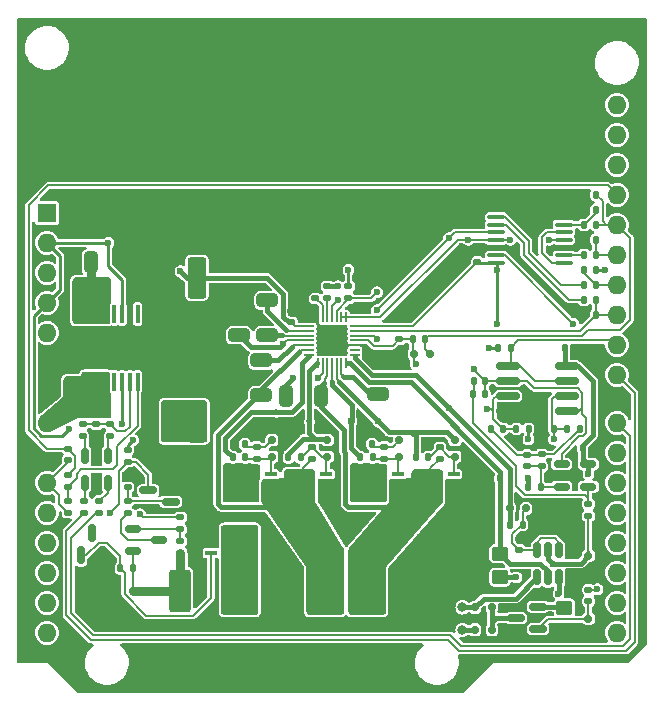
<source format=gtl>
G04 #@! TF.GenerationSoftware,KiCad,Pcbnew,7.0.10*
G04 #@! TF.CreationDate,2024-01-13T20:14:55+01:00*
G04 #@! TF.ProjectId,drv8323shield,64727638-3332-4337-9368-69656c642e6b,A*
G04 #@! TF.SameCoordinates,Original*
G04 #@! TF.FileFunction,Copper,L1,Top*
G04 #@! TF.FilePolarity,Positive*
%FSLAX46Y46*%
G04 Gerber Fmt 4.6, Leading zero omitted, Abs format (unit mm)*
G04 Created by KiCad (PCBNEW 7.0.10) date 2024-01-13 20:14:55*
%MOMM*%
%LPD*%
G01*
G04 APERTURE LIST*
G04 Aperture macros list*
%AMRoundRect*
0 Rectangle with rounded corners*
0 $1 Rounding radius*
0 $2 $3 $4 $5 $6 $7 $8 $9 X,Y pos of 4 corners*
0 Add a 4 corners polygon primitive as box body*
4,1,4,$2,$3,$4,$5,$6,$7,$8,$9,$2,$3,0*
0 Add four circle primitives for the rounded corners*
1,1,$1+$1,$2,$3*
1,1,$1+$1,$4,$5*
1,1,$1+$1,$6,$7*
1,1,$1+$1,$8,$9*
0 Add four rect primitives between the rounded corners*
20,1,$1+$1,$2,$3,$4,$5,0*
20,1,$1+$1,$4,$5,$6,$7,0*
20,1,$1+$1,$6,$7,$8,$9,0*
20,1,$1+$1,$8,$9,$2,$3,0*%
%AMFreePoly0*
4,1,21,1.372500,0.787500,0.862500,0.787500,0.862500,0.532500,1.372500,0.532500,1.372500,0.127500,0.862500,0.127500,0.862500,-0.127500,1.372500,-0.127500,1.372500,-0.532500,0.862500,-0.532500,0.862500,-0.787500,1.372500,-0.787500,1.372500,-1.195000,0.612500,-1.195000,0.612500,-1.117500,-0.862500,-1.117500,-0.862500,1.117500,0.612500,1.117500,0.612500,1.195000,1.372500,1.195000,
1.372500,0.787500,1.372500,0.787500,$1*%
G04 Aperture macros list end*
G04 #@! TA.AperFunction,SMDPad,CuDef*
%ADD10R,0.990000X0.405000*%
G04 #@! TD*
G04 #@! TA.AperFunction,SMDPad,CuDef*
%ADD11FreePoly0,180.000000*%
G04 #@! TD*
G04 #@! TA.AperFunction,SMDPad,CuDef*
%ADD12RoundRect,0.150000X-0.150000X0.512500X-0.150000X-0.512500X0.150000X-0.512500X0.150000X0.512500X0*%
G04 #@! TD*
G04 #@! TA.AperFunction,SMDPad,CuDef*
%ADD13RoundRect,0.150000X0.200000X-0.150000X0.200000X0.150000X-0.200000X0.150000X-0.200000X-0.150000X0*%
G04 #@! TD*
G04 #@! TA.AperFunction,SMDPad,CuDef*
%ADD14RoundRect,0.150000X-0.512500X-0.150000X0.512500X-0.150000X0.512500X0.150000X-0.512500X0.150000X0*%
G04 #@! TD*
G04 #@! TA.AperFunction,SMDPad,CuDef*
%ADD15RoundRect,0.140000X-0.170000X0.140000X-0.170000X-0.140000X0.170000X-0.140000X0.170000X0.140000X0*%
G04 #@! TD*
G04 #@! TA.AperFunction,ComponentPad*
%ADD16RoundRect,0.250000X-0.650000X-1.550000X0.650000X-1.550000X0.650000X1.550000X-0.650000X1.550000X0*%
G04 #@! TD*
G04 #@! TA.AperFunction,ComponentPad*
%ADD17O,1.800000X3.600000*%
G04 #@! TD*
G04 #@! TA.AperFunction,SMDPad,CuDef*
%ADD18RoundRect,0.250000X-0.450000X0.350000X-0.450000X-0.350000X0.450000X-0.350000X0.450000X0.350000X0*%
G04 #@! TD*
G04 #@! TA.AperFunction,SMDPad,CuDef*
%ADD19RoundRect,0.135000X-0.135000X-0.185000X0.135000X-0.185000X0.135000X0.185000X-0.135000X0.185000X0*%
G04 #@! TD*
G04 #@! TA.AperFunction,SMDPad,CuDef*
%ADD20RoundRect,0.135000X0.135000X0.185000X-0.135000X0.185000X-0.135000X-0.185000X0.135000X-0.185000X0*%
G04 #@! TD*
G04 #@! TA.AperFunction,SMDPad,CuDef*
%ADD21RoundRect,0.140000X0.170000X-0.140000X0.170000X0.140000X-0.170000X0.140000X-0.170000X-0.140000X0*%
G04 #@! TD*
G04 #@! TA.AperFunction,SMDPad,CuDef*
%ADD22RoundRect,0.140000X-0.140000X-0.170000X0.140000X-0.170000X0.140000X0.170000X-0.140000X0.170000X0*%
G04 #@! TD*
G04 #@! TA.AperFunction,SMDPad,CuDef*
%ADD23RoundRect,0.100000X0.637500X0.100000X-0.637500X0.100000X-0.637500X-0.100000X0.637500X-0.100000X0*%
G04 #@! TD*
G04 #@! TA.AperFunction,SMDPad,CuDef*
%ADD24RoundRect,0.135000X-0.185000X0.135000X-0.185000X-0.135000X0.185000X-0.135000X0.185000X0.135000X0*%
G04 #@! TD*
G04 #@! TA.AperFunction,SMDPad,CuDef*
%ADD25RoundRect,0.135000X0.185000X-0.135000X0.185000X0.135000X-0.185000X0.135000X-0.185000X-0.135000X0*%
G04 #@! TD*
G04 #@! TA.AperFunction,SMDPad,CuDef*
%ADD26RoundRect,0.140000X0.140000X0.170000X-0.140000X0.170000X-0.140000X-0.170000X0.140000X-0.170000X0*%
G04 #@! TD*
G04 #@! TA.AperFunction,SMDPad,CuDef*
%ADD27RoundRect,0.150000X0.587500X0.150000X-0.587500X0.150000X-0.587500X-0.150000X0.587500X-0.150000X0*%
G04 #@! TD*
G04 #@! TA.AperFunction,SMDPad,CuDef*
%ADD28RoundRect,0.150000X-0.150000X-0.200000X0.150000X-0.200000X0.150000X0.200000X-0.150000X0.200000X0*%
G04 #@! TD*
G04 #@! TA.AperFunction,SMDPad,CuDef*
%ADD29RoundRect,0.250000X-0.325000X-0.650000X0.325000X-0.650000X0.325000X0.650000X-0.325000X0.650000X0*%
G04 #@! TD*
G04 #@! TA.AperFunction,SMDPad,CuDef*
%ADD30RoundRect,0.250000X-0.650000X0.325000X-0.650000X-0.325000X0.650000X-0.325000X0.650000X0.325000X0*%
G04 #@! TD*
G04 #@! TA.AperFunction,SMDPad,CuDef*
%ADD31RoundRect,0.150000X0.150000X-0.587500X0.150000X0.587500X-0.150000X0.587500X-0.150000X-0.587500X0*%
G04 #@! TD*
G04 #@! TA.AperFunction,SMDPad,CuDef*
%ADD32RoundRect,0.250000X0.650000X-0.325000X0.650000X0.325000X-0.650000X0.325000X-0.650000X-0.325000X0*%
G04 #@! TD*
G04 #@! TA.AperFunction,SMDPad,CuDef*
%ADD33RoundRect,0.250000X0.550000X-1.500000X0.550000X1.500000X-0.550000X1.500000X-0.550000X-1.500000X0*%
G04 #@! TD*
G04 #@! TA.AperFunction,SMDPad,CuDef*
%ADD34RoundRect,0.150000X0.150000X0.200000X-0.150000X0.200000X-0.150000X-0.200000X0.150000X-0.200000X0*%
G04 #@! TD*
G04 #@! TA.AperFunction,SMDPad,CuDef*
%ADD35RoundRect,0.150000X0.150000X-0.512500X0.150000X0.512500X-0.150000X0.512500X-0.150000X-0.512500X0*%
G04 #@! TD*
G04 #@! TA.AperFunction,SMDPad,CuDef*
%ADD36RoundRect,0.150000X-0.825000X-0.150000X0.825000X-0.150000X0.825000X0.150000X-0.825000X0.150000X0*%
G04 #@! TD*
G04 #@! TA.AperFunction,SMDPad,CuDef*
%ADD37RoundRect,0.050000X-0.387500X-0.050000X0.387500X-0.050000X0.387500X0.050000X-0.387500X0.050000X0*%
G04 #@! TD*
G04 #@! TA.AperFunction,SMDPad,CuDef*
%ADD38RoundRect,0.050000X-0.050000X-0.387500X0.050000X-0.387500X0.050000X0.387500X-0.050000X0.387500X0*%
G04 #@! TD*
G04 #@! TA.AperFunction,ComponentPad*
%ADD39C,0.600000*%
G04 #@! TD*
G04 #@! TA.AperFunction,SMDPad,CuDef*
%ADD40R,2.600000X2.600000*%
G04 #@! TD*
G04 #@! TA.AperFunction,SMDPad,CuDef*
%ADD41FreePoly0,0.000000*%
G04 #@! TD*
G04 #@! TA.AperFunction,SMDPad,CuDef*
%ADD42RoundRect,0.100000X-0.100000X0.687500X-0.100000X-0.687500X0.100000X-0.687500X0.100000X0.687500X0*%
G04 #@! TD*
G04 #@! TA.AperFunction,SMDPad,CuDef*
%ADD43R,5.000000X3.400000*%
G04 #@! TD*
G04 #@! TA.AperFunction,ComponentPad*
%ADD44R,1.600000X1.600000*%
G04 #@! TD*
G04 #@! TA.AperFunction,ComponentPad*
%ADD45O,1.600000X1.600000*%
G04 #@! TD*
G04 #@! TA.AperFunction,ViaPad*
%ADD46C,0.600000*%
G04 #@! TD*
G04 #@! TA.AperFunction,ViaPad*
%ADD47C,0.800000*%
G04 #@! TD*
G04 #@! TA.AperFunction,ViaPad*
%ADD48C,0.500000*%
G04 #@! TD*
G04 #@! TA.AperFunction,Conductor*
%ADD49C,0.400000*%
G04 #@! TD*
G04 #@! TA.AperFunction,Conductor*
%ADD50C,0.200000*%
G04 #@! TD*
G04 #@! TA.AperFunction,Conductor*
%ADD51C,0.800000*%
G04 #@! TD*
G04 #@! TA.AperFunction,Conductor*
%ADD52C,0.250000*%
G04 #@! TD*
G04 APERTURE END LIST*
D10*
X114465000Y-75158000D03*
X114465000Y-74498000D03*
X114465000Y-73838000D03*
X114465000Y-73178000D03*
D11*
X112472500Y-74168000D03*
D12*
X123378000Y-79634500D03*
X122428000Y-79634500D03*
X121478000Y-79634500D03*
X121478000Y-81909500D03*
X122428000Y-81909500D03*
X123378000Y-81909500D03*
D13*
X109855000Y-70293000D03*
X109855000Y-71693000D03*
D14*
X87260000Y-77790000D03*
X87260000Y-79690000D03*
X89535000Y-78740000D03*
D15*
X81788000Y-71021000D03*
X81788000Y-71981000D03*
X125857000Y-82959000D03*
X125857000Y-83919000D03*
D16*
X103632000Y-83058000D03*
D17*
X107132000Y-83058000D03*
D18*
X118364000Y-79899000D03*
X118364000Y-81899000D03*
D19*
X86231000Y-81153000D03*
X87251000Y-81153000D03*
X121918000Y-69342000D03*
X122938000Y-69342000D03*
D20*
X126494000Y-57150000D03*
X125474000Y-57150000D03*
D16*
X91313000Y-83046500D03*
D17*
X96393000Y-83046500D03*
D20*
X126494000Y-49530000D03*
X125474000Y-49530000D03*
D10*
X98971000Y-75158000D03*
X98971000Y-74498000D03*
X98971000Y-73838000D03*
X98971000Y-73178000D03*
D11*
X96978500Y-74168000D03*
D21*
X102489000Y-71854000D03*
X102489000Y-70894000D03*
D22*
X116134000Y-65278000D03*
X117094000Y-65278000D03*
D20*
X117096000Y-66421000D03*
X116076000Y-66421000D03*
D23*
X123766500Y-55290000D03*
X123766500Y-54640000D03*
X123766500Y-53990000D03*
X123766500Y-53340000D03*
X123766500Y-52690000D03*
X123766500Y-52040000D03*
X123766500Y-51390000D03*
X118041500Y-51390000D03*
X118041500Y-52040000D03*
X118041500Y-52690000D03*
X118041500Y-53340000D03*
X118041500Y-53990000D03*
X118041500Y-54640000D03*
X118041500Y-55290000D03*
D19*
X95756000Y-71755000D03*
X96776000Y-71755000D03*
D24*
X91313000Y-78865000D03*
X91313000Y-79885000D03*
D25*
X86868000Y-72138000D03*
X86868000Y-71118000D03*
D20*
X121795000Y-74295000D03*
X120775000Y-74295000D03*
D19*
X124077000Y-69342000D03*
X125097000Y-69342000D03*
D25*
X83058000Y-69979000D03*
X83058000Y-68959000D03*
D26*
X126337000Y-70993000D03*
X125377000Y-70993000D03*
D24*
X86868000Y-75436000D03*
X86868000Y-76456000D03*
D20*
X126494000Y-58420000D03*
X125474000Y-58420000D03*
D27*
X90472500Y-75499000D03*
X90472500Y-73599000D03*
X88597500Y-74549000D03*
D25*
X84201000Y-69979000D03*
X84201000Y-68959000D03*
D28*
X112460000Y-62992000D03*
X111060000Y-62992000D03*
D18*
X123825000Y-84471000D03*
X123825000Y-86471000D03*
D19*
X117600000Y-69342000D03*
X118620000Y-69342000D03*
D29*
X83742000Y-55245000D03*
X86692000Y-55245000D03*
D30*
X98171000Y-63549000D03*
X98171000Y-66499000D03*
D21*
X81915000Y-65377000D03*
X81915000Y-64417000D03*
D24*
X125857000Y-75690000D03*
X125857000Y-76710000D03*
D31*
X82870000Y-80058500D03*
X84770000Y-80058500D03*
X83820000Y-78183500D03*
D22*
X95786000Y-70612000D03*
X96746000Y-70612000D03*
D27*
X121587500Y-86294000D03*
X121587500Y-84394000D03*
X119712500Y-85344000D03*
D20*
X126494000Y-53340000D03*
X125474000Y-53340000D03*
D24*
X103759000Y-57275000D03*
X103759000Y-58295000D03*
D13*
X99060000Y-70293000D03*
X99060000Y-71693000D03*
D24*
X102743000Y-57275000D03*
X102743000Y-58295000D03*
D28*
X117667000Y-86360000D03*
X116267000Y-86360000D03*
D24*
X86868000Y-73275000D03*
X86868000Y-74295000D03*
D20*
X126494000Y-55880000D03*
X125474000Y-55880000D03*
D25*
X97790000Y-71884000D03*
X97790000Y-70864000D03*
D32*
X108077000Y-66372000D03*
X108077000Y-63422000D03*
D20*
X126494000Y-52070000D03*
X125474000Y-52070000D03*
D26*
X126464000Y-50800000D03*
X125504000Y-50800000D03*
D28*
X87314000Y-83058000D03*
X85914000Y-83058000D03*
D20*
X126494000Y-54610000D03*
X125474000Y-54610000D03*
X120271000Y-77470000D03*
X119251000Y-77470000D03*
D21*
X116459000Y-55217000D03*
X116459000Y-54257000D03*
D25*
X81788000Y-74297000D03*
X81788000Y-73277000D03*
D33*
X92710000Y-68740000D03*
X92710000Y-63340000D03*
D34*
X119188000Y-76073000D03*
X120588000Y-76073000D03*
D35*
X83251000Y-73908500D03*
X84201000Y-73908500D03*
X85151000Y-73908500D03*
X85151000Y-71633500D03*
X84201000Y-71633500D03*
X83251000Y-71633500D03*
D21*
X120650000Y-72489000D03*
X120650000Y-71529000D03*
D36*
X119064000Y-64008000D03*
X119064000Y-65278000D03*
X119064000Y-66548000D03*
X119064000Y-67818000D03*
X124014000Y-67818000D03*
X124014000Y-66548000D03*
X124014000Y-65278000D03*
X124014000Y-64008000D03*
D10*
X109766000Y-75158000D03*
X109766000Y-74498000D03*
X109766000Y-73838000D03*
X109766000Y-73178000D03*
D11*
X107773500Y-74168000D03*
D10*
X103670000Y-75158000D03*
X103670000Y-74498000D03*
X103670000Y-73838000D03*
X103670000Y-73178000D03*
D11*
X101677500Y-74168000D03*
D13*
X125857000Y-80072000D03*
X125857000Y-81472000D03*
D14*
X123576500Y-72329000D03*
X123576500Y-73279000D03*
X123576500Y-74229000D03*
X125851500Y-74229000D03*
X125851500Y-72329000D03*
D20*
X112016000Y-61722000D03*
X110996000Y-61722000D03*
D21*
X100711000Y-60325000D03*
X100711000Y-59365000D03*
D19*
X106551000Y-71755000D03*
X107571000Y-71755000D03*
D29*
X100252000Y-66548000D03*
X103202000Y-66548000D03*
D19*
X111250000Y-71755000D03*
X112270000Y-71755000D03*
D24*
X83185000Y-75436000D03*
X83185000Y-76456000D03*
D19*
X119759000Y-69342000D03*
X120779000Y-69342000D03*
D37*
X102202500Y-60649000D03*
X102202500Y-61049000D03*
X102202500Y-61449000D03*
X102202500Y-61849000D03*
X102202500Y-62249000D03*
X102202500Y-62649000D03*
X102202500Y-63049000D03*
D38*
X102940000Y-63786500D03*
X103340000Y-63786500D03*
X103740000Y-63786500D03*
X104140000Y-63786500D03*
X104540000Y-63786500D03*
X104940000Y-63786500D03*
X105340000Y-63786500D03*
D37*
X106077500Y-63049000D03*
X106077500Y-62649000D03*
X106077500Y-62249000D03*
X106077500Y-61849000D03*
X106077500Y-61449000D03*
X106077500Y-61049000D03*
X106077500Y-60649000D03*
D38*
X105340000Y-59911500D03*
X104940000Y-59911500D03*
X104540000Y-59911500D03*
X104140000Y-59911500D03*
X103740000Y-59911500D03*
X103340000Y-59911500D03*
X102940000Y-59911500D03*
D39*
X103149400Y-61849000D03*
X104140000Y-60858400D03*
X104140000Y-61849000D03*
D40*
X104140000Y-61849000D03*
D39*
X104140000Y-62839600D03*
X105130600Y-61849000D03*
D28*
X117667000Y-84455000D03*
X116267000Y-84455000D03*
D30*
X96266000Y-58469000D03*
X96266000Y-61419000D03*
D25*
X85344000Y-69979000D03*
X85344000Y-68959000D03*
D13*
X103759000Y-70293000D03*
X103759000Y-71693000D03*
D22*
X106581000Y-70612000D03*
X107541000Y-70612000D03*
D10*
X93892500Y-77877000D03*
X93892500Y-78537000D03*
X93892500Y-79197000D03*
X93892500Y-79857000D03*
D41*
X95885000Y-78867000D03*
D24*
X91313000Y-76833000D03*
X91313000Y-77853000D03*
X84455000Y-75436000D03*
X84455000Y-76456000D03*
D15*
X109855000Y-61750000D03*
X109855000Y-62710000D03*
D25*
X105537000Y-58295000D03*
X105537000Y-57275000D03*
D13*
X114554000Y-70293000D03*
X114554000Y-71693000D03*
D32*
X98679000Y-61419000D03*
X98679000Y-58469000D03*
D22*
X123853000Y-62484000D03*
X124813000Y-62484000D03*
D33*
X92710000Y-56548000D03*
X92710000Y-51148000D03*
D21*
X113284000Y-71854000D03*
X113284000Y-70894000D03*
X120015000Y-79601000D03*
X120015000Y-78641000D03*
D19*
X100455000Y-71755000D03*
X101475000Y-71755000D03*
D42*
X87675000Y-59621500D03*
X87025000Y-59621500D03*
X86375000Y-59621500D03*
X85725000Y-59621500D03*
X85075000Y-59621500D03*
X84425000Y-59621500D03*
X83775000Y-59621500D03*
X83775000Y-65346500D03*
X84425000Y-65346500D03*
X85075000Y-65346500D03*
X85725000Y-65346500D03*
X86375000Y-65346500D03*
X87025000Y-65346500D03*
X87675000Y-65346500D03*
D39*
X88325000Y-61184000D03*
X87025000Y-61184000D03*
X85725000Y-61184000D03*
X84425000Y-61184000D03*
X83125000Y-61184000D03*
X88325000Y-62484000D03*
X87025000Y-62484000D03*
X85725000Y-62484000D03*
D43*
X85725000Y-62484000D03*
D39*
X84425000Y-62484000D03*
X83125000Y-62484000D03*
X88325000Y-63784000D03*
X87025000Y-63784000D03*
X85725000Y-63784000D03*
X84425000Y-63784000D03*
X83125000Y-63784000D03*
D19*
X118235000Y-62484000D03*
X119255000Y-62484000D03*
D20*
X126494000Y-59690000D03*
X125474000Y-59690000D03*
D24*
X121920000Y-71499000D03*
X121920000Y-72519000D03*
D13*
X125857000Y-85406000D03*
X125857000Y-86806000D03*
D25*
X108585000Y-71884000D03*
X108585000Y-70864000D03*
X81788000Y-76456000D03*
X81788000Y-75436000D03*
D44*
X80010000Y-51054000D03*
D45*
X80010000Y-53594000D03*
X80010000Y-56134000D03*
X80010000Y-58674000D03*
X80010000Y-61214000D03*
X80010000Y-63754000D03*
X80010000Y-66294000D03*
X80010000Y-68834000D03*
X80010000Y-73914000D03*
X80010000Y-76454000D03*
X80010000Y-78994000D03*
X80010000Y-81534000D03*
X80010000Y-84074000D03*
X80010000Y-86614000D03*
X128270000Y-86614000D03*
X128270000Y-84074000D03*
X128270000Y-81534000D03*
X128270000Y-78994000D03*
X128270000Y-76454000D03*
X128270000Y-73914000D03*
X128270000Y-71374000D03*
X128270000Y-68834000D03*
X128270000Y-64774000D03*
X128270000Y-62234000D03*
X128270000Y-59694000D03*
X128270000Y-57154000D03*
X128270000Y-54614000D03*
X128270000Y-52074000D03*
X128270000Y-49534000D03*
X128270000Y-46994000D03*
X128270000Y-44454000D03*
X128270000Y-41914000D03*
D46*
X91313000Y-56007000D03*
X125857000Y-73152000D03*
X97028000Y-76962000D03*
X101854000Y-57404000D03*
X93472000Y-76962000D03*
X100838000Y-56388000D03*
X121031000Y-78232000D03*
X109855000Y-63627000D03*
X101854000Y-55372000D03*
X112903000Y-78486000D03*
X90043000Y-63246000D03*
X98679000Y-69088000D03*
X120650000Y-67818000D03*
X105410000Y-76962000D03*
X90043000Y-64516000D03*
X91313000Y-64516000D03*
X101854000Y-56388000D03*
X100838000Y-57404000D03*
X106553000Y-69723000D03*
X95250000Y-76962000D03*
X83967662Y-74740626D03*
X104267000Y-76962000D03*
X119253000Y-54229000D03*
X96139000Y-76962000D03*
X100838000Y-55372000D03*
X87630000Y-73279000D03*
X84201000Y-70612000D03*
X112649000Y-77470000D03*
X91313000Y-63246000D03*
X101854000Y-58420000D03*
X100838000Y-58420000D03*
X113919000Y-77470000D03*
X114935000Y-76454000D03*
X100838000Y-54356000D03*
X101854000Y-54356000D03*
X106045000Y-77978000D03*
X124841000Y-81534000D03*
X94361000Y-76962000D03*
X122555000Y-54229000D03*
X84074000Y-81534000D03*
X111633000Y-78486000D03*
X104902000Y-77978000D03*
X122428000Y-73279000D03*
X113665000Y-76454000D03*
X106553000Y-76962000D03*
X90043000Y-61976000D03*
X91313000Y-61976000D03*
X111252000Y-63881000D03*
X116205000Y-64262000D03*
X123317000Y-83312000D03*
D47*
X115189000Y-86360000D03*
D46*
X104648000Y-57277000D03*
X99991789Y-62145789D03*
X126619000Y-82931000D03*
X124587000Y-60449000D03*
X102927000Y-65024000D03*
X100838000Y-65024000D03*
D47*
X115189000Y-84455000D03*
D46*
X118364000Y-73533000D03*
X120777000Y-73533000D03*
X91313000Y-67437000D03*
X90043000Y-67437000D03*
X82550000Y-66802000D03*
X85090000Y-68072000D03*
X90043000Y-69977000D03*
X85090000Y-66802000D03*
X91313000Y-69977000D03*
X90043000Y-68707000D03*
X83820000Y-68072000D03*
X82550000Y-68072000D03*
X83820000Y-66802000D03*
X91313000Y-68707000D03*
X106045000Y-74930000D03*
X82550000Y-56896000D03*
X96774000Y-72644000D03*
X107569000Y-72644000D03*
X95885000Y-72644000D03*
X83820000Y-58166000D03*
X106680000Y-72644000D03*
X85090000Y-58166000D03*
X95250000Y-74930000D03*
X85090000Y-56896000D03*
X83820000Y-56896000D03*
X106045000Y-74041000D03*
X95250000Y-74041000D03*
X95250000Y-73152000D03*
X106045000Y-73152000D03*
X87884000Y-76581000D03*
X82550000Y-58166000D03*
X114046000Y-67564000D03*
X122840619Y-80740381D03*
X119761000Y-81915000D03*
D48*
X102235000Y-68707000D03*
D46*
X108077000Y-68707000D03*
X86360000Y-68961000D03*
X81915000Y-69342000D03*
X117475000Y-62484000D03*
X120777000Y-70231000D03*
X85217000Y-53594000D03*
X127254000Y-55880000D03*
X87300872Y-70282872D03*
X118110000Y-55880000D03*
X118110000Y-60449000D03*
X105537000Y-55880000D03*
X85344000Y-76454000D03*
X104648000Y-58420000D03*
X107950000Y-57785000D03*
X117287058Y-67624942D03*
X122936000Y-70231000D03*
D48*
X99441000Y-67945000D03*
D46*
X105791000Y-68707000D03*
X115697000Y-53340000D03*
X122555000Y-53340000D03*
X119253000Y-53340000D03*
X114046000Y-53213000D03*
X107950000Y-59309000D03*
X107950000Y-61722000D03*
D49*
X100001000Y-57889834D02*
X100001000Y-59851944D01*
X125377000Y-71854500D02*
X125377000Y-70993000D01*
X124968000Y-64008000D02*
X124014000Y-64008000D01*
X100474056Y-60325000D02*
X100711000Y-60325000D01*
X126238000Y-69847030D02*
X126238000Y-65278000D01*
X126238000Y-65278000D02*
X124968000Y-64008000D01*
X125851500Y-72329000D02*
X125377000Y-71854500D01*
X125377000Y-70993000D02*
X125377000Y-70708030D01*
X92677000Y-56515000D02*
X92710000Y-56548000D01*
X125851500Y-73146500D02*
X125857000Y-73152000D01*
X98659166Y-56548000D02*
X100001000Y-57889834D01*
X123853000Y-62484000D02*
X123853000Y-63847000D01*
X100001000Y-59851944D02*
X100474056Y-60325000D01*
X92710000Y-56548000D02*
X91854000Y-56548000D01*
X125851500Y-72329000D02*
X125851500Y-73146500D01*
X91854000Y-56548000D02*
X91313000Y-56007000D01*
X92710000Y-56548000D02*
X98659166Y-56548000D01*
X123853000Y-63847000D02*
X124014000Y-64008000D01*
D50*
X102202500Y-60649000D02*
X101035000Y-60649000D01*
D49*
X125377000Y-70708030D02*
X126238000Y-69847030D01*
D50*
X101035000Y-60649000D02*
X100711000Y-60325000D01*
X84201000Y-71633500D02*
X84201000Y-70612000D01*
X87626000Y-73275000D02*
X87630000Y-73279000D01*
X84201000Y-74507288D02*
X83967662Y-74740626D01*
X84201000Y-73908500D02*
X84201000Y-74507288D01*
X119253000Y-54229000D02*
X119014000Y-53990000D01*
X125472000Y-53340000D02*
X125472000Y-53394908D01*
X123766500Y-53990000D02*
X122794000Y-53990000D01*
X106077500Y-62249000D02*
X106904000Y-62249000D01*
X125474000Y-50770000D02*
X125504000Y-50800000D01*
X102940000Y-60649000D02*
X104140000Y-61849000D01*
X119014000Y-53990000D02*
X118041500Y-53990000D01*
X104540000Y-62249000D02*
X104140000Y-61849000D01*
X106904000Y-62249000D02*
X108077000Y-63422000D01*
X86868000Y-73275000D02*
X87626000Y-73275000D01*
X84201000Y-69979000D02*
X84201000Y-70612000D01*
X102940000Y-59911500D02*
X102940000Y-60649000D01*
X122794000Y-53990000D02*
X122555000Y-54229000D01*
X106077500Y-62249000D02*
X104540000Y-62249000D01*
X125474000Y-53340000D02*
X125474000Y-53392908D01*
X119405000Y-78991000D02*
X119405000Y-78254924D01*
X121837001Y-78613000D02*
X123018999Y-78613000D01*
X123018999Y-78613000D02*
X123378000Y-78972001D01*
X121478000Y-79634500D02*
X121478000Y-78972001D01*
X119405000Y-78254924D02*
X120189924Y-77470000D01*
X121478000Y-79634500D02*
X120048500Y-79634500D01*
X123378000Y-78972001D02*
X123378000Y-79634500D01*
X120015000Y-79601000D02*
X119405000Y-78991000D01*
X120271000Y-76390000D02*
X120588000Y-76073000D01*
X120189924Y-77470000D02*
X120271000Y-77470000D01*
X121478000Y-78972001D02*
X121837001Y-78613000D01*
X120048500Y-79634500D02*
X120015000Y-79601000D01*
X120271000Y-77470000D02*
X120271000Y-76390000D01*
X123766500Y-52040000D02*
X125444000Y-52040000D01*
X126464000Y-50800000D02*
X126464000Y-51080000D01*
X126464000Y-51080000D02*
X125474000Y-52070000D01*
X123796500Y-52070000D02*
X123766500Y-52040000D01*
X125504000Y-52038000D02*
X125472000Y-52070000D01*
X125444000Y-52040000D02*
X125474000Y-52070000D01*
X107188000Y-61849000D02*
X107661000Y-62322000D01*
X110996000Y-62928000D02*
X111060000Y-62992000D01*
X110996000Y-61722000D02*
X110996000Y-62928000D01*
X109283000Y-62322000D02*
X109855000Y-61750000D01*
X111060000Y-62992000D02*
X111060000Y-63689000D01*
X106077500Y-61849000D02*
X107188000Y-61849000D01*
X107661000Y-62322000D02*
X109283000Y-62322000D01*
X111060000Y-63689000D02*
X111252000Y-63881000D01*
X110968000Y-61750000D02*
X110996000Y-61722000D01*
X109855000Y-61750000D02*
X110968000Y-61750000D01*
X119688000Y-72444000D02*
X119688000Y-74146924D01*
X116076000Y-68832000D02*
X119688000Y-72444000D01*
X125588000Y-74915000D02*
X125857000Y-75184000D01*
X116134000Y-65278000D02*
X116134000Y-66363000D01*
X116076000Y-66421000D02*
X116076000Y-68832000D01*
X125857000Y-75690000D02*
X125857000Y-75184000D01*
X119688000Y-74146924D02*
X120456076Y-74915000D01*
X116134000Y-66363000D02*
X116076000Y-66421000D01*
X125857000Y-74234500D02*
X125851500Y-74229000D01*
X125857000Y-75184000D02*
X125857000Y-74234500D01*
X120456076Y-74915000D02*
X125588000Y-74915000D01*
X125667000Y-68390000D02*
X125349000Y-68072000D01*
X117096000Y-66421000D02*
X117096000Y-65280000D01*
X119064000Y-65278000D02*
X120650000Y-65278000D01*
X125349000Y-68072000D02*
X125349000Y-67564000D01*
X125042686Y-69962000D02*
X125415924Y-69962000D01*
X125667000Y-69710924D02*
X125667000Y-68390000D01*
X123576500Y-71428186D02*
X125042686Y-69962000D01*
X121285000Y-65913000D02*
X124994552Y-65913000D01*
X125415924Y-69962000D02*
X125667000Y-69710924D01*
X124994552Y-65913000D02*
X125349000Y-66267448D01*
X124014000Y-67818000D02*
X125095000Y-67818000D01*
X116205000Y-64389000D02*
X117094000Y-65278000D01*
X120650000Y-65278000D02*
X121285000Y-65913000D01*
X117096000Y-65280000D02*
X117094000Y-65278000D01*
X125095000Y-67818000D02*
X125349000Y-67564000D01*
X125349000Y-66267448D02*
X125349000Y-67564000D01*
X123576500Y-72329000D02*
X123576500Y-71428186D01*
X117094000Y-65278000D02*
X119064000Y-65278000D01*
X116205000Y-64262000D02*
X116205000Y-64389000D01*
X120680000Y-72519000D02*
X120650000Y-72489000D01*
X121920000Y-72519000D02*
X120680000Y-72519000D01*
X121795000Y-74295000D02*
X121795000Y-72644000D01*
X121861000Y-74229000D02*
X121795000Y-74295000D01*
X121795000Y-72644000D02*
X121920000Y-72519000D01*
X123576500Y-74229000D02*
X121861000Y-74229000D01*
X125857000Y-85406000D02*
X125792000Y-85471000D01*
X122410500Y-85471000D02*
X121587500Y-86294000D01*
X125792000Y-85471000D02*
X122410500Y-85471000D01*
X125857000Y-85406000D02*
X125857000Y-83919000D01*
D49*
X99899500Y-75946000D02*
X101677500Y-74168000D01*
X94506000Y-69872472D02*
X94506000Y-75710000D01*
X94506000Y-75710000D02*
X94742000Y-75946000D01*
X98171000Y-66005218D02*
X101365000Y-62811218D01*
D50*
X101677500Y-72665500D02*
X102489000Y-71854000D01*
D49*
X123378000Y-83251000D02*
X123317000Y-83312000D01*
D50*
X101527218Y-62649000D02*
X101365000Y-62811218D01*
X102202500Y-62649000D02*
X101527218Y-62649000D01*
X101677500Y-74168000D02*
X101677500Y-72665500D01*
D49*
X98171000Y-66499000D02*
X97879472Y-66499000D01*
X98171000Y-66499000D02*
X98171000Y-66005218D01*
X116267000Y-86360000D02*
X115189000Y-86360000D01*
X123378000Y-81909500D02*
X123378000Y-83251000D01*
X97879472Y-66499000D02*
X94506000Y-69872472D01*
X94742000Y-75946000D02*
X99899500Y-75946000D01*
D50*
X114465000Y-71782000D02*
X114554000Y-71693000D01*
X114465000Y-73178000D02*
X114465000Y-71782000D01*
X114554000Y-71693000D02*
X114083000Y-71693000D01*
X112270000Y-71755000D02*
X112423000Y-71755000D01*
X114083000Y-71693000D02*
X113284000Y-70894000D01*
X112423000Y-71755000D02*
X113284000Y-70894000D01*
X102202500Y-61449000D02*
X99901000Y-61449000D01*
X99901000Y-61449000D02*
X99871000Y-61419000D01*
D49*
X98679000Y-61419000D02*
X99871000Y-61419000D01*
D50*
X100357444Y-61049000D02*
X102202500Y-61049000D01*
D49*
X98679000Y-59370556D02*
X98679000Y-59378472D01*
X98679000Y-58469000D02*
X98679000Y-59370556D01*
D50*
X100292000Y-61049000D02*
X100203000Y-60960000D01*
D49*
X98679000Y-59378472D02*
X100231764Y-60931236D01*
D50*
X100357444Y-61049000D02*
X100292000Y-61049000D01*
X100288578Y-61849000D02*
X99991789Y-62145789D01*
D49*
X104646000Y-57275000D02*
X104648000Y-57277000D01*
D50*
X102202500Y-61849000D02*
X100288578Y-61849000D01*
D49*
X99743578Y-62394000D02*
X99991789Y-62145789D01*
X103759000Y-57275000D02*
X104646000Y-57275000D01*
X96266000Y-61419000D02*
X97241000Y-62394000D01*
X97241000Y-62394000D02*
X99743578Y-62394000D01*
D50*
X118041500Y-54640000D02*
X118778000Y-54640000D01*
X118778000Y-54640000D02*
X124587000Y-60449000D01*
X125857000Y-82959000D02*
X126591000Y-82959000D01*
X126591000Y-82959000D02*
X126619000Y-82931000D01*
X108585000Y-70864000D02*
X109284000Y-70864000D01*
X109284000Y-70864000D02*
X109855000Y-70293000D01*
X108585000Y-70864000D02*
X107793000Y-70864000D01*
X107793000Y-70864000D02*
X107541000Y-70612000D01*
D49*
X99578528Y-63549000D02*
X100740764Y-62386764D01*
X98171000Y-63549000D02*
X99578528Y-63549000D01*
D50*
X100740764Y-62386764D02*
X100878528Y-62249000D01*
X100878528Y-62249000D02*
X102202500Y-62249000D01*
D49*
X100252000Y-65610000D02*
X100838000Y-65024000D01*
D50*
X102927000Y-65024000D02*
X103340000Y-64611000D01*
D49*
X100252000Y-66548000D02*
X100252000Y-65610000D01*
D50*
X103340000Y-64611000D02*
X103340000Y-63786500D01*
D49*
X117017000Y-83705000D02*
X119682500Y-83705000D01*
X103202000Y-66548000D02*
X103202000Y-65738950D01*
X103202000Y-67448000D02*
X105156000Y-69402000D01*
X105537000Y-75946000D02*
X105283000Y-75692000D01*
X119682500Y-83705000D02*
X121478000Y-81909500D01*
X103202000Y-66548000D02*
X103202000Y-67448000D01*
D50*
X103527000Y-65110000D02*
X103740000Y-64897000D01*
X112472500Y-74168000D02*
X112472500Y-72665500D01*
D49*
X105283000Y-75692000D02*
X105283000Y-71374000D01*
X105537000Y-75946000D02*
X110694500Y-75946000D01*
D50*
X103527000Y-65413950D02*
X103527000Y-65110000D01*
D49*
X110694500Y-75946000D02*
X112472500Y-74168000D01*
D50*
X112472500Y-72665500D02*
X113284000Y-71854000D01*
D49*
X116267000Y-84455000D02*
X115189000Y-84455000D01*
X116267000Y-84455000D02*
X117017000Y-83705000D01*
X105156000Y-71247000D02*
X105283000Y-71374000D01*
X105156000Y-69402000D02*
X105156000Y-71247000D01*
X103202000Y-65738950D02*
X103456975Y-65483975D01*
D50*
X103456975Y-65483975D02*
X103527000Y-65413950D01*
X103740000Y-64897000D02*
X103740000Y-63786500D01*
X105128553Y-64924447D02*
X104940000Y-64735894D01*
D49*
X107393000Y-66372000D02*
X105945447Y-64924447D01*
X108077000Y-66372000D02*
X107393000Y-66372000D01*
D50*
X104940000Y-64735894D02*
X104940000Y-63786500D01*
D49*
X105945447Y-64924447D02*
X105128553Y-64924447D01*
X118364000Y-72971026D02*
X110789974Y-65397000D01*
X118364000Y-79899000D02*
X118364000Y-72971026D01*
X120777000Y-74293000D02*
X120775000Y-74295000D01*
X121784974Y-80772000D02*
X119237000Y-80772000D01*
X122428000Y-81415026D02*
X121784974Y-80772000D01*
X119237000Y-80772000D02*
X118364000Y-79899000D01*
X110789974Y-65397000D02*
X107266528Y-65397000D01*
X122428000Y-81909500D02*
X122428000Y-81415026D01*
X105656028Y-63786500D02*
X105440000Y-63786500D01*
X107266528Y-65397000D02*
X105656028Y-63786500D01*
X120777000Y-73533000D02*
X120777000Y-74293000D01*
D50*
X107700000Y-71884000D02*
X107571000Y-71755000D01*
X109664000Y-71884000D02*
X109855000Y-71693000D01*
X108585000Y-71884000D02*
X109664000Y-71884000D01*
X109766000Y-71782000D02*
X109855000Y-71693000D01*
X109766000Y-73178000D02*
X109766000Y-71782000D01*
X108585000Y-71884000D02*
X107700000Y-71884000D01*
D49*
X118048000Y-85344000D02*
X117667000Y-85725000D01*
X117667000Y-85725000D02*
X117667000Y-84455000D01*
X117667000Y-86360000D02*
X117667000Y-85725000D01*
X119712500Y-85344000D02*
X118048000Y-85344000D01*
D50*
X81788000Y-73277000D02*
X82398000Y-72667000D01*
X80004969Y-71021000D02*
X81788000Y-71021000D01*
X78460000Y-69476031D02*
X80004969Y-71021000D01*
X82398000Y-72667000D02*
X82398000Y-71631000D01*
X80129999Y-48734001D02*
X78460000Y-50404000D01*
X127470001Y-48734001D02*
X80129999Y-48734001D01*
X128270000Y-49534000D02*
X127470001Y-48734001D01*
X82398000Y-71631000D02*
X81788000Y-71021000D01*
X78460000Y-50404000D02*
X78460000Y-69476031D01*
X81026000Y-75694000D02*
X81026000Y-74930000D01*
X81026000Y-74930000D02*
X80010000Y-73914000D01*
X81788000Y-72136000D02*
X80010000Y-73914000D01*
X81788000Y-71981000D02*
X81788000Y-72136000D01*
X81788000Y-76456000D02*
X81026000Y-75694000D01*
D51*
X84425000Y-65346500D02*
X84925000Y-65346500D01*
D50*
X87251000Y-81153000D02*
X87251000Y-82995000D01*
D51*
X81915000Y-66929000D02*
X81915000Y-65377000D01*
D50*
X87260000Y-79690000D02*
X87260000Y-81144000D01*
D51*
X83775000Y-65346500D02*
X81945500Y-65346500D01*
X81945500Y-65346500D02*
X81915000Y-65377000D01*
D50*
X87260000Y-81144000D02*
X87251000Y-81153000D01*
X87251000Y-79699000D02*
X87260000Y-79690000D01*
D51*
X91313000Y-83046500D02*
X91313000Y-79885000D01*
D50*
X87251000Y-82995000D02*
X87314000Y-83058000D01*
D51*
X80010000Y-68834000D02*
X81915000Y-66929000D01*
X91313000Y-83046500D02*
X87325500Y-83046500D01*
X83775000Y-65346500D02*
X84425000Y-65346500D01*
X87325500Y-83046500D02*
X87314000Y-83058000D01*
X96978500Y-74168000D02*
X96978500Y-73582500D01*
D50*
X88136000Y-76833000D02*
X87884000Y-76581000D01*
D51*
X83820000Y-55323000D02*
X83742000Y-55245000D01*
X83742000Y-56818000D02*
X83820000Y-56896000D01*
D50*
X91313000Y-76833000D02*
X88136000Y-76833000D01*
D51*
X96978500Y-74168000D02*
X96978500Y-73610500D01*
X96978500Y-74168000D02*
X96978500Y-73547556D01*
X83742000Y-55245000D02*
X83742000Y-56818000D01*
X84425000Y-59621500D02*
X84925000Y-59621500D01*
X84425000Y-59621500D02*
X83775000Y-59621500D01*
D49*
X111279000Y-64797000D02*
X107515056Y-64797000D01*
X119188000Y-76073000D02*
X119188000Y-72946498D01*
X119188000Y-72706000D02*
X114046000Y-67564000D01*
X107515056Y-64797000D02*
X106077500Y-63359444D01*
X119188000Y-72946498D02*
X119188000Y-72706000D01*
X114046000Y-67564000D02*
X111279000Y-64797000D01*
X119251000Y-76136000D02*
X119188000Y-76073000D01*
X106077500Y-63359444D02*
X106077500Y-63149000D01*
X119251000Y-77470000D02*
X119251000Y-76136000D01*
D50*
X128270000Y-52074000D02*
X129370000Y-53174000D01*
X126496000Y-52074000D02*
X126492000Y-52070000D01*
X127044000Y-51737000D02*
X127381000Y-52074000D01*
X127044000Y-50080000D02*
X127044000Y-51737000D01*
X128270000Y-52074000D02*
X127381000Y-52074000D01*
X112289000Y-61449000D02*
X112016000Y-61722000D01*
X126494000Y-49530000D02*
X127044000Y-50080000D01*
X125298685Y-61449000D02*
X112289000Y-61449000D01*
X112016000Y-62548000D02*
X112460000Y-62992000D01*
X127381000Y-52074000D02*
X126498000Y-52074000D01*
X128559635Y-60960000D02*
X125787686Y-60960000D01*
X129370000Y-60149635D02*
X128559635Y-60960000D01*
X126498000Y-52074000D02*
X126494000Y-52070000D01*
X112016000Y-61722000D02*
X112016000Y-62548000D01*
X129370000Y-53174000D02*
X129370000Y-60149635D01*
X125787686Y-60960000D02*
X125298685Y-61449000D01*
X86614000Y-81534000D02*
X86614000Y-83347950D01*
X88412550Y-85146500D02*
X92399500Y-85146500D01*
X86231000Y-81153000D02*
X86233000Y-81153000D01*
X85051104Y-78961552D02*
X84420000Y-78961552D01*
X86614000Y-83347950D02*
X88412550Y-85146500D01*
X93892500Y-83653500D02*
X93892500Y-79857000D01*
X86231000Y-81153000D02*
X86231000Y-80141448D01*
X83323052Y-80058500D02*
X82870000Y-80058500D01*
X82957000Y-80145500D02*
X82870000Y-80058500D01*
X86233000Y-81153000D02*
X86614000Y-81534000D01*
X84420000Y-78961552D02*
X83323052Y-80058500D01*
X86231000Y-80141448D02*
X85051104Y-78961552D01*
X92399500Y-85146500D02*
X93892500Y-83653500D01*
D49*
X122428000Y-79634500D02*
X122428000Y-80327762D01*
X125188619Y-80740381D02*
X125857000Y-80072000D01*
X122428000Y-80327762D02*
X122840619Y-80740381D01*
X122840619Y-80740381D02*
X125188619Y-80740381D01*
X119761000Y-81915000D02*
X118380000Y-81915000D01*
D50*
X125857000Y-80072000D02*
X125857000Y-76710000D01*
D49*
X118380000Y-81915000D02*
X118364000Y-81899000D01*
X100455000Y-71755000D02*
X100455000Y-71435001D01*
X101676001Y-70214000D02*
X102743000Y-70214000D01*
X102227000Y-68699000D02*
X102235000Y-68707000D01*
X102227000Y-64399500D02*
X102227000Y-68699000D01*
X100455000Y-71435001D02*
X101676001Y-70214000D01*
X103680000Y-70214000D02*
X103759000Y-70293000D01*
X102227000Y-64399500D02*
X102840000Y-63786500D01*
X102235000Y-69706000D02*
X102743000Y-70214000D01*
X102235000Y-68707000D02*
X102235000Y-69706000D01*
X102743000Y-70214000D02*
X103680000Y-70214000D01*
D50*
X103759000Y-71693000D02*
X103288000Y-71693000D01*
X101475000Y-71755000D02*
X101628000Y-71755000D01*
X103670000Y-73178000D02*
X103670000Y-71782000D01*
X103670000Y-71782000D02*
X103759000Y-71693000D01*
X101628000Y-71755000D02*
X102489000Y-70894000D01*
X103288000Y-71693000D02*
X102489000Y-70894000D01*
X97790000Y-70864000D02*
X96998000Y-70864000D01*
X98489000Y-70864000D02*
X99060000Y-70293000D01*
X96998000Y-70864000D02*
X96746000Y-70612000D01*
X97790000Y-70864000D02*
X98489000Y-70864000D01*
X97790000Y-71884000D02*
X96905000Y-71884000D01*
X98869000Y-71884000D02*
X99060000Y-71693000D01*
X96905000Y-71884000D02*
X96776000Y-71755000D01*
X98971000Y-71782000D02*
X99060000Y-71693000D01*
X98971000Y-73178000D02*
X98971000Y-71782000D01*
X97790000Y-71884000D02*
X98869000Y-71884000D01*
X104540000Y-65097893D02*
X104767789Y-65325682D01*
D49*
X108062578Y-68707000D02*
X108077000Y-68707000D01*
D50*
X104540000Y-63786500D02*
X104540000Y-65097893D01*
D49*
X111250000Y-71755000D02*
X111250000Y-69972000D01*
X104767789Y-65412211D02*
X108062578Y-68707000D01*
X110871000Y-69593000D02*
X108963000Y-69593000D01*
D50*
X104767789Y-65325682D02*
X104767789Y-65412211D01*
D49*
X114554000Y-70293000D02*
X113854000Y-69593000D01*
X111250000Y-69972000D02*
X110871000Y-69593000D01*
X108963000Y-69593000D02*
X108077000Y-68707000D01*
X113854000Y-69593000D02*
X110871000Y-69593000D01*
D52*
X78885000Y-69299991D02*
X79544009Y-69959000D01*
D50*
X116459000Y-55217000D02*
X111027000Y-60649000D01*
D52*
X80010000Y-58674000D02*
X78885000Y-59799000D01*
X78885000Y-59799000D02*
X78885000Y-69299991D01*
X116532000Y-55290000D02*
X116459000Y-55217000D01*
X118041500Y-55290000D02*
X116532000Y-55290000D01*
X105537000Y-57275000D02*
X105537000Y-55880000D01*
X86375000Y-65346500D02*
X86375000Y-68706000D01*
X81298000Y-69959000D02*
X81915000Y-69342000D01*
X120777000Y-70231000D02*
X120777000Y-69344000D01*
X80010000Y-53594000D02*
X81135000Y-54719000D01*
X120777000Y-69344000D02*
X120779000Y-69342000D01*
X126494000Y-55880000D02*
X127254000Y-55880000D01*
X83886100Y-53594000D02*
X85217000Y-53594000D01*
X86868000Y-70715744D02*
X87300872Y-70282872D01*
X86375000Y-68706000D02*
X86375000Y-68946000D01*
X86375000Y-68946000D02*
X86360000Y-68961000D01*
X118110000Y-55880000D02*
X118110000Y-55358500D01*
X85217000Y-55565100D02*
X85217000Y-53594000D01*
X81135000Y-57549000D02*
X81135000Y-54719000D01*
X118235000Y-62484000D02*
X117475000Y-62484000D01*
X86375000Y-56723100D02*
X85217000Y-55565100D01*
X80010000Y-58674000D02*
X81135000Y-57549000D01*
D50*
X111027000Y-60649000D02*
X106077500Y-60649000D01*
D52*
X118110000Y-60449000D02*
X118110000Y-55880000D01*
X118110000Y-55358500D02*
X118041500Y-55290000D01*
X80010000Y-53594000D02*
X83886100Y-53594000D01*
X86375000Y-59621500D02*
X86375000Y-56723100D01*
X79544009Y-69959000D02*
X81298000Y-69959000D01*
X86868000Y-71118000D02*
X86868000Y-70715744D01*
D50*
X86868000Y-72138000D02*
X87505000Y-72138000D01*
X88519000Y-74470500D02*
X88597500Y-74549000D01*
X85344000Y-76454000D02*
X86080038Y-75717962D01*
X86080038Y-75717962D02*
X86080038Y-72925962D01*
X86080038Y-72925962D02*
X86868000Y-72138000D01*
X88597500Y-73230500D02*
X88597500Y-74549000D01*
X87505000Y-72138000D02*
X88597500Y-73230500D01*
X128270000Y-54614000D02*
X126498000Y-54614000D01*
X126498000Y-54614000D02*
X126494000Y-54610000D01*
X126494000Y-53340000D02*
X126494000Y-54610000D01*
X126496000Y-54614000D02*
X126492000Y-54610000D01*
X104140000Y-59911500D02*
X104140000Y-58928000D01*
X104140000Y-58928000D02*
X104648000Y-58420000D01*
X107950000Y-57785000D02*
X107440000Y-58295000D01*
X104540000Y-59911500D02*
X104540000Y-59376529D01*
X104540000Y-59376529D02*
X105537000Y-58379529D01*
X105537000Y-58380640D02*
X105537000Y-58293000D01*
X105537000Y-58295000D02*
X107440000Y-58295000D01*
X105537000Y-58379529D02*
X105537000Y-58295000D01*
D49*
X123748000Y-84394000D02*
X123825000Y-84471000D01*
X121587500Y-84394000D02*
X123748000Y-84394000D01*
D50*
X83251000Y-75370000D02*
X83185000Y-75436000D01*
X83251000Y-73908500D02*
X83251000Y-75370000D01*
X85151000Y-74740000D02*
X84455000Y-75436000D01*
X85151000Y-73908500D02*
X85151000Y-74740000D01*
X85151000Y-70172000D02*
X85344000Y-69979000D01*
X85151000Y-71633500D02*
X85151000Y-70172000D01*
X83251000Y-71633500D02*
X83251000Y-70172000D01*
X83251000Y-70172000D02*
X83058000Y-69979000D01*
X87323000Y-77853000D02*
X87260000Y-77790000D01*
X91313000Y-77853000D02*
X87323000Y-77853000D01*
X91313000Y-77853000D02*
X91313000Y-78865000D01*
X86297500Y-77026500D02*
X86297500Y-78138500D01*
X86297500Y-78138500D02*
X86899000Y-78740000D01*
X86899000Y-78740000D02*
X89535000Y-78740000D01*
X86868000Y-76456000D02*
X86297500Y-77026500D01*
X86868000Y-75436000D02*
X90409500Y-75436000D01*
X90409500Y-75436000D02*
X90472500Y-75499000D01*
X86868000Y-74295000D02*
X86868000Y-75436000D01*
X125474000Y-55880000D02*
X125474000Y-56130000D01*
X125474000Y-56130000D02*
X126494000Y-57150000D01*
X126498000Y-57154000D02*
X126494000Y-57150000D01*
X128270000Y-57154000D02*
X126498000Y-57154000D01*
X125133000Y-61049000D02*
X126492000Y-59690000D01*
X128266000Y-59690000D02*
X128270000Y-59694000D01*
X126492000Y-59690000D02*
X126494000Y-59690000D01*
X106077500Y-61049000D02*
X125133000Y-61049000D01*
X128270000Y-59694000D02*
X126498000Y-59694000D01*
X126498000Y-59694000D02*
X126494000Y-59690000D01*
X126494000Y-58420000D02*
X126494000Y-59690000D01*
X120396000Y-53594000D02*
X118842000Y-52040000D01*
X125474000Y-58420000D02*
X124202000Y-58420000D01*
X120396000Y-54614000D02*
X120396000Y-53594000D01*
X124202000Y-58420000D02*
X120396000Y-54614000D01*
X118842000Y-52040000D02*
X118041500Y-52040000D01*
X123796500Y-54610000D02*
X123766500Y-54640000D01*
X125444000Y-54640000D02*
X125474000Y-54610000D01*
X123766500Y-54640000D02*
X125444000Y-54640000D01*
X118041500Y-51390000D02*
X118778999Y-51390000D01*
X123497686Y-57150000D02*
X125474000Y-57150000D01*
X118778999Y-51390000D02*
X120796000Y-53407001D01*
X120796000Y-54448314D02*
X123497686Y-57150000D01*
X120796000Y-53407001D02*
X120796000Y-54448314D01*
X117789000Y-66848001D02*
X117789000Y-67818000D01*
X117789000Y-68511000D02*
X118620000Y-69342000D01*
X117789000Y-67818000D02*
X117789000Y-68511000D01*
X118089001Y-66548000D02*
X117789000Y-66848001D01*
X119064000Y-66548000D02*
X118089001Y-66548000D01*
X118620000Y-69342000D02*
X119759000Y-69342000D01*
X117595942Y-67624942D02*
X117789000Y-67818000D01*
X117287058Y-67624942D02*
X117595942Y-67624942D01*
X122938000Y-69342000D02*
X122938000Y-70229000D01*
X124014000Y-66548000D02*
X123039001Y-66548000D01*
X122938000Y-69342000D02*
X124077000Y-69342000D01*
X122739000Y-66848001D02*
X122739000Y-69143000D01*
X123039001Y-66548000D02*
X122739000Y-66848001D01*
X122938000Y-70229000D02*
X122936000Y-70231000D01*
X122739000Y-69143000D02*
X122938000Y-69342000D01*
D49*
X95106000Y-71105000D02*
X95106000Y-70121000D01*
X100756166Y-67945000D02*
X99441000Y-67945000D01*
X101627000Y-67074166D02*
X101627000Y-63724500D01*
X100756166Y-67945000D02*
X101627000Y-67074166D01*
X95106000Y-70121000D02*
X97282000Y-67945000D01*
X101627000Y-63724500D02*
X102202500Y-63149000D01*
X95756000Y-71755000D02*
X95106000Y-71105000D01*
X97282000Y-67945000D02*
X99441000Y-67945000D01*
D50*
X119890000Y-61849000D02*
X127885000Y-61849000D01*
X120038999Y-64008000D02*
X121308999Y-65278000D01*
X119064000Y-64008000D02*
X120038999Y-64008000D01*
X119255000Y-63817000D02*
X119064000Y-64008000D01*
X121308999Y-65278000D02*
X124014000Y-65278000D01*
X127885000Y-61849000D02*
X128270000Y-62234000D01*
X119255000Y-62484000D02*
X119255000Y-63817000D01*
X119255000Y-62484000D02*
X119890000Y-61849000D01*
X103340000Y-58892000D02*
X102743000Y-58295000D01*
X103340000Y-59911500D02*
X103340000Y-58892000D01*
X103740000Y-58314000D02*
X103759000Y-58295000D01*
X103740000Y-59911500D02*
X103740000Y-58314000D01*
X104140000Y-65405000D02*
X104140000Y-63786500D01*
D49*
X105804025Y-67296975D02*
X105804025Y-68693975D01*
X105804025Y-68693975D02*
X105791000Y-68707000D01*
X106551000Y-71755000D02*
X105791000Y-70995000D01*
X105791000Y-70995000D02*
X105791000Y-68707000D01*
X105804025Y-67296975D02*
X104140000Y-65632950D01*
X104140000Y-65632950D02*
X104140000Y-65405000D01*
D50*
X129770000Y-66274000D02*
X129770000Y-87400000D01*
X128270000Y-64774000D02*
X129770000Y-66274000D01*
X114001000Y-87204000D02*
X114935000Y-88138000D01*
X81642000Y-77999000D02*
X81642000Y-85121950D01*
X81642000Y-85121950D02*
X83724050Y-87204000D01*
X83724050Y-87204000D02*
X114001000Y-87204000D01*
X114935000Y-88138000D02*
X129032000Y-88138000D01*
X83185000Y-76456000D02*
X81642000Y-77999000D01*
X129032000Y-88138000D02*
X129770000Y-87400000D01*
X82042000Y-78549001D02*
X82042000Y-84956264D01*
X82042000Y-84956264D02*
X83889736Y-86804000D01*
X128270000Y-68834000D02*
X129370000Y-69934000D01*
X114166686Y-86804000D02*
X115100686Y-87738000D01*
X128797000Y-87738000D02*
X129370000Y-87165000D01*
X129370000Y-69934000D02*
X129370000Y-87165000D01*
X83889736Y-86804000D02*
X114166686Y-86804000D01*
X84135001Y-76456000D02*
X82042000Y-78549001D01*
X84455000Y-76456000D02*
X84135001Y-76456000D01*
X115100686Y-87738000D02*
X128797000Y-87738000D01*
X81788000Y-74297000D02*
X82550000Y-73535000D01*
X85979000Y-72390000D02*
X85979000Y-70756215D01*
X85979000Y-70756215D02*
X87675000Y-69060215D01*
X82550000Y-73152000D02*
X82931000Y-72771000D01*
X81788000Y-74297000D02*
X81788000Y-75436000D01*
X87675000Y-69060215D02*
X87675000Y-65346500D01*
X82931000Y-72771000D02*
X85598000Y-72771000D01*
X82550000Y-73535000D02*
X82550000Y-73152000D01*
X85598000Y-72771000D02*
X85979000Y-72390000D01*
X85946000Y-69561000D02*
X85344000Y-68959000D01*
X86608529Y-69561000D02*
X85946000Y-69561000D01*
X87025000Y-69144529D02*
X86608529Y-69561000D01*
X87025000Y-65346500D02*
X87025000Y-69144529D01*
X84201000Y-68959000D02*
X85344000Y-68959000D01*
X83058000Y-68959000D02*
X84201000Y-68959000D01*
X104940000Y-59911500D02*
X105340000Y-59911500D01*
X119253000Y-53340000D02*
X118041500Y-53340000D01*
X123766500Y-53340000D02*
X122555000Y-53340000D01*
X108196029Y-59911500D02*
X114767529Y-53340000D01*
X105340000Y-59911500D02*
X108196029Y-59911500D01*
X118041500Y-53340000D02*
X115697000Y-53340000D01*
X114767529Y-53340000D02*
X115697000Y-53340000D01*
X123766500Y-55290000D02*
X122767471Y-55290000D01*
X121920000Y-53126471D02*
X122356471Y-52690000D01*
X121920000Y-54442529D02*
X121920000Y-53126471D01*
X122356471Y-52690000D02*
X123766500Y-52690000D01*
X122767471Y-55290000D02*
X121920000Y-54442529D01*
X106077500Y-61449000D02*
X107636530Y-61449000D01*
X107636530Y-61449000D02*
X107677000Y-61449000D01*
X114046000Y-53213000D02*
X114569000Y-52690000D01*
X107677000Y-61449000D02*
X107950000Y-61722000D01*
X114569000Y-52690000D02*
X118041500Y-52690000D01*
X107950000Y-59309000D02*
X114046000Y-53213000D01*
X120650000Y-71529000D02*
X121890000Y-71529000D01*
X121890000Y-71529000D02*
X121920000Y-71499000D01*
X119787000Y-71529000D02*
X117600000Y-69342000D01*
X122940000Y-71499000D02*
X125097000Y-69342000D01*
X120650000Y-71529000D02*
X119787000Y-71529000D01*
X121920000Y-71499000D02*
X122940000Y-71499000D01*
G04 #@! TA.AperFunction,Conductor*
G36*
X102780438Y-75626083D02*
G01*
X102780439Y-75626085D01*
X105114030Y-79433522D01*
X105122035Y-79448857D01*
X105139476Y-79488724D01*
X105148849Y-79521956D01*
X105154811Y-79565050D01*
X105156000Y-79582317D01*
X105156000Y-84823588D01*
X105153579Y-84848170D01*
X105141554Y-84908621D01*
X105122741Y-84954040D01*
X105095530Y-84994765D01*
X105060765Y-85029530D01*
X105020040Y-85056741D01*
X104974622Y-85075554D01*
X104936376Y-85083162D01*
X104914169Y-85087579D01*
X104889589Y-85090000D01*
X102247411Y-85090000D01*
X102222829Y-85087579D01*
X102162378Y-85075554D01*
X102116959Y-85056741D01*
X102076231Y-85029527D01*
X102041472Y-84994768D01*
X102014257Y-84954037D01*
X101995445Y-84908619D01*
X101983421Y-84848168D01*
X101981000Y-84823588D01*
X101981000Y-81105849D01*
X101981000Y-81105848D01*
X101981000Y-81026000D01*
X98222182Y-75638361D01*
X98212452Y-75621869D01*
X98191220Y-75578677D01*
X98186921Y-75565000D01*
X102743000Y-75565000D01*
X102780438Y-75626083D01*
G37*
G04 #@! TD.AperFunction*
G04 #@! TA.AperFunction,Conductor*
G36*
X93357170Y-66931421D02*
G01*
X93383458Y-66936649D01*
X93417621Y-66943445D01*
X93463037Y-66962257D01*
X93503768Y-66989472D01*
X93538527Y-67024231D01*
X93565741Y-67064959D01*
X93584554Y-67110378D01*
X93596579Y-67170829D01*
X93599000Y-67195411D01*
X93599000Y-70218588D01*
X93596579Y-70243170D01*
X93584554Y-70303621D01*
X93565741Y-70349040D01*
X93538530Y-70389765D01*
X93503765Y-70424530D01*
X93463040Y-70451741D01*
X93417622Y-70470554D01*
X93379376Y-70478162D01*
X93357169Y-70482579D01*
X93332589Y-70485000D01*
X89928411Y-70485000D01*
X89903829Y-70482579D01*
X89843378Y-70470554D01*
X89797959Y-70451741D01*
X89757231Y-70424527D01*
X89722472Y-70389768D01*
X89695257Y-70349037D01*
X89676445Y-70303619D01*
X89664421Y-70243168D01*
X89662000Y-70218588D01*
X89662000Y-67195411D01*
X89664421Y-67170831D01*
X89676445Y-67110380D01*
X89695256Y-67064963D01*
X89722474Y-67024228D01*
X89757228Y-66989474D01*
X89797963Y-66962256D01*
X89843378Y-66943445D01*
X89867096Y-66938727D01*
X89903831Y-66931421D01*
X89928411Y-66929000D01*
X93332589Y-66929000D01*
X93357170Y-66931421D01*
G37*
G04 #@! TD.AperFunction*
G04 #@! TA.AperFunction,Conductor*
G36*
X97675170Y-77472421D02*
G01*
X97701458Y-77477649D01*
X97735621Y-77484445D01*
X97781037Y-77503257D01*
X97821768Y-77530472D01*
X97856527Y-77565231D01*
X97883741Y-77605959D01*
X97902554Y-77651378D01*
X97914579Y-77711829D01*
X97917000Y-77736411D01*
X97917000Y-84823588D01*
X97914579Y-84848170D01*
X97902554Y-84908621D01*
X97883741Y-84954040D01*
X97856530Y-84994765D01*
X97821765Y-85029530D01*
X97781040Y-85056741D01*
X97735622Y-85075554D01*
X97697376Y-85083162D01*
X97675169Y-85087579D01*
X97650589Y-85090000D01*
X95008411Y-85090000D01*
X94983829Y-85087579D01*
X94923378Y-85075554D01*
X94877959Y-85056741D01*
X94837231Y-85029527D01*
X94802472Y-84994768D01*
X94775257Y-84954037D01*
X94756445Y-84908619D01*
X94744421Y-84848168D01*
X94742000Y-84823588D01*
X94742000Y-77736411D01*
X94744421Y-77711831D01*
X94756445Y-77651380D01*
X94775256Y-77605963D01*
X94802474Y-77565228D01*
X94837228Y-77530474D01*
X94877963Y-77503256D01*
X94923378Y-77484445D01*
X94947096Y-77479727D01*
X94983831Y-77472421D01*
X95008411Y-77470000D01*
X97650589Y-77470000D01*
X97675170Y-77472421D01*
G37*
G04 #@! TD.AperFunction*
G04 #@! TA.AperFunction,Conductor*
G36*
X100893767Y-60252986D02*
G01*
X100900070Y-60259347D01*
X100900123Y-60259481D01*
X100926547Y-60326448D01*
X100926548Y-60326448D01*
X100948777Y-60382755D01*
X100972494Y-60428928D01*
X100972497Y-60428933D01*
X101007738Y-60476533D01*
X101007741Y-60476536D01*
X101007744Y-60476540D01*
X101056804Y-60528866D01*
X101059963Y-60537245D01*
X101056542Y-60545141D01*
X100931141Y-60670542D01*
X100922868Y-60673969D01*
X100914866Y-60670804D01*
X100862540Y-60621744D01*
X100862536Y-60621741D01*
X100862533Y-60621738D01*
X100814933Y-60586497D01*
X100814928Y-60586494D01*
X100768755Y-60562777D01*
X100740601Y-60551662D01*
X100712449Y-60540548D01*
X100712448Y-60540547D01*
X100645481Y-60514123D01*
X100639043Y-60507899D01*
X100638892Y-60498946D01*
X100638945Y-60498812D01*
X100648051Y-60476540D01*
X100708435Y-60328836D01*
X100714738Y-60322476D01*
X100714780Y-60322458D01*
X100884812Y-60252945D01*
X100893767Y-60252986D01*
G37*
G04 #@! TD.AperFunction*
G04 #@! TA.AperFunction,Conductor*
G36*
X105018906Y-64671904D02*
G01*
X105049956Y-64697367D01*
X105083232Y-64711725D01*
X105083237Y-64711726D01*
X105116298Y-64717436D01*
X105116323Y-64717440D01*
X105154163Y-64723556D01*
X105155840Y-64723957D01*
X105193023Y-64735821D01*
X105199862Y-64741599D01*
X105200612Y-64750522D01*
X105200296Y-64751394D01*
X105131117Y-64920609D01*
X105124814Y-64926970D01*
X105124715Y-64927011D01*
X104955500Y-64996190D01*
X104946545Y-64996149D01*
X104940242Y-64989788D01*
X104939931Y-64988930D01*
X104928063Y-64951734D01*
X104927661Y-64950051D01*
X104923930Y-64926970D01*
X104921546Y-64912217D01*
X104921536Y-64912155D01*
X104915832Y-64879131D01*
X104915831Y-64879126D01*
X104901473Y-64845850D01*
X104876010Y-64814800D01*
X104873415Y-64806231D01*
X104876784Y-64799110D01*
X105003216Y-64672678D01*
X105011488Y-64669252D01*
X105018906Y-64671904D01*
G37*
G04 #@! TD.AperFunction*
G04 #@! TA.AperFunction,Conductor*
G36*
X116378951Y-55136828D02*
G01*
X116379237Y-55137100D01*
X116459640Y-55216227D01*
X116459769Y-55216356D01*
X116519705Y-55277259D01*
X116538898Y-55296761D01*
X116542259Y-55305062D01*
X116538766Y-55313307D01*
X116538479Y-55313580D01*
X116502006Y-55347125D01*
X116501121Y-55347862D01*
X116466397Y-55373993D01*
X116465893Y-55374351D01*
X116434177Y-55395688D01*
X116434140Y-55395715D01*
X116398750Y-55422349D01*
X116398742Y-55422355D01*
X116361193Y-55456891D01*
X116352784Y-55459969D01*
X116345000Y-55456552D01*
X116219447Y-55330999D01*
X116216020Y-55322726D01*
X116219107Y-55314807D01*
X116253641Y-55277259D01*
X116280306Y-55241825D01*
X116301665Y-55210075D01*
X116301983Y-55209628D01*
X116328152Y-55174854D01*
X116328854Y-55174011D01*
X116362421Y-55137516D01*
X116370542Y-55133749D01*
X116378951Y-55136828D01*
G37*
G04 #@! TD.AperFunction*
G04 #@! TA.AperFunction,Conductor*
G36*
X113509644Y-75578507D02*
G01*
X113480232Y-75627263D01*
X113466758Y-75645616D01*
X108775670Y-80953951D01*
X108775668Y-80953954D01*
X108775666Y-80953956D01*
X108712000Y-81026000D01*
X108712000Y-81122150D01*
X108712000Y-81122151D01*
X108712000Y-84823588D01*
X108709579Y-84848170D01*
X108697554Y-84908621D01*
X108678741Y-84954040D01*
X108651530Y-84994765D01*
X108616765Y-85029530D01*
X108576040Y-85056741D01*
X108530622Y-85075554D01*
X108492376Y-85083162D01*
X108470169Y-85087579D01*
X108445589Y-85090000D01*
X105803411Y-85090000D01*
X105778829Y-85087579D01*
X105718378Y-85075554D01*
X105672959Y-85056741D01*
X105632231Y-85029527D01*
X105597472Y-84994768D01*
X105570257Y-84954037D01*
X105551445Y-84908619D01*
X105539421Y-84848168D01*
X105537000Y-84823588D01*
X105537000Y-79608422D01*
X105539016Y-79585971D01*
X105549063Y-79530487D01*
X105564805Y-79488442D01*
X105593675Y-79439994D01*
X105606890Y-79421754D01*
X108903537Y-75636717D01*
X108903537Y-75636716D01*
X108966000Y-75565000D01*
X113514757Y-75565000D01*
X113509644Y-75578507D01*
G37*
G04 #@! TD.AperFunction*
G04 #@! TA.AperFunction,Conductor*
G36*
X101780174Y-73851013D02*
G01*
X101788914Y-73909599D01*
X101804794Y-73959025D01*
X101828889Y-74014558D01*
X101862276Y-74091463D01*
X101677500Y-74169000D01*
X101492724Y-74091463D01*
X101526109Y-74014558D01*
X101550205Y-73959025D01*
X101566085Y-73909599D01*
X101574825Y-73851013D01*
X101577500Y-73768000D01*
X101777500Y-73768000D01*
X101780174Y-73851013D01*
G37*
G04 #@! TD.AperFunction*
G04 #@! TA.AperFunction,Conductor*
G36*
X113296170Y-72773421D02*
G01*
X113322458Y-72778649D01*
X113356621Y-72785445D01*
X113402037Y-72804257D01*
X113442768Y-72831472D01*
X113477527Y-72866231D01*
X113504741Y-72906959D01*
X113523554Y-72952378D01*
X113535579Y-73012829D01*
X113538000Y-73037411D01*
X113538000Y-75457421D01*
X113535943Y-75480095D01*
X113525698Y-75536097D01*
X113514757Y-75565000D01*
X108966000Y-75565000D01*
X108966000Y-73799411D01*
X108968421Y-73774831D01*
X108980445Y-73714380D01*
X108999256Y-73668963D01*
X109026474Y-73628228D01*
X109061231Y-73593472D01*
X109077843Y-73582372D01*
X109145595Y-73561159D01*
X109180434Y-73567766D01*
X109180598Y-73566946D01*
X109192768Y-73569366D01*
X109192769Y-73569367D01*
X109251252Y-73581000D01*
X109251253Y-73581000D01*
X110280747Y-73581000D01*
X110280748Y-73581000D01*
X110339231Y-73569367D01*
X110361877Y-73554234D01*
X110429630Y-73533020D01*
X110431879Y-73533000D01*
X110617000Y-73533000D01*
X110871000Y-73533000D01*
X110871000Y-73037411D01*
X110873421Y-73012831D01*
X110885445Y-72952380D01*
X110904256Y-72906963D01*
X110931474Y-72866228D01*
X110966228Y-72831474D01*
X111006963Y-72804256D01*
X111052378Y-72785445D01*
X111076096Y-72780727D01*
X111112831Y-72773421D01*
X111137411Y-72771000D01*
X113271589Y-72771000D01*
X113296170Y-72773421D01*
G37*
G04 #@! TD.AperFunction*
G04 #@! TA.AperFunction,Conductor*
G36*
X125953944Y-79675427D02*
G01*
X125957365Y-79683323D01*
X125959673Y-79755006D01*
X125959675Y-79755021D01*
X125968413Y-79813596D01*
X125968413Y-79813598D01*
X125984292Y-79863019D01*
X125984298Y-79863037D01*
X126008388Y-79918557D01*
X126037059Y-79984598D01*
X126037210Y-79993551D01*
X126030986Y-79999989D01*
X126030854Y-80000046D01*
X125861527Y-80071100D01*
X125852572Y-80071141D01*
X125852473Y-80071100D01*
X125754435Y-80029961D01*
X125683144Y-80000045D01*
X125676842Y-79993685D01*
X125676883Y-79984730D01*
X125691360Y-79951379D01*
X125705610Y-79918557D01*
X125729700Y-79863036D01*
X125729705Y-79863025D01*
X125745585Y-79813599D01*
X125754325Y-79755013D01*
X125756635Y-79683322D01*
X125760327Y-79675165D01*
X125768329Y-79672000D01*
X125945671Y-79672000D01*
X125953944Y-79675427D01*
G37*
G04 #@! TD.AperFunction*
G04 #@! TA.AperFunction,Conductor*
G36*
X101463743Y-62585525D02*
G01*
X101590692Y-62712474D01*
X101594119Y-62720747D01*
X101591720Y-62727845D01*
X101572397Y-62753165D01*
X101563911Y-62782304D01*
X101563378Y-62811346D01*
X101563365Y-62811714D01*
X101561759Y-62843892D01*
X101561340Y-62846465D01*
X101553316Y-62875112D01*
X101547785Y-62882154D01*
X101538894Y-62883222D01*
X101537622Y-62882786D01*
X101368837Y-62813782D01*
X101362476Y-62807479D01*
X101362435Y-62807380D01*
X101293431Y-62638594D01*
X101293472Y-62629639D01*
X101299833Y-62623336D01*
X101301096Y-62622902D01*
X101329757Y-62614873D01*
X101332318Y-62614456D01*
X101364563Y-62612847D01*
X101364816Y-62612838D01*
X101393912Y-62612305D01*
X101423050Y-62603819D01*
X101448373Y-62584496D01*
X101457028Y-62582202D01*
X101463743Y-62585525D01*
G37*
G04 #@! TD.AperFunction*
G04 #@! TA.AperFunction,Conductor*
G36*
X102501170Y-72773421D02*
G01*
X102527458Y-72778649D01*
X102561621Y-72785445D01*
X102607037Y-72804257D01*
X102647768Y-72831472D01*
X102682527Y-72866231D01*
X102709741Y-72906959D01*
X102728554Y-72952378D01*
X102740579Y-73012829D01*
X102743000Y-73037411D01*
X102743000Y-75565000D01*
X98186921Y-75565000D01*
X98179757Y-75542209D01*
X98172458Y-75494649D01*
X98171000Y-75475536D01*
X98171000Y-73799411D01*
X98173421Y-73774831D01*
X98185445Y-73714380D01*
X98204256Y-73668963D01*
X98231474Y-73628228D01*
X98266231Y-73593472D01*
X98282843Y-73582372D01*
X98350595Y-73561159D01*
X98385434Y-73567766D01*
X98385598Y-73566946D01*
X98397768Y-73569366D01*
X98397769Y-73569367D01*
X98456252Y-73581000D01*
X98456253Y-73581000D01*
X99485747Y-73581000D01*
X99485748Y-73581000D01*
X99544231Y-73569367D01*
X99566877Y-73554234D01*
X99634630Y-73533020D01*
X99636879Y-73533000D01*
X99822000Y-73533000D01*
X100076000Y-73533000D01*
X100076000Y-73037411D01*
X100078421Y-73012831D01*
X100090445Y-72952380D01*
X100109256Y-72906963D01*
X100136474Y-72866228D01*
X100171228Y-72831474D01*
X100211963Y-72804256D01*
X100257378Y-72785445D01*
X100281096Y-72780727D01*
X100317831Y-72773421D01*
X100342411Y-72771000D01*
X102476589Y-72771000D01*
X102501170Y-72773421D01*
G37*
G04 #@! TD.AperFunction*
G04 #@! TA.AperFunction,Conductor*
G36*
X104236073Y-65008427D02*
G01*
X104239500Y-65016700D01*
X104239500Y-65046966D01*
X104238894Y-65050683D01*
X104237227Y-65055658D01*
X104239488Y-65104567D01*
X104239500Y-65105107D01*
X104239500Y-65125737D01*
X104240634Y-65131806D01*
X104240820Y-65133414D01*
X104242414Y-65167882D01*
X104242415Y-65167887D01*
X104250474Y-65186138D01*
X104251272Y-65188713D01*
X104254939Y-65208326D01*
X104273100Y-65237659D01*
X104273855Y-65239092D01*
X104287794Y-65270658D01*
X104287795Y-65270660D01*
X104301903Y-65284767D01*
X104303574Y-65286876D01*
X104313661Y-65303166D01*
X104314445Y-65304666D01*
X104320059Y-65317598D01*
X104320210Y-65326551D01*
X104313986Y-65332989D01*
X104313854Y-65333046D01*
X104144527Y-65404100D01*
X104135572Y-65404141D01*
X104135473Y-65404100D01*
X104037435Y-65362961D01*
X103966144Y-65333045D01*
X103959842Y-65326685D01*
X103959883Y-65317730D01*
X103980318Y-65270658D01*
X103988610Y-65251557D01*
X104005803Y-65211929D01*
X104012705Y-65196025D01*
X104028585Y-65146599D01*
X104037325Y-65088013D01*
X104039635Y-65016322D01*
X104043327Y-65008165D01*
X104051329Y-65005000D01*
X104227800Y-65005000D01*
X104236073Y-65008427D01*
G37*
G04 #@! TD.AperFunction*
G04 #@! TA.AperFunction,Conductor*
G36*
X112575174Y-73851013D02*
G01*
X112583914Y-73909599D01*
X112599794Y-73959025D01*
X112623889Y-74014558D01*
X112657276Y-74091463D01*
X112472500Y-74169000D01*
X112287724Y-74091463D01*
X112321109Y-74014558D01*
X112345205Y-73959025D01*
X112361085Y-73909599D01*
X112369825Y-73851013D01*
X112372500Y-73768000D01*
X112572500Y-73768000D01*
X112575174Y-73851013D01*
G37*
G04 #@! TD.AperFunction*
G04 #@! TA.AperFunction,Conductor*
G36*
X106324278Y-72268034D02*
G01*
X106327825Y-72269068D01*
X106349084Y-72271866D01*
X106376684Y-72275500D01*
X106376692Y-72275500D01*
X106725308Y-72275500D01*
X106725316Y-72275500D01*
X106763544Y-72270467D01*
X106774174Y-72269068D01*
X106777722Y-72268034D01*
X106812980Y-72263000D01*
X107309020Y-72263000D01*
X107344278Y-72268034D01*
X107347825Y-72269068D01*
X107369084Y-72271866D01*
X107396684Y-72275500D01*
X107396692Y-72275500D01*
X107745308Y-72275500D01*
X107745316Y-72275500D01*
X107783544Y-72270467D01*
X107794174Y-72269068D01*
X107797722Y-72268034D01*
X107832980Y-72263000D01*
X108117340Y-72263000D01*
X108185461Y-72283002D01*
X108201211Y-72295695D01*
X108204594Y-72298064D01*
X108204595Y-72298064D01*
X108204596Y-72298065D01*
X108311827Y-72348068D01*
X108360684Y-72354500D01*
X108360692Y-72354500D01*
X108703271Y-72354500D01*
X108771392Y-72374502D01*
X108817885Y-72428158D01*
X108826850Y-72455919D01*
X108836579Y-72504830D01*
X108839000Y-72529411D01*
X108839000Y-73503378D01*
X108824125Y-73562769D01*
X108809398Y-73590323D01*
X108790584Y-73635747D01*
X108778891Y-73674297D01*
X108778890Y-73674301D01*
X108766874Y-73734712D01*
X108766869Y-73734738D01*
X108763910Y-73754692D01*
X108763909Y-73754701D01*
X108761491Y-73779245D01*
X108761490Y-73779267D01*
X108760500Y-73799409D01*
X108760500Y-75419500D01*
X108740498Y-75487621D01*
X108686842Y-75534114D01*
X108634500Y-75545500D01*
X105858773Y-75545500D01*
X105790652Y-75525498D01*
X105788772Y-75524266D01*
X105759231Y-75504527D01*
X105724470Y-75469765D01*
X105704733Y-75440226D01*
X105683520Y-75372472D01*
X105683500Y-75370227D01*
X105683500Y-72457772D01*
X105703502Y-72389651D01*
X105704733Y-72387773D01*
X105724472Y-72358231D01*
X105759228Y-72323474D01*
X105799963Y-72296256D01*
X105845378Y-72277445D01*
X105869096Y-72272727D01*
X105905831Y-72265421D01*
X105930411Y-72263000D01*
X106289020Y-72263000D01*
X106324278Y-72268034D01*
G37*
G04 #@! TD.AperFunction*
G04 #@! TA.AperFunction,Conductor*
G36*
X85266621Y-64536002D02*
G01*
X85313114Y-64589658D01*
X85324500Y-64642000D01*
X85324500Y-66078859D01*
X85324501Y-66078866D01*
X85327414Y-66103990D01*
X85327416Y-66103994D01*
X85372793Y-66206765D01*
X85434095Y-66268067D01*
X85468121Y-66330379D01*
X85471000Y-66357162D01*
X85471000Y-68186588D01*
X85468579Y-68211170D01*
X85456554Y-68271621D01*
X85437741Y-68317040D01*
X85410530Y-68357765D01*
X85375765Y-68392530D01*
X85335040Y-68419741D01*
X85289622Y-68438554D01*
X85251376Y-68446162D01*
X85229169Y-68450579D01*
X85204589Y-68453000D01*
X82550000Y-68453000D01*
X82496372Y-68479813D01*
X82496371Y-68479813D01*
X82496370Y-68479814D01*
X80470060Y-69492969D01*
X80449220Y-69501164D01*
X80395466Y-69516953D01*
X80351112Y-69521749D01*
X80306621Y-69518618D01*
X80263378Y-69507658D01*
X80222764Y-69489219D01*
X80186051Y-69463878D01*
X80146304Y-69424392D01*
X80131882Y-69407260D01*
X79517379Y-68529399D01*
X79505724Y-68508902D01*
X79481524Y-68455190D01*
X79470550Y-68409545D01*
X79468276Y-68362734D01*
X79474774Y-68316247D01*
X79489796Y-68271853D01*
X79512862Y-68230971D01*
X79550864Y-68185950D01*
X79567689Y-68169438D01*
X81407000Y-66675000D01*
X81407000Y-65163411D01*
X81409421Y-65138831D01*
X81421445Y-65078380D01*
X81440256Y-65032963D01*
X81467474Y-64992228D01*
X81502228Y-64957474D01*
X81542963Y-64930256D01*
X81588378Y-64911445D01*
X81612096Y-64906727D01*
X81648831Y-64899421D01*
X81673411Y-64897000D01*
X81693353Y-64897000D01*
X81701601Y-64897270D01*
X81705077Y-64897497D01*
X81705099Y-64897500D01*
X82124900Y-64897499D01*
X82124902Y-64897498D01*
X82128410Y-64897269D01*
X82136644Y-64897000D01*
X82740498Y-64897000D01*
X82740500Y-64897000D01*
X82931000Y-64897000D01*
X82931000Y-64706500D01*
X82947784Y-64643859D01*
X82980394Y-64587377D01*
X83002377Y-64565394D01*
X83058859Y-64532784D01*
X83083155Y-64526274D01*
X83105479Y-64520293D01*
X83138089Y-64516000D01*
X85198500Y-64516000D01*
X85266621Y-64536002D01*
G37*
G04 #@! TD.AperFunction*
G04 #@! TA.AperFunction,Conductor*
G36*
X119797012Y-74681361D02*
G01*
X119803595Y-74687490D01*
X120196014Y-75079909D01*
X120207470Y-75093074D01*
X120212118Y-75099229D01*
X120246357Y-75130442D01*
X120250547Y-75134442D01*
X120258619Y-75142514D01*
X120263279Y-75147174D01*
X120267320Y-75150530D01*
X120275502Y-75157011D01*
X120295143Y-75174916D01*
X120301389Y-75177335D01*
X120327072Y-75190873D01*
X120332595Y-75194656D01*
X120358462Y-75200739D01*
X120375120Y-75205899D01*
X120393003Y-75212827D01*
X120399903Y-75215500D01*
X120406596Y-75215500D01*
X120435442Y-75218846D01*
X120441957Y-75220379D01*
X120468272Y-75216707D01*
X120485680Y-75215500D01*
X125262347Y-75215500D01*
X125330468Y-75235502D01*
X125376961Y-75289158D01*
X125387065Y-75359432D01*
X125376542Y-75394750D01*
X125342931Y-75466828D01*
X125336501Y-75515675D01*
X125336500Y-75515692D01*
X125336500Y-75864322D01*
X125342931Y-75913171D01*
X125392935Y-76020405D01*
X125483435Y-76110905D01*
X125517461Y-76173217D01*
X125512396Y-76244032D01*
X125483435Y-76289095D01*
X125392936Y-76379593D01*
X125392935Y-76379594D01*
X125342931Y-76486828D01*
X125336500Y-76535677D01*
X125336500Y-76884322D01*
X125342931Y-76933171D01*
X125392935Y-77040405D01*
X125476593Y-77124063D01*
X125476594Y-77124063D01*
X125476596Y-77124065D01*
X125483746Y-77127399D01*
X125537032Y-77174313D01*
X125556500Y-77241595D01*
X125556500Y-79502337D01*
X125536498Y-79570458D01*
X125485839Y-79615534D01*
X125450515Y-79632802D01*
X125367803Y-79715514D01*
X125367801Y-79715517D01*
X125316427Y-79820605D01*
X125306500Y-79888738D01*
X125306500Y-80003917D01*
X125286498Y-80072038D01*
X125269595Y-80093012D01*
X125059631Y-80302976D01*
X124997319Y-80337002D01*
X124970536Y-80339881D01*
X124000932Y-80339881D01*
X123932811Y-80319879D01*
X123886318Y-80266223D01*
X123876214Y-80195949D01*
X123876248Y-80195715D01*
X123877013Y-80190465D01*
X123878500Y-80180260D01*
X123878500Y-79088740D01*
X123868573Y-79020607D01*
X123817198Y-78915517D01*
X123817196Y-78915514D01*
X123734484Y-78832802D01*
X123625804Y-78779672D01*
X123605210Y-78767025D01*
X123603920Y-78766050D01*
X123603919Y-78766049D01*
X123582705Y-78750029D01*
X123569550Y-78738580D01*
X123279057Y-78448087D01*
X123267599Y-78434920D01*
X123262958Y-78428775D01*
X123262957Y-78428772D01*
X123228714Y-78397555D01*
X123224526Y-78393556D01*
X123211796Y-78380826D01*
X123211795Y-78380825D01*
X123211790Y-78380820D01*
X123207768Y-78377480D01*
X123199573Y-78370988D01*
X123179934Y-78353085D01*
X123179930Y-78353083D01*
X123173684Y-78350663D01*
X123147997Y-78337123D01*
X123142479Y-78333343D01*
X123116615Y-78327259D01*
X123099956Y-78322100D01*
X123075173Y-78312500D01*
X123075172Y-78312500D01*
X123068479Y-78312500D01*
X123039632Y-78309153D01*
X123033118Y-78307621D01*
X123033117Y-78307621D01*
X123022136Y-78309153D01*
X123006997Y-78311265D01*
X123006803Y-78311292D01*
X122989395Y-78312500D01*
X121904278Y-78312500D01*
X121886870Y-78311292D01*
X121879236Y-78310227D01*
X121879235Y-78310227D01*
X121832965Y-78312366D01*
X121827147Y-78312500D01*
X121809156Y-78312500D01*
X121803928Y-78312984D01*
X121793562Y-78314186D01*
X121767011Y-78315414D01*
X121767005Y-78315416D01*
X121760873Y-78318123D01*
X121733157Y-78326706D01*
X121726572Y-78327937D01*
X121726568Y-78327939D01*
X121703971Y-78341929D01*
X121688546Y-78350059D01*
X121664235Y-78360794D01*
X121659500Y-78365529D01*
X121636747Y-78383552D01*
X121631051Y-78387079D01*
X121631045Y-78387084D01*
X121615031Y-78408290D01*
X121603578Y-78421450D01*
X121313088Y-78711940D01*
X121299933Y-78723389D01*
X121293771Y-78728042D01*
X121275478Y-78748108D01*
X121234066Y-78774406D01*
X121235398Y-78777129D01*
X121121515Y-78832802D01*
X121038803Y-78915514D01*
X121038801Y-78915517D01*
X120987427Y-79020605D01*
X120977500Y-79088738D01*
X120977500Y-79208000D01*
X120957498Y-79276121D01*
X120903842Y-79322614D01*
X120851500Y-79334000D01*
X120581750Y-79334000D01*
X120513629Y-79313998D01*
X120475878Y-79270779D01*
X120474546Y-79271713D01*
X120468221Y-79262680D01*
X120383317Y-79177776D01*
X120274485Y-79127027D01*
X120224905Y-79120500D01*
X120224901Y-79120500D01*
X120011661Y-79120500D01*
X119943540Y-79100498D01*
X119922566Y-79083595D01*
X119742405Y-78903434D01*
X119708379Y-78841122D01*
X119705500Y-78814339D01*
X119705500Y-78431585D01*
X119725502Y-78363464D01*
X119742405Y-78342490D01*
X120057490Y-78027405D01*
X120119802Y-77993379D01*
X120146585Y-77990500D01*
X120445308Y-77990500D01*
X120445316Y-77990500D01*
X120494173Y-77984068D01*
X120601404Y-77934065D01*
X120685065Y-77850404D01*
X120735068Y-77743173D01*
X120741500Y-77694316D01*
X120741500Y-77245684D01*
X120735068Y-77196827D01*
X120685065Y-77089596D01*
X120685064Y-77089595D01*
X120685064Y-77089594D01*
X120608405Y-77012935D01*
X120574379Y-76950623D01*
X120571500Y-76923840D01*
X120571500Y-76749500D01*
X120591502Y-76681379D01*
X120645158Y-76634886D01*
X120697500Y-76623500D01*
X120771255Y-76623500D01*
X120771260Y-76623500D01*
X120839393Y-76613573D01*
X120944483Y-76562198D01*
X121027198Y-76479483D01*
X121078573Y-76374393D01*
X121088500Y-76306260D01*
X121088500Y-75839740D01*
X121078573Y-75771607D01*
X121027198Y-75666517D01*
X121027196Y-75666514D01*
X120944485Y-75583803D01*
X120944482Y-75583801D01*
X120839394Y-75532427D01*
X120771261Y-75522500D01*
X120771260Y-75522500D01*
X120404740Y-75522500D01*
X120404738Y-75522500D01*
X120336605Y-75532427D01*
X120231517Y-75583801D01*
X120231514Y-75583803D01*
X120148803Y-75666514D01*
X120148801Y-75666517D01*
X120097427Y-75771605D01*
X120087500Y-75839738D01*
X120087500Y-76096338D01*
X120067498Y-76164459D01*
X120050601Y-76185426D01*
X120038826Y-76197203D01*
X120038825Y-76197204D01*
X120035478Y-76201233D01*
X120028990Y-76209423D01*
X120011083Y-76229066D01*
X120008661Y-76235319D01*
X119995128Y-76260993D01*
X119991344Y-76266517D01*
X119991343Y-76266520D01*
X119985259Y-76292384D01*
X119980099Y-76309045D01*
X119970500Y-76333824D01*
X119970500Y-76340519D01*
X119967154Y-76369365D01*
X119965621Y-76375882D01*
X119969292Y-76402196D01*
X119970500Y-76419604D01*
X119970500Y-76923840D01*
X119950498Y-76991961D01*
X119933595Y-77012935D01*
X119866595Y-77079935D01*
X119804283Y-77113961D01*
X119733468Y-77108896D01*
X119676632Y-77066349D01*
X119651821Y-76999829D01*
X119651500Y-76990840D01*
X119651500Y-76458922D01*
X119664303Y-76403583D01*
X119678572Y-76374395D01*
X119678573Y-76374393D01*
X119688500Y-76306260D01*
X119688500Y-75839740D01*
X119678573Y-75771607D01*
X119627198Y-75666517D01*
X119627196Y-75666514D01*
X119625405Y-75664723D01*
X119623738Y-75661670D01*
X119621131Y-75658019D01*
X119621572Y-75657703D01*
X119591379Y-75602411D01*
X119588500Y-75575628D01*
X119588500Y-74776585D01*
X119608502Y-74708464D01*
X119662158Y-74661971D01*
X119732432Y-74651867D01*
X119797012Y-74681361D01*
G37*
G04 #@! TD.AperFunction*
G04 #@! TA.AperFunction,Conductor*
G36*
X102784789Y-67644107D02*
G01*
X102784811Y-67644010D01*
X102799791Y-67647282D01*
X102799518Y-67648530D01*
X102858225Y-67671915D01*
X102869604Y-67681996D01*
X102873949Y-67686341D01*
X102873950Y-67686342D01*
X102893353Y-67705745D01*
X102893367Y-67705760D01*
X102896515Y-67708908D01*
X102896516Y-67708909D01*
X104718596Y-69530988D01*
X104752620Y-69593299D01*
X104755500Y-69620082D01*
X104755500Y-71310434D01*
X104762298Y-71331358D01*
X104766912Y-71350577D01*
X104770353Y-71372300D01*
X104770355Y-71372306D01*
X104780341Y-71391906D01*
X104787906Y-71410169D01*
X104794703Y-71431089D01*
X104794704Y-71431091D01*
X104807631Y-71448883D01*
X104817960Y-71465738D01*
X104827948Y-71485340D01*
X104827949Y-71485341D01*
X104827950Y-71485342D01*
X104845595Y-71502987D01*
X104879620Y-71565296D01*
X104882500Y-71592082D01*
X104882500Y-75755434D01*
X104889298Y-75776358D01*
X104893912Y-75795577D01*
X104897353Y-75817300D01*
X104897355Y-75817306D01*
X104907341Y-75836906D01*
X104914906Y-75855169D01*
X104921703Y-75876089D01*
X104921704Y-75876091D01*
X104934631Y-75893883D01*
X104944960Y-75910738D01*
X104954948Y-75930340D01*
X104954949Y-75930341D01*
X104954950Y-75930342D01*
X104974353Y-75949745D01*
X104974367Y-75949760D01*
X104977515Y-75952908D01*
X104977516Y-75952909D01*
X105208950Y-76184342D01*
X105298658Y-76274050D01*
X105318256Y-76284035D01*
X105335114Y-76294366D01*
X105352910Y-76307296D01*
X105373827Y-76314092D01*
X105392090Y-76321656D01*
X105411696Y-76331646D01*
X105433430Y-76335087D01*
X105452648Y-76339701D01*
X105473567Y-76346499D01*
X105500264Y-76346499D01*
X105500288Y-76346500D01*
X105505481Y-76346500D01*
X107735990Y-76346500D01*
X107804111Y-76366502D01*
X107850604Y-76420158D01*
X107860708Y-76490432D01*
X107831214Y-76555012D01*
X107831004Y-76555254D01*
X105455021Y-79283231D01*
X105395198Y-79321463D01*
X105324201Y-79321282D01*
X105264573Y-79282747D01*
X105252579Y-79266320D01*
X105250350Y-79262684D01*
X103456016Y-76335085D01*
X102967072Y-75537335D01*
X102948500Y-75471492D01*
X102948500Y-73693406D01*
X102968502Y-73625285D01*
X103022158Y-73578792D01*
X103092432Y-73568688D01*
X103099078Y-73569826D01*
X103155252Y-73581000D01*
X103155253Y-73581000D01*
X104184747Y-73581000D01*
X104184748Y-73581000D01*
X104243231Y-73569367D01*
X104309552Y-73525052D01*
X104353867Y-73458731D01*
X104365500Y-73400248D01*
X104365500Y-72955752D01*
X104353867Y-72897269D01*
X104309552Y-72830948D01*
X104243231Y-72786633D01*
X104243228Y-72786632D01*
X104184750Y-72775000D01*
X104184748Y-72775000D01*
X104096500Y-72775000D01*
X104028379Y-72754998D01*
X103981886Y-72701342D01*
X103970500Y-72649000D01*
X103970500Y-72304294D01*
X103990502Y-72236173D01*
X104044158Y-72189680D01*
X104059301Y-72183910D01*
X104060388Y-72183573D01*
X104060393Y-72183573D01*
X104165483Y-72132198D01*
X104248198Y-72049483D01*
X104299573Y-71944393D01*
X104309500Y-71876260D01*
X104309500Y-71509740D01*
X104299573Y-71441607D01*
X104248198Y-71336517D01*
X104248196Y-71336514D01*
X104165485Y-71253803D01*
X104165482Y-71253801D01*
X104060394Y-71202427D01*
X103992261Y-71192500D01*
X103992260Y-71192500D01*
X103525740Y-71192500D01*
X103525738Y-71192500D01*
X103457606Y-71202427D01*
X103380447Y-71240147D01*
X103310463Y-71252095D01*
X103245129Y-71224310D01*
X103236015Y-71216044D01*
X103036404Y-71016433D01*
X103002378Y-70954121D01*
X102999499Y-70927338D01*
X102999499Y-70740500D01*
X103019501Y-70672379D01*
X103073157Y-70625886D01*
X103125499Y-70614500D01*
X103182628Y-70614500D01*
X103250749Y-70634502D01*
X103271723Y-70651405D01*
X103352514Y-70732196D01*
X103352517Y-70732198D01*
X103457607Y-70783573D01*
X103525740Y-70793500D01*
X103525745Y-70793500D01*
X103992255Y-70793500D01*
X103992260Y-70793500D01*
X104060393Y-70783573D01*
X104165483Y-70732198D01*
X104248198Y-70649483D01*
X104299573Y-70544393D01*
X104309500Y-70476260D01*
X104309500Y-70109740D01*
X104299573Y-70041607D01*
X104248198Y-69936517D01*
X104248196Y-69936514D01*
X104165485Y-69853803D01*
X104165482Y-69853801D01*
X104060394Y-69802427D01*
X103992261Y-69792500D01*
X103992260Y-69792500D01*
X103525740Y-69792500D01*
X103525738Y-69792500D01*
X103457602Y-69802427D01*
X103448259Y-69805315D01*
X103447787Y-69803788D01*
X103405806Y-69813500D01*
X102961083Y-69813500D01*
X102892962Y-69793498D01*
X102871987Y-69776595D01*
X102672404Y-69577011D01*
X102638379Y-69514699D01*
X102635500Y-69487916D01*
X102635500Y-68941894D01*
X102646886Y-68889552D01*
X102671697Y-68835226D01*
X102690133Y-68707000D01*
X102671697Y-68578774D01*
X102638885Y-68506928D01*
X102627500Y-68454587D01*
X102627500Y-67765560D01*
X102647502Y-67697439D01*
X102701158Y-67650946D01*
X102771432Y-67640842D01*
X102784789Y-67644107D01*
G37*
G04 #@! TD.AperFunction*
G04 #@! TA.AperFunction,Conductor*
G36*
X84635770Y-73091502D02*
G01*
X84682263Y-73145158D01*
X84692367Y-73215432D01*
X84680847Y-73252835D01*
X84660427Y-73294607D01*
X84660427Y-73294608D01*
X84650500Y-73362738D01*
X84650500Y-74454261D01*
X84660427Y-74522394D01*
X84713907Y-74631790D01*
X84725856Y-74701774D01*
X84698071Y-74767108D01*
X84689806Y-74776223D01*
X84537432Y-74928596D01*
X84475123Y-74962620D01*
X84448339Y-74965500D01*
X84230677Y-74965500D01*
X84181828Y-74971931D01*
X84074594Y-75021935D01*
X83990935Y-75105594D01*
X83936858Y-75221564D01*
X83935658Y-75221004D01*
X83902700Y-75272511D01*
X83838178Y-75302132D01*
X83767884Y-75292167D01*
X83714137Y-75245780D01*
X83700018Y-75214864D01*
X83649064Y-75105594D01*
X83588405Y-75044935D01*
X83554379Y-74982623D01*
X83551500Y-74955840D01*
X83551500Y-74815026D01*
X83571502Y-74746905D01*
X83604289Y-74712478D01*
X83607477Y-74710200D01*
X83607483Y-74710198D01*
X83690198Y-74627483D01*
X83741573Y-74522393D01*
X83751500Y-74454260D01*
X83751500Y-73362740D01*
X83741573Y-73294607D01*
X83721152Y-73252836D01*
X83709205Y-73182854D01*
X83736990Y-73117520D01*
X83795686Y-73077579D01*
X83834351Y-73071500D01*
X84567649Y-73071500D01*
X84635770Y-73091502D01*
G37*
G04 #@! TD.AperFunction*
G04 #@! TA.AperFunction,Conductor*
G36*
X87415280Y-72489354D02*
G01*
X87460344Y-72518315D01*
X88260095Y-73318066D01*
X88294121Y-73380378D01*
X88297000Y-73407161D01*
X88297000Y-73922500D01*
X88276998Y-73990621D01*
X88223342Y-74037114D01*
X88171000Y-74048500D01*
X87976738Y-74048500D01*
X87908605Y-74058427D01*
X87803517Y-74109801D01*
X87803514Y-74109803D01*
X87720803Y-74192514D01*
X87720801Y-74192517D01*
X87669427Y-74297605D01*
X87659500Y-74365738D01*
X87659500Y-74732261D01*
X87669427Y-74800394D01*
X87720801Y-74905482D01*
X87720803Y-74905485D01*
X87735723Y-74920405D01*
X87769749Y-74982717D01*
X87764684Y-75053532D01*
X87722137Y-75110368D01*
X87655617Y-75135179D01*
X87646628Y-75135500D01*
X87414160Y-75135500D01*
X87346039Y-75115498D01*
X87325065Y-75098595D01*
X87248406Y-75021936D01*
X87241246Y-75018597D01*
X87187963Y-74971678D01*
X87168500Y-74904404D01*
X87168500Y-74826595D01*
X87188502Y-74758474D01*
X87241253Y-74712399D01*
X87248404Y-74709065D01*
X87332065Y-74625404D01*
X87382068Y-74518173D01*
X87388500Y-74469316D01*
X87388500Y-74120684D01*
X87382068Y-74071827D01*
X87332065Y-73964596D01*
X87332064Y-73964595D01*
X87332064Y-73964594D01*
X87248405Y-73880935D01*
X87141171Y-73830931D01*
X87092322Y-73824500D01*
X87092316Y-73824500D01*
X86643684Y-73824500D01*
X86643677Y-73824500D01*
X86594828Y-73830931D01*
X86559788Y-73847271D01*
X86489596Y-73857932D01*
X86424783Y-73828952D01*
X86385927Y-73769532D01*
X86380538Y-73733076D01*
X86380538Y-73102624D01*
X86400540Y-73034503D01*
X86417443Y-73013528D01*
X86785568Y-72645404D01*
X86847880Y-72611379D01*
X86874663Y-72608500D01*
X87092308Y-72608500D01*
X87092316Y-72608500D01*
X87141173Y-72602068D01*
X87248404Y-72552065D01*
X87282154Y-72518314D01*
X87344464Y-72484290D01*
X87415280Y-72489354D01*
G37*
G04 #@! TD.AperFunction*
G04 #@! TA.AperFunction,Conductor*
G36*
X124814532Y-70719290D02*
G01*
X124871368Y-70761837D01*
X124896179Y-70828357D01*
X124896500Y-70837346D01*
X124896500Y-71202898D01*
X124896501Y-71202910D01*
X124902976Y-71252095D01*
X124903028Y-71252487D01*
X124948295Y-71349563D01*
X124958435Y-71371307D01*
X124957292Y-71371839D01*
X124976401Y-71428499D01*
X124976500Y-71433497D01*
X124976500Y-71917934D01*
X124983298Y-71938858D01*
X124987912Y-71958077D01*
X124991353Y-71979800D01*
X124991355Y-71979806D01*
X124991362Y-71979820D01*
X124991365Y-71979838D01*
X124994418Y-71989232D01*
X124993203Y-71989626D01*
X125004461Y-72049597D01*
X124999476Y-72074209D01*
X124998428Y-72077600D01*
X124988500Y-72145738D01*
X124988500Y-72512261D01*
X124998427Y-72580394D01*
X125049801Y-72685482D01*
X125049803Y-72685485D01*
X125132514Y-72768196D01*
X125132517Y-72768198D01*
X125237607Y-72819573D01*
X125278573Y-72825541D01*
X125343098Y-72855155D01*
X125381369Y-72914953D01*
X125381236Y-72985949D01*
X125375021Y-73002566D01*
X125371836Y-73009539D01*
X125371835Y-73009543D01*
X125351353Y-73152000D01*
X125371835Y-73294457D01*
X125431623Y-73425373D01*
X125496435Y-73500171D01*
X125513607Y-73519988D01*
X125543100Y-73584569D01*
X125532996Y-73654842D01*
X125486503Y-73708498D01*
X125418382Y-73728500D01*
X125305738Y-73728500D01*
X125237605Y-73738427D01*
X125132517Y-73789801D01*
X125132514Y-73789803D01*
X125049803Y-73872514D01*
X125049801Y-73872517D01*
X124998427Y-73977605D01*
X124988500Y-74045738D01*
X124988500Y-74412255D01*
X124988501Y-74412272D01*
X124996961Y-74470333D01*
X124986990Y-74540626D01*
X124940599Y-74594369D01*
X124872516Y-74614500D01*
X124555722Y-74614500D01*
X124487601Y-74594498D01*
X124441108Y-74540842D01*
X124431004Y-74470569D01*
X124433381Y-74454261D01*
X124439498Y-74412272D01*
X124439500Y-74412260D01*
X124439500Y-74045740D01*
X124429573Y-73977607D01*
X124378198Y-73872517D01*
X124378196Y-73872514D01*
X124295485Y-73789803D01*
X124295482Y-73789801D01*
X124190394Y-73738427D01*
X124122261Y-73728500D01*
X124122260Y-73728500D01*
X123030740Y-73728500D01*
X123030738Y-73728500D01*
X122962605Y-73738427D01*
X122857517Y-73789801D01*
X122857514Y-73789803D01*
X122774803Y-73872514D01*
X122772517Y-73875717D01*
X122768269Y-73879048D01*
X122767419Y-73879899D01*
X122767316Y-73879796D01*
X122716654Y-73919534D01*
X122669973Y-73928500D01*
X122275160Y-73928500D01*
X122207039Y-73908498D01*
X122186065Y-73891595D01*
X122132405Y-73837935D01*
X122098379Y-73775623D01*
X122095500Y-73748840D01*
X122095500Y-73106054D01*
X122115502Y-73037933D01*
X122169158Y-72991440D01*
X122186247Y-72985086D01*
X122193168Y-72983068D01*
X122193173Y-72983068D01*
X122300404Y-72933065D01*
X122384065Y-72849404D01*
X122434068Y-72742173D01*
X122440500Y-72693316D01*
X122440500Y-72344684D01*
X122434068Y-72295827D01*
X122384065Y-72188596D01*
X122384064Y-72188595D01*
X122384064Y-72188594D01*
X122293565Y-72098095D01*
X122259539Y-72035783D01*
X122264604Y-71964968D01*
X122293565Y-71919905D01*
X122377065Y-71836405D01*
X122439377Y-71802379D01*
X122466160Y-71799500D01*
X122657537Y-71799500D01*
X122725658Y-71819502D01*
X122772151Y-71873158D01*
X122782255Y-71943432D01*
X122770734Y-71980837D01*
X122770060Y-71982217D01*
X122723427Y-72077606D01*
X122713500Y-72145738D01*
X122713500Y-72512261D01*
X122723427Y-72580394D01*
X122774801Y-72685482D01*
X122774803Y-72685485D01*
X122857514Y-72768196D01*
X122857517Y-72768198D01*
X122962607Y-72819573D01*
X123030740Y-72829500D01*
X123030745Y-72829500D01*
X124122255Y-72829500D01*
X124122260Y-72829500D01*
X124190393Y-72819573D01*
X124295483Y-72768198D01*
X124378198Y-72685483D01*
X124429573Y-72580393D01*
X124439500Y-72512260D01*
X124439500Y-72145740D01*
X124429573Y-72077607D01*
X124378198Y-71972517D01*
X124378196Y-71972514D01*
X124295485Y-71889803D01*
X124295482Y-71889801D01*
X124190394Y-71838427D01*
X124122261Y-71828500D01*
X124122260Y-71828500D01*
X124003000Y-71828500D01*
X123934879Y-71808498D01*
X123888386Y-71754842D01*
X123877000Y-71702500D01*
X123877000Y-71604847D01*
X123897002Y-71536726D01*
X123913899Y-71515757D01*
X124681408Y-70748248D01*
X124743717Y-70714226D01*
X124814532Y-70719290D01*
G37*
G04 #@! TD.AperFunction*
G04 #@! TA.AperFunction,Conductor*
G36*
X101744532Y-67627193D02*
G01*
X101801368Y-67669740D01*
X101826179Y-67736260D01*
X101826500Y-67745249D01*
X101826500Y-68489621D01*
X101815114Y-68541962D01*
X101798304Y-68578770D01*
X101798303Y-68578773D01*
X101779867Y-68707000D01*
X101796329Y-68821500D01*
X101798303Y-68835226D01*
X101823113Y-68889552D01*
X101834500Y-68941894D01*
X101834500Y-69687500D01*
X101814498Y-69755621D01*
X101760842Y-69802114D01*
X101708500Y-69813500D01*
X101612563Y-69813500D01*
X101591640Y-69820298D01*
X101572428Y-69824911D01*
X101550695Y-69828354D01*
X101531097Y-69838340D01*
X101512835Y-69845905D01*
X101491910Y-69852704D01*
X101491906Y-69852706D01*
X101474116Y-69865632D01*
X101457260Y-69875962D01*
X101437660Y-69885949D01*
X101437659Y-69885949D01*
X101437659Y-69885950D01*
X101415093Y-69908516D01*
X101415092Y-69908517D01*
X100149516Y-71174092D01*
X100126953Y-71196654D01*
X100126950Y-71196659D01*
X100116962Y-71216259D01*
X100106640Y-71233103D01*
X100093704Y-71250910D01*
X100093703Y-71250911D01*
X100086904Y-71271836D01*
X100079340Y-71290096D01*
X100069354Y-71309695D01*
X100068892Y-71312613D01*
X100067348Y-71315868D01*
X100066290Y-71319126D01*
X100065868Y-71318989D01*
X100044651Y-71363738D01*
X100047259Y-71365564D01*
X100040934Y-71374597D01*
X99990931Y-71481827D01*
X99984500Y-71530677D01*
X99984500Y-71979322D01*
X99990931Y-72028171D01*
X100040935Y-72135405D01*
X100124594Y-72219064D01*
X100124595Y-72219064D01*
X100124596Y-72219065D01*
X100231827Y-72269068D01*
X100280684Y-72275500D01*
X100280692Y-72275500D01*
X100629308Y-72275500D01*
X100629316Y-72275500D01*
X100678173Y-72269068D01*
X100785404Y-72219065D01*
X100829880Y-72174589D01*
X100875905Y-72128565D01*
X100938217Y-72094539D01*
X101009032Y-72099604D01*
X101054095Y-72128565D01*
X101144594Y-72219064D01*
X101144595Y-72219064D01*
X101144596Y-72219065D01*
X101251827Y-72269068D01*
X101300684Y-72275500D01*
X101341043Y-72275500D01*
X101409164Y-72295502D01*
X101455657Y-72349158D01*
X101465761Y-72419432D01*
X101436267Y-72484012D01*
X101434187Y-72486352D01*
X101428114Y-72493016D01*
X101417582Y-72504568D01*
X101416801Y-72505831D01*
X101414783Y-72507639D01*
X101409718Y-72513196D01*
X101409155Y-72512683D01*
X101363934Y-72553218D01*
X101309674Y-72565500D01*
X100342409Y-72565500D01*
X100322267Y-72566490D01*
X100322245Y-72566491D01*
X100297698Y-72568909D01*
X100277749Y-72571867D01*
X100277743Y-72571868D01*
X100217297Y-72583891D01*
X100217291Y-72583892D01*
X100178737Y-72595587D01*
X100133320Y-72614398D01*
X100097798Y-72633384D01*
X100097795Y-72633386D01*
X100057066Y-72660600D01*
X100025925Y-72686157D01*
X100025903Y-72686177D01*
X99991177Y-72720903D01*
X99991157Y-72720925D01*
X99965600Y-72752066D01*
X99938395Y-72792782D01*
X99938382Y-72792804D01*
X99919399Y-72828320D01*
X99900584Y-72873746D01*
X99894811Y-72892779D01*
X99855894Y-72952160D01*
X99791052Y-72981074D01*
X99720872Y-72970342D01*
X99667634Y-72923371D01*
X99657828Y-72904419D01*
X99654867Y-72897271D01*
X99654867Y-72897269D01*
X99610552Y-72830948D01*
X99544231Y-72786633D01*
X99544228Y-72786632D01*
X99485750Y-72775000D01*
X99485748Y-72775000D01*
X99397500Y-72775000D01*
X99329379Y-72754998D01*
X99282886Y-72701342D01*
X99271500Y-72649000D01*
X99271500Y-72304294D01*
X99291502Y-72236173D01*
X99345158Y-72189680D01*
X99360301Y-72183910D01*
X99361388Y-72183573D01*
X99361393Y-72183573D01*
X99466483Y-72132198D01*
X99549198Y-72049483D01*
X99600573Y-71944393D01*
X99610500Y-71876260D01*
X99610500Y-71509740D01*
X99600573Y-71441607D01*
X99549198Y-71336517D01*
X99549196Y-71336514D01*
X99466485Y-71253803D01*
X99466482Y-71253801D01*
X99361394Y-71202427D01*
X99293261Y-71192500D01*
X99293260Y-71192500D01*
X98889661Y-71192500D01*
X98821540Y-71172498D01*
X98775047Y-71118842D01*
X98764943Y-71048568D01*
X98794437Y-70983988D01*
X98800566Y-70977404D01*
X98850633Y-70927338D01*
X98947567Y-70830404D01*
X99009879Y-70796379D01*
X99036662Y-70793500D01*
X99293255Y-70793500D01*
X99293260Y-70793500D01*
X99361393Y-70783573D01*
X99466483Y-70732198D01*
X99549198Y-70649483D01*
X99600573Y-70544393D01*
X99610500Y-70476260D01*
X99610500Y-70109740D01*
X99600573Y-70041607D01*
X99549198Y-69936517D01*
X99549196Y-69936514D01*
X99466485Y-69853803D01*
X99466482Y-69853801D01*
X99361394Y-69802427D01*
X99293261Y-69792500D01*
X99293260Y-69792500D01*
X98826740Y-69792500D01*
X98826738Y-69792500D01*
X98758605Y-69802427D01*
X98653517Y-69853801D01*
X98653514Y-69853803D01*
X98570803Y-69936514D01*
X98570801Y-69936517D01*
X98519427Y-70041605D01*
X98509500Y-70109738D01*
X98509500Y-70366339D01*
X98489498Y-70434460D01*
X98472599Y-70455429D01*
X98440888Y-70487141D01*
X98413344Y-70514685D01*
X98351031Y-70548710D01*
X98280216Y-70543644D01*
X98235154Y-70514684D01*
X98170405Y-70449935D01*
X98063171Y-70399931D01*
X98014322Y-70393500D01*
X98014316Y-70393500D01*
X97565684Y-70393500D01*
X97565677Y-70393500D01*
X97516828Y-70399931D01*
X97399605Y-70454594D01*
X97397885Y-70450906D01*
X97350497Y-70466872D01*
X97281642Y-70449567D01*
X97233074Y-70397782D01*
X97220617Y-70357418D01*
X97219972Y-70352513D01*
X97169224Y-70243684D01*
X97169223Y-70243683D01*
X97169223Y-70243682D01*
X97084317Y-70158776D01*
X96975485Y-70108027D01*
X96938955Y-70103218D01*
X96925901Y-70101500D01*
X96925899Y-70101500D01*
X96566101Y-70101500D01*
X96566089Y-70101501D01*
X96516516Y-70108027D01*
X96516510Y-70108029D01*
X96407682Y-70158776D01*
X96322776Y-70243682D01*
X96272027Y-70352514D01*
X96265500Y-70402094D01*
X96265500Y-70821898D01*
X96265501Y-70821910D01*
X96272027Y-70871483D01*
X96272029Y-70871489D01*
X96322776Y-70980317D01*
X96407681Y-71065222D01*
X96407682Y-71065222D01*
X96407684Y-71065224D01*
X96426140Y-71073830D01*
X96479425Y-71120746D01*
X96498887Y-71189023D01*
X96478346Y-71256983D01*
X96453196Y-71282946D01*
X96453390Y-71283140D01*
X96355095Y-71381435D01*
X96292783Y-71415461D01*
X96221968Y-71410396D01*
X96176905Y-71381435D01*
X96086405Y-71290935D01*
X95979171Y-71240931D01*
X95930322Y-71234500D01*
X95930316Y-71234500D01*
X95854083Y-71234500D01*
X95785962Y-71214498D01*
X95764988Y-71197595D01*
X95543405Y-70976012D01*
X95509379Y-70913700D01*
X95506500Y-70886917D01*
X95506500Y-70339083D01*
X95526502Y-70270962D01*
X95543405Y-70249988D01*
X97410988Y-68382405D01*
X97473300Y-68348379D01*
X97500083Y-68345500D01*
X99194952Y-68345500D01*
X99247298Y-68356888D01*
X99251929Y-68359003D01*
X99251931Y-68359004D01*
X99251932Y-68359004D01*
X99251936Y-68359006D01*
X99376221Y-68395498D01*
X99376228Y-68395500D01*
X99376232Y-68395500D01*
X99505768Y-68395500D01*
X99505772Y-68395500D01*
X99587514Y-68371499D01*
X99630063Y-68359006D01*
X99630064Y-68359005D01*
X99630069Y-68359004D01*
X99630072Y-68359001D01*
X99634702Y-68356888D01*
X99687048Y-68345500D01*
X100819597Y-68345500D01*
X100819599Y-68345500D01*
X100840526Y-68338700D01*
X100859735Y-68334088D01*
X100881470Y-68330646D01*
X100901076Y-68320655D01*
X100919327Y-68313095D01*
X100940256Y-68306296D01*
X100958057Y-68293362D01*
X100974907Y-68283036D01*
X100994508Y-68273050D01*
X101009883Y-68257673D01*
X101009892Y-68257667D01*
X101277810Y-67989749D01*
X101611404Y-67656153D01*
X101673717Y-67622129D01*
X101744532Y-67627193D01*
G37*
G04 #@! TD.AperFunction*
G04 #@! TA.AperFunction,Conductor*
G36*
X83722961Y-69279502D02*
G01*
X83743935Y-69296405D01*
X83820594Y-69373064D01*
X83820595Y-69373064D01*
X83820596Y-69373065D01*
X83927827Y-69423068D01*
X83976684Y-69429500D01*
X83976692Y-69429500D01*
X84425308Y-69429500D01*
X84425316Y-69429500D01*
X84474173Y-69423068D01*
X84581404Y-69373065D01*
X84612469Y-69342000D01*
X84658065Y-69296405D01*
X84720377Y-69262379D01*
X84747160Y-69259500D01*
X84797840Y-69259500D01*
X84865961Y-69279502D01*
X84886935Y-69296405D01*
X84970435Y-69379905D01*
X85004461Y-69442217D01*
X84999396Y-69513032D01*
X84970435Y-69558095D01*
X84879936Y-69648593D01*
X84879935Y-69648594D01*
X84829931Y-69755828D01*
X84823500Y-69804677D01*
X84823500Y-70153322D01*
X84829931Y-70202169D01*
X84829932Y-70202172D01*
X84838694Y-70220962D01*
X84850500Y-70274213D01*
X84850500Y-70726973D01*
X84830498Y-70795094D01*
X84797717Y-70829517D01*
X84794514Y-70831803D01*
X84711803Y-70914514D01*
X84711801Y-70914517D01*
X84660427Y-71019605D01*
X84650500Y-71087738D01*
X84650500Y-72179261D01*
X84651263Y-72184500D01*
X84660427Y-72247393D01*
X84680847Y-72289163D01*
X84692795Y-72359146D01*
X84665010Y-72424480D01*
X84606314Y-72464421D01*
X84567649Y-72470500D01*
X83834351Y-72470500D01*
X83766230Y-72450498D01*
X83719737Y-72396842D01*
X83709633Y-72326568D01*
X83721152Y-72289164D01*
X83741573Y-72247393D01*
X83751500Y-72179260D01*
X83751500Y-71087740D01*
X83741573Y-71019607D01*
X83690198Y-70914517D01*
X83690196Y-70914514D01*
X83607485Y-70831803D01*
X83604283Y-70829517D01*
X83600951Y-70825269D01*
X83600101Y-70824419D01*
X83600203Y-70824316D01*
X83560466Y-70773654D01*
X83551500Y-70726973D01*
X83551500Y-70274213D01*
X83563306Y-70220962D01*
X83572068Y-70202173D01*
X83578500Y-70153316D01*
X83578500Y-69804684D01*
X83572068Y-69755827D01*
X83522065Y-69648596D01*
X83522064Y-69648595D01*
X83522064Y-69648594D01*
X83431565Y-69558095D01*
X83397539Y-69495783D01*
X83402604Y-69424968D01*
X83431565Y-69379905D01*
X83515065Y-69296405D01*
X83577377Y-69262379D01*
X83604160Y-69259500D01*
X83654840Y-69259500D01*
X83722961Y-69279502D01*
G37*
G04 #@! TD.AperFunction*
G04 #@! TA.AperFunction,Conductor*
G36*
X106413037Y-67624305D02*
G01*
X106419620Y-67630434D01*
X107554320Y-68765134D01*
X107588346Y-68827446D01*
X107589942Y-68836295D01*
X107591833Y-68849451D01*
X107591834Y-68849455D01*
X107591835Y-68849457D01*
X107651623Y-68980373D01*
X107704589Y-69041500D01*
X107745873Y-69089144D01*
X107850430Y-69156338D01*
X107866947Y-69166953D01*
X107982771Y-69200961D01*
X108036368Y-69232761D01*
X108343715Y-69540107D01*
X108634950Y-69831342D01*
X108724658Y-69921050D01*
X108744256Y-69931035D01*
X108761114Y-69941366D01*
X108778910Y-69954296D01*
X108799827Y-69961092D01*
X108818090Y-69968656D01*
X108837696Y-69978646D01*
X108859430Y-69982087D01*
X108878648Y-69986701D01*
X108899567Y-69993499D01*
X108926264Y-69993499D01*
X108926288Y-69993500D01*
X108931481Y-69993500D01*
X109178500Y-69993500D01*
X109246621Y-70013502D01*
X109293114Y-70067158D01*
X109304500Y-70119500D01*
X109304500Y-70366339D01*
X109284498Y-70434460D01*
X109267599Y-70455429D01*
X109235888Y-70487141D01*
X109208344Y-70514685D01*
X109146031Y-70548710D01*
X109075216Y-70543644D01*
X109030154Y-70514684D01*
X108965405Y-70449935D01*
X108858171Y-70399931D01*
X108809322Y-70393500D01*
X108809316Y-70393500D01*
X108360684Y-70393500D01*
X108360677Y-70393500D01*
X108311828Y-70399931D01*
X108194605Y-70454594D01*
X108192885Y-70450906D01*
X108145497Y-70466872D01*
X108076642Y-70449567D01*
X108028074Y-70397782D01*
X108015617Y-70357418D01*
X108014972Y-70352513D01*
X107964224Y-70243684D01*
X107964223Y-70243683D01*
X107964223Y-70243682D01*
X107879317Y-70158776D01*
X107770485Y-70108027D01*
X107733955Y-70103218D01*
X107720901Y-70101500D01*
X107720899Y-70101500D01*
X107361101Y-70101500D01*
X107361089Y-70101501D01*
X107311516Y-70108027D01*
X107311510Y-70108029D01*
X107202682Y-70158776D01*
X107117776Y-70243682D01*
X107067027Y-70352514D01*
X107060500Y-70402094D01*
X107060500Y-70821898D01*
X107060501Y-70821910D01*
X107067027Y-70871483D01*
X107067029Y-70871489D01*
X107117776Y-70980317D01*
X107202681Y-71065222D01*
X107202682Y-71065222D01*
X107202684Y-71065224D01*
X107221140Y-71073830D01*
X107274425Y-71120746D01*
X107293887Y-71189023D01*
X107273346Y-71256983D01*
X107248196Y-71282946D01*
X107248390Y-71283140D01*
X107150095Y-71381435D01*
X107087783Y-71415461D01*
X107016968Y-71410396D01*
X106971905Y-71381435D01*
X106881405Y-71290935D01*
X106774171Y-71240931D01*
X106725322Y-71234500D01*
X106725316Y-71234500D01*
X106649083Y-71234500D01*
X106580962Y-71214498D01*
X106559987Y-71197595D01*
X106228404Y-70866011D01*
X106194379Y-70803699D01*
X106191500Y-70776916D01*
X106191500Y-69056078D01*
X106211502Y-68987957D01*
X106211507Y-68987950D01*
X106216376Y-68980374D01*
X106216375Y-68980374D01*
X106216377Y-68980373D01*
X106276165Y-68849457D01*
X106296647Y-68707000D01*
X106276165Y-68564543D01*
X106216377Y-68433627D01*
X106216375Y-68433625D01*
X106215911Y-68432608D01*
X106204525Y-68380265D01*
X106204525Y-67719529D01*
X106224527Y-67651408D01*
X106278183Y-67604915D01*
X106348457Y-67594811D01*
X106413037Y-67624305D01*
G37*
G04 #@! TD.AperFunction*
G04 #@! TA.AperFunction,Conductor*
G36*
X117913094Y-65598502D02*
G01*
X117947517Y-65631283D01*
X117949803Y-65634485D01*
X118032514Y-65717196D01*
X118032517Y-65717198D01*
X118137607Y-65768573D01*
X118205740Y-65778500D01*
X118205745Y-65778500D01*
X119922255Y-65778500D01*
X119922260Y-65778500D01*
X119990393Y-65768573D01*
X120095483Y-65717198D01*
X120178198Y-65634483D01*
X120178199Y-65634480D01*
X120180483Y-65631283D01*
X120184730Y-65627951D01*
X120185581Y-65627101D01*
X120185683Y-65627203D01*
X120236346Y-65587466D01*
X120283027Y-65578500D01*
X120473338Y-65578500D01*
X120541459Y-65598502D01*
X120562433Y-65615404D01*
X120798877Y-65851849D01*
X121024945Y-66077917D01*
X121036400Y-66091082D01*
X121041042Y-66097229D01*
X121075270Y-66128432D01*
X121079460Y-66132432D01*
X121088009Y-66140981D01*
X121092202Y-66145174D01*
X121096279Y-66148559D01*
X121104432Y-66155016D01*
X121124067Y-66172916D01*
X121130307Y-66175333D01*
X121155996Y-66188873D01*
X121161520Y-66192657D01*
X121161521Y-66192657D01*
X121161523Y-66192658D01*
X121187381Y-66198740D01*
X121204042Y-66203898D01*
X121228827Y-66213500D01*
X121235520Y-66213500D01*
X121264367Y-66216847D01*
X121270881Y-66218379D01*
X121297196Y-66214707D01*
X121314604Y-66213500D01*
X122644337Y-66213500D01*
X122712458Y-66233502D01*
X122758951Y-66287158D01*
X122769055Y-66357432D01*
X122739561Y-66422012D01*
X122733432Y-66428595D01*
X122574083Y-66587944D01*
X122560927Y-66599394D01*
X122554771Y-66604042D01*
X122523553Y-66638286D01*
X122519542Y-66642487D01*
X122506826Y-66655204D01*
X122503478Y-66659234D01*
X122496990Y-66667424D01*
X122479083Y-66687067D01*
X122476661Y-66693320D01*
X122463128Y-66718994D01*
X122459344Y-66724518D01*
X122459343Y-66724521D01*
X122453259Y-66750385D01*
X122448099Y-66767046D01*
X122438500Y-66791825D01*
X122438500Y-66798520D01*
X122435154Y-66827366D01*
X122433621Y-66833883D01*
X122437292Y-66860197D01*
X122438500Y-66877605D01*
X122438500Y-69075723D01*
X122437292Y-69093131D01*
X122436227Y-69100765D01*
X122438366Y-69147036D01*
X122438500Y-69152854D01*
X122438500Y-69170848D01*
X122438983Y-69176067D01*
X122440186Y-69186442D01*
X122441414Y-69212988D01*
X122441415Y-69212993D01*
X122444120Y-69219119D01*
X122452708Y-69246851D01*
X122453937Y-69253427D01*
X122458157Y-69264318D01*
X122454561Y-69265710D01*
X122467500Y-69311184D01*
X122467500Y-69566322D01*
X122473931Y-69615171D01*
X122523935Y-69722405D01*
X122543051Y-69741521D01*
X122577077Y-69803833D01*
X122572012Y-69874648D01*
X122549181Y-69913128D01*
X122510623Y-69957626D01*
X122461232Y-70065776D01*
X122450835Y-70088543D01*
X122430353Y-70231000D01*
X122450835Y-70373457D01*
X122510623Y-70504373D01*
X122591557Y-70597777D01*
X122604873Y-70613144D01*
X122635356Y-70632734D01*
X122725947Y-70690953D01*
X122864039Y-70731500D01*
X122978339Y-70731500D01*
X123046460Y-70751502D01*
X123092953Y-70805158D01*
X123103057Y-70875432D01*
X123073563Y-70940012D01*
X123067434Y-70946595D01*
X122852434Y-71161595D01*
X122790122Y-71195621D01*
X122763339Y-71198500D01*
X122466160Y-71198500D01*
X122398039Y-71178498D01*
X122377065Y-71161595D01*
X122300405Y-71084935D01*
X122193171Y-71034931D01*
X122144322Y-71028500D01*
X122144316Y-71028500D01*
X121695684Y-71028500D01*
X121695677Y-71028500D01*
X121646828Y-71034931D01*
X121539594Y-71084935D01*
X121455936Y-71168593D01*
X121451610Y-71174772D01*
X121396152Y-71219100D01*
X121348398Y-71228500D01*
X121193231Y-71228500D01*
X121125110Y-71208498D01*
X121104136Y-71191595D01*
X121018317Y-71105776D01*
X120909485Y-71055027D01*
X120872955Y-71050218D01*
X120859901Y-71048500D01*
X120859899Y-71048500D01*
X120440101Y-71048500D01*
X120440089Y-71048501D01*
X120390516Y-71055027D01*
X120390510Y-71055029D01*
X120281682Y-71105776D01*
X120281681Y-71105777D01*
X120195864Y-71191595D01*
X120133552Y-71225621D01*
X120106769Y-71228500D01*
X119963661Y-71228500D01*
X119895540Y-71208498D01*
X119874566Y-71191595D01*
X118755088Y-70072117D01*
X118721062Y-70009805D01*
X118726127Y-69938990D01*
X118768674Y-69882154D01*
X118827739Y-69858100D01*
X118832611Y-69857458D01*
X118843173Y-69856068D01*
X118950404Y-69806065D01*
X119034065Y-69722404D01*
X119037247Y-69715581D01*
X119037402Y-69715249D01*
X119084319Y-69661964D01*
X119151596Y-69642500D01*
X119227404Y-69642500D01*
X119295525Y-69662502D01*
X119341598Y-69715249D01*
X119344934Y-69722403D01*
X119344936Y-69722406D01*
X119428594Y-69806064D01*
X119428595Y-69806064D01*
X119428596Y-69806065D01*
X119535827Y-69856068D01*
X119584684Y-69862500D01*
X119584692Y-69862500D01*
X119933308Y-69862500D01*
X119933316Y-69862500D01*
X119982173Y-69856068D01*
X120089404Y-69806065D01*
X120132656Y-69762813D01*
X120179905Y-69715565D01*
X120242217Y-69681539D01*
X120313032Y-69686604D01*
X120358095Y-69715565D01*
X120384051Y-69741521D01*
X120418077Y-69803833D01*
X120413012Y-69874648D01*
X120390181Y-69913128D01*
X120351623Y-69957626D01*
X120302232Y-70065776D01*
X120291835Y-70088543D01*
X120271353Y-70231000D01*
X120291835Y-70373457D01*
X120351623Y-70504373D01*
X120432557Y-70597777D01*
X120445873Y-70613144D01*
X120476356Y-70632734D01*
X120566947Y-70690953D01*
X120705039Y-70731500D01*
X120848961Y-70731500D01*
X120987053Y-70690953D01*
X121108128Y-70613143D01*
X121202377Y-70504373D01*
X121262165Y-70373457D01*
X121282647Y-70231000D01*
X121262165Y-70088543D01*
X121202377Y-69957627D01*
X121165675Y-69915270D01*
X121136183Y-69850691D01*
X121146286Y-69780417D01*
X121171803Y-69743665D01*
X121193065Y-69722404D01*
X121243068Y-69615173D01*
X121249500Y-69566316D01*
X121249500Y-69117684D01*
X121243068Y-69068827D01*
X121193065Y-68961596D01*
X121193064Y-68961595D01*
X121193064Y-68961594D01*
X121109405Y-68877935D01*
X121002171Y-68827931D01*
X120953322Y-68821500D01*
X120953316Y-68821500D01*
X120604684Y-68821500D01*
X120604677Y-68821500D01*
X120555828Y-68827931D01*
X120448594Y-68877935D01*
X120448593Y-68877936D01*
X120358095Y-68968435D01*
X120295783Y-69002461D01*
X120224968Y-68997396D01*
X120179905Y-68968435D01*
X120089405Y-68877935D01*
X119982171Y-68827931D01*
X119933322Y-68821500D01*
X119933316Y-68821500D01*
X119584684Y-68821500D01*
X119584677Y-68821500D01*
X119535828Y-68827931D01*
X119428594Y-68877935D01*
X119344936Y-68961593D01*
X119344934Y-68961596D01*
X119341598Y-68968751D01*
X119294681Y-69022036D01*
X119227404Y-69041500D01*
X119151596Y-69041500D01*
X119083475Y-69021498D01*
X119037402Y-68968751D01*
X119034065Y-68961596D01*
X119034063Y-68961593D01*
X118950405Y-68877935D01*
X118843171Y-68827931D01*
X118794322Y-68821500D01*
X118794316Y-68821500D01*
X118576662Y-68821500D01*
X118508541Y-68801498D01*
X118487567Y-68784595D01*
X118126405Y-68423433D01*
X118092379Y-68361121D01*
X118089500Y-68334338D01*
X118089500Y-67885274D01*
X118090709Y-67867862D01*
X118091771Y-67860239D01*
X118091773Y-67860235D01*
X118089634Y-67813963D01*
X118089500Y-67808145D01*
X118089500Y-67174500D01*
X118109502Y-67106379D01*
X118163158Y-67059886D01*
X118215500Y-67048500D01*
X119922255Y-67048500D01*
X119922260Y-67048500D01*
X119990393Y-67038573D01*
X120095483Y-66987198D01*
X120178198Y-66904483D01*
X120229573Y-66799393D01*
X120239500Y-66731260D01*
X120239500Y-66364740D01*
X120229573Y-66296607D01*
X120178198Y-66191517D01*
X120178197Y-66191516D01*
X120178196Y-66191514D01*
X120095485Y-66108803D01*
X120095482Y-66108801D01*
X119990394Y-66057427D01*
X119922261Y-66047500D01*
X119922260Y-66047500D01*
X118205740Y-66047500D01*
X118205738Y-66047500D01*
X118137605Y-66057427D01*
X118032517Y-66108801D01*
X118032514Y-66108803D01*
X117949803Y-66191514D01*
X117949802Y-66191516D01*
X117896672Y-66300194D01*
X117884023Y-66320789D01*
X117867037Y-66343281D01*
X117855585Y-66356442D01*
X117781596Y-66430432D01*
X117719284Y-66464457D01*
X117648468Y-66459393D01*
X117591632Y-66416847D01*
X117566821Y-66350327D01*
X117566500Y-66341337D01*
X117566500Y-66196692D01*
X117566500Y-66196684D01*
X117560068Y-66147827D01*
X117510065Y-66040596D01*
X117510064Y-66040595D01*
X117510064Y-66040594D01*
X117433405Y-65963935D01*
X117399379Y-65901623D01*
X117396500Y-65874840D01*
X117396500Y-65819230D01*
X117416502Y-65751109D01*
X117433400Y-65730139D01*
X117517224Y-65646316D01*
X117517225Y-65646314D01*
X117523548Y-65637285D01*
X117525819Y-65638875D01*
X117561838Y-65597966D01*
X117629118Y-65578500D01*
X117844973Y-65578500D01*
X117913094Y-65598502D01*
G37*
G04 #@! TD.AperFunction*
G04 #@! TA.AperFunction,Conductor*
G36*
X110548121Y-62070502D02*
G01*
X110573681Y-62095068D01*
X110574140Y-62094610D01*
X110658595Y-62179065D01*
X110692621Y-62241377D01*
X110695500Y-62268160D01*
X110695500Y-62458628D01*
X110675498Y-62526749D01*
X110658595Y-62547723D01*
X110620803Y-62585514D01*
X110620801Y-62585517D01*
X110569427Y-62690605D01*
X110559500Y-62758738D01*
X110559500Y-63225261D01*
X110569427Y-63293394D01*
X110620801Y-63398482D01*
X110620803Y-63398485D01*
X110703512Y-63481194D01*
X110703515Y-63481196D01*
X110703517Y-63481198D01*
X110703518Y-63481198D01*
X110706711Y-63483478D01*
X110710041Y-63487723D01*
X110710899Y-63488581D01*
X110710795Y-63488684D01*
X110750531Y-63539338D01*
X110759500Y-63586026D01*
X110759500Y-63621723D01*
X110758292Y-63639131D01*
X110757227Y-63646765D01*
X110759366Y-63693036D01*
X110759500Y-63698854D01*
X110759500Y-63716848D01*
X110759983Y-63722071D01*
X110761186Y-63732444D01*
X110762222Y-63754843D01*
X110761075Y-63778595D01*
X110746517Y-63879857D01*
X110746353Y-63881000D01*
X110766835Y-64023457D01*
X110826623Y-64154373D01*
X110855750Y-64187988D01*
X110885243Y-64252569D01*
X110875138Y-64322843D01*
X110828645Y-64376498D01*
X110760525Y-64396500D01*
X107733138Y-64396500D01*
X107665017Y-64376498D01*
X107644047Y-64359599D01*
X106686051Y-63401602D01*
X106652028Y-63339293D01*
X106657093Y-63268477D01*
X106670381Y-63242513D01*
X106700966Y-63196740D01*
X106715500Y-63123674D01*
X106715500Y-62974326D01*
X106700966Y-62901260D01*
X106700962Y-62901255D01*
X106699293Y-62897223D01*
X106691701Y-62826634D01*
X106699293Y-62800777D01*
X106700961Y-62796746D01*
X106700966Y-62796740D01*
X106715500Y-62723674D01*
X106715500Y-62574326D01*
X106700966Y-62501260D01*
X106645601Y-62418399D01*
X106588530Y-62380266D01*
X106543002Y-62325789D01*
X106534153Y-62255346D01*
X106564794Y-62191302D01*
X106625196Y-62153990D01*
X106658531Y-62149500D01*
X107011339Y-62149500D01*
X107079460Y-62169502D01*
X107100434Y-62186405D01*
X107400938Y-62486909D01*
X107412394Y-62500074D01*
X107417042Y-62506229D01*
X107451281Y-62537442D01*
X107455471Y-62541442D01*
X107461946Y-62547917D01*
X107468203Y-62554174D01*
X107472244Y-62557530D01*
X107480426Y-62564011D01*
X107500067Y-62581916D01*
X107506313Y-62584335D01*
X107531996Y-62597873D01*
X107537519Y-62601656D01*
X107563386Y-62607739D01*
X107580044Y-62612899D01*
X107597303Y-62619585D01*
X107604827Y-62622500D01*
X107611520Y-62622500D01*
X107640366Y-62625846D01*
X107646881Y-62627379D01*
X107673196Y-62623707D01*
X107690604Y-62622500D01*
X109215723Y-62622500D01*
X109233131Y-62623708D01*
X109240759Y-62624771D01*
X109240765Y-62624773D01*
X109287036Y-62622633D01*
X109292854Y-62622500D01*
X109310845Y-62622500D01*
X109316125Y-62622010D01*
X109326453Y-62620811D01*
X109352992Y-62619585D01*
X109359115Y-62616881D01*
X109386861Y-62608289D01*
X109393433Y-62607061D01*
X109416026Y-62593071D01*
X109431454Y-62584940D01*
X109455765Y-62574206D01*
X109460492Y-62569478D01*
X109483264Y-62551441D01*
X109485053Y-62550332D01*
X109488952Y-62547919D01*
X109504966Y-62526710D01*
X109516408Y-62513561D01*
X109762568Y-62267401D01*
X109824878Y-62233378D01*
X109851661Y-62230499D01*
X110064897Y-62230499D01*
X110064900Y-62230499D01*
X110064905Y-62230498D01*
X110064909Y-62230498D01*
X110077780Y-62228803D01*
X110114487Y-62223972D01*
X110223316Y-62173224D01*
X110261574Y-62134966D01*
X110309136Y-62087405D01*
X110371448Y-62053379D01*
X110398231Y-62050500D01*
X110480000Y-62050500D01*
X110548121Y-62070502D01*
G37*
G04 #@! TD.AperFunction*
G04 #@! TA.AperFunction,Conductor*
G36*
X119883545Y-53510588D02*
G01*
X119904521Y-53527492D01*
X120058595Y-53681566D01*
X120092621Y-53743878D01*
X120095500Y-53770661D01*
X120095500Y-54546723D01*
X120094292Y-54564131D01*
X120093227Y-54571765D01*
X120095366Y-54618036D01*
X120095500Y-54623854D01*
X120095500Y-54641848D01*
X120095983Y-54647067D01*
X120097186Y-54657442D01*
X120098414Y-54683988D01*
X120098415Y-54683993D01*
X120101120Y-54690119D01*
X120109708Y-54717851D01*
X120110938Y-54724429D01*
X120110941Y-54724438D01*
X120124925Y-54747024D01*
X120133058Y-54762453D01*
X120143792Y-54786762D01*
X120143793Y-54786763D01*
X120143794Y-54786765D01*
X120148525Y-54791496D01*
X120166555Y-54814257D01*
X120170081Y-54819952D01*
X120190164Y-54835118D01*
X120191285Y-54835964D01*
X120204450Y-54847421D01*
X123941938Y-58584909D01*
X123953394Y-58598074D01*
X123958042Y-58604229D01*
X123992281Y-58635442D01*
X123996471Y-58639442D01*
X124009203Y-58652174D01*
X124013264Y-58655546D01*
X124021421Y-58662006D01*
X124041067Y-58679916D01*
X124045915Y-58681794D01*
X124047299Y-58682330D01*
X124072995Y-58695873D01*
X124078519Y-58699657D01*
X124104393Y-58705742D01*
X124121046Y-58710899D01*
X124145827Y-58720500D01*
X124152520Y-58720500D01*
X124181367Y-58723847D01*
X124187881Y-58725379D01*
X124214196Y-58721707D01*
X124231604Y-58720500D01*
X124942404Y-58720500D01*
X125010525Y-58740502D01*
X125056598Y-58793249D01*
X125059934Y-58800403D01*
X125059936Y-58800406D01*
X125143594Y-58884064D01*
X125143595Y-58884064D01*
X125143596Y-58884065D01*
X125250827Y-58934068D01*
X125299684Y-58940500D01*
X125299692Y-58940500D01*
X125648308Y-58940500D01*
X125648316Y-58940500D01*
X125697173Y-58934068D01*
X125804404Y-58884065D01*
X125840203Y-58848266D01*
X125894905Y-58793565D01*
X125957217Y-58759539D01*
X126028032Y-58764604D01*
X126073095Y-58793565D01*
X126156595Y-58877065D01*
X126190621Y-58939377D01*
X126193500Y-58966160D01*
X126193500Y-59143840D01*
X126173498Y-59211961D01*
X126156595Y-59232935D01*
X126079936Y-59309593D01*
X126079935Y-59309594D01*
X126029931Y-59416828D01*
X126023500Y-59465677D01*
X126023500Y-59681339D01*
X126003498Y-59749460D01*
X125986599Y-59770429D01*
X125640816Y-60116213D01*
X125297711Y-60459318D01*
X125235399Y-60493343D01*
X125164583Y-60488278D01*
X125107748Y-60445731D01*
X125083898Y-60388155D01*
X125072165Y-60306543D01*
X125012377Y-60175627D01*
X124918128Y-60066857D01*
X124918127Y-60066856D01*
X124918126Y-60066855D01*
X124797053Y-59989047D01*
X124658961Y-59948500D01*
X124563661Y-59948500D01*
X124495540Y-59928498D01*
X124474566Y-59911595D01*
X119038058Y-54475087D01*
X119026600Y-54461920D01*
X119021959Y-54455775D01*
X119021958Y-54455772D01*
X118987715Y-54424555D01*
X118983527Y-54420556D01*
X118970797Y-54407826D01*
X118970796Y-54407825D01*
X118970791Y-54407820D01*
X118966775Y-54404485D01*
X118958572Y-54397987D01*
X118952597Y-54392540D01*
X118933533Y-54370632D01*
X118931203Y-54367231D01*
X118851767Y-54287795D01*
X118851765Y-54287794D01*
X118748989Y-54242414D01*
X118748990Y-54242414D01*
X118723868Y-54239500D01*
X117359140Y-54239500D01*
X117359133Y-54239501D01*
X117334009Y-54242414D01*
X117334005Y-54242416D01*
X117231234Y-54287793D01*
X117151795Y-54367232D01*
X117151794Y-54367234D01*
X117106414Y-54470009D01*
X117103500Y-54495130D01*
X117103500Y-54765769D01*
X117083498Y-54833890D01*
X117029842Y-54880383D01*
X116959568Y-54890487D01*
X116894988Y-54860993D01*
X116888405Y-54854864D01*
X116827317Y-54793776D01*
X116718485Y-54743027D01*
X116681955Y-54738218D01*
X116668901Y-54736500D01*
X116668899Y-54736500D01*
X116249101Y-54736500D01*
X116249089Y-54736501D01*
X116199516Y-54743027D01*
X116199510Y-54743029D01*
X116090682Y-54793776D01*
X116005776Y-54878682D01*
X115955027Y-54987514D01*
X115948500Y-55037094D01*
X115948500Y-55250338D01*
X115928498Y-55318459D01*
X115911595Y-55339433D01*
X110939434Y-60311595D01*
X110877122Y-60345621D01*
X110850339Y-60348500D01*
X108495622Y-60348500D01*
X108427501Y-60328498D01*
X108381008Y-60274842D01*
X108370904Y-60204568D01*
X108395070Y-60146571D01*
X108408506Y-60128778D01*
X108417995Y-60116210D01*
X108429444Y-60103054D01*
X114855095Y-53677405D01*
X114917407Y-53643379D01*
X114944190Y-53640500D01*
X115237586Y-53640500D01*
X115305707Y-53660502D01*
X115332809Y-53683986D01*
X115349014Y-53702688D01*
X115365873Y-53722144D01*
X115394436Y-53740500D01*
X115486947Y-53799953D01*
X115625039Y-53840500D01*
X115768961Y-53840500D01*
X115907053Y-53799953D01*
X116028128Y-53722143D01*
X116061190Y-53683987D01*
X116120915Y-53645604D01*
X116156414Y-53640500D01*
X117127338Y-53640500D01*
X117195459Y-53660502D01*
X117216433Y-53677405D01*
X117231232Y-53692204D01*
X117231234Y-53692205D01*
X117231235Y-53692206D01*
X117334009Y-53737585D01*
X117359135Y-53740500D01*
X118723864Y-53740499D01*
X118748991Y-53737585D01*
X118803708Y-53713424D01*
X118874103Y-53704206D01*
X118922721Y-53722689D01*
X119042947Y-53799953D01*
X119181039Y-53840500D01*
X119324961Y-53840500D01*
X119463053Y-53799953D01*
X119584128Y-53722143D01*
X119678377Y-53613373D01*
X119700813Y-53564244D01*
X119747304Y-53510590D01*
X119815424Y-53490587D01*
X119883545Y-53510588D01*
G37*
G04 #@! TD.AperFunction*
G04 #@! TA.AperFunction,Conductor*
G36*
X124996536Y-52360502D02*
G01*
X125042609Y-52413249D01*
X125059935Y-52450404D01*
X125059936Y-52450405D01*
X125059936Y-52450406D01*
X125143594Y-52534064D01*
X125143595Y-52534064D01*
X125143596Y-52534065D01*
X125250827Y-52584068D01*
X125299684Y-52590500D01*
X125299692Y-52590500D01*
X125648308Y-52590500D01*
X125648316Y-52590500D01*
X125697173Y-52584068D01*
X125804404Y-52534065D01*
X125846207Y-52492262D01*
X125894905Y-52443565D01*
X125957217Y-52409539D01*
X126028032Y-52414604D01*
X126073095Y-52443565D01*
X126163594Y-52534064D01*
X126163595Y-52534064D01*
X126163596Y-52534065D01*
X126176574Y-52540117D01*
X126279564Y-52588142D01*
X126279004Y-52589341D01*
X126330511Y-52622300D01*
X126360132Y-52686822D01*
X126350167Y-52757116D01*
X126303780Y-52810863D01*
X126272864Y-52824981D01*
X126163594Y-52875935D01*
X126079935Y-52959594D01*
X126029931Y-53066828D01*
X126023500Y-53115677D01*
X126023500Y-53564322D01*
X126029931Y-53613171D01*
X126079935Y-53720405D01*
X126156595Y-53797065D01*
X126190621Y-53859377D01*
X126193500Y-53886160D01*
X126193500Y-54063840D01*
X126173498Y-54131961D01*
X126156595Y-54152935D01*
X126073095Y-54236435D01*
X126010783Y-54270461D01*
X125939968Y-54265396D01*
X125894905Y-54236435D01*
X125804405Y-54145935D01*
X125697171Y-54095931D01*
X125648322Y-54089500D01*
X125648316Y-54089500D01*
X125299684Y-54089500D01*
X125299677Y-54089500D01*
X125250828Y-54095931D01*
X125143594Y-54145935D01*
X125059936Y-54229593D01*
X125059936Y-54229594D01*
X125059935Y-54229595D01*
X125059935Y-54229596D01*
X125053958Y-54242415D01*
X125042610Y-54266750D01*
X124995693Y-54320035D01*
X124928415Y-54339500D01*
X124680662Y-54339500D01*
X124612541Y-54319498D01*
X124591567Y-54302595D01*
X124576767Y-54287795D01*
X124576765Y-54287794D01*
X124473989Y-54242414D01*
X124473990Y-54242414D01*
X124448868Y-54239500D01*
X123084140Y-54239500D01*
X123084133Y-54239501D01*
X123059009Y-54242414D01*
X123059005Y-54242416D01*
X122956234Y-54287793D01*
X122876795Y-54367232D01*
X122876794Y-54367234D01*
X122831414Y-54470009D01*
X122828500Y-54495130D01*
X122828500Y-54621868D01*
X122808498Y-54689989D01*
X122754842Y-54736482D01*
X122684568Y-54746586D01*
X122619988Y-54717092D01*
X122613405Y-54710963D01*
X122257405Y-54354963D01*
X122223379Y-54292651D01*
X122220500Y-54265868D01*
X122220500Y-53931728D01*
X122240502Y-53863607D01*
X122294158Y-53817114D01*
X122364432Y-53807010D01*
X122381997Y-53810831D01*
X122483039Y-53840500D01*
X122626961Y-53840500D01*
X122765053Y-53799953D01*
X122885278Y-53722689D01*
X122953396Y-53702688D01*
X123004288Y-53713423D01*
X123059009Y-53737585D01*
X123084135Y-53740500D01*
X124448864Y-53740499D01*
X124473991Y-53737585D01*
X124576765Y-53692206D01*
X124656206Y-53612765D01*
X124701585Y-53509991D01*
X124704500Y-53484865D01*
X124704499Y-53195136D01*
X124701585Y-53170009D01*
X124656206Y-53067235D01*
X124656204Y-53067233D01*
X124655613Y-53065894D01*
X124646395Y-52995498D01*
X124655613Y-52964104D01*
X124656202Y-52962768D01*
X124656206Y-52962765D01*
X124701585Y-52859991D01*
X124704500Y-52834865D01*
X124704499Y-52545136D01*
X124701585Y-52520009D01*
X124701222Y-52519188D01*
X124700430Y-52517392D01*
X124700019Y-52514253D01*
X124699096Y-52510860D01*
X124699558Y-52510734D01*
X124691214Y-52446996D01*
X124721519Y-52382793D01*
X124781725Y-52345166D01*
X124815695Y-52340500D01*
X124928415Y-52340500D01*
X124996536Y-52360502D01*
G37*
G04 #@! TD.AperFunction*
G04 #@! TA.AperFunction,Conductor*
G36*
X130751621Y-34564502D02*
G01*
X130798114Y-34618158D01*
X130809500Y-34670500D01*
X130809500Y-87578310D01*
X130789498Y-87646431D01*
X130772595Y-87667405D01*
X129323405Y-89116595D01*
X129261093Y-89150621D01*
X129234310Y-89153500D01*
X117885158Y-89153500D01*
X117884952Y-89153459D01*
X117857306Y-89153459D01*
X117855998Y-89154000D01*
X115353405Y-91656595D01*
X115291093Y-91690620D01*
X115264310Y-91693500D01*
X82602397Y-91693500D01*
X82534276Y-91673498D01*
X82513302Y-91656595D01*
X80021955Y-89165247D01*
X80021728Y-89165020D01*
X80010383Y-89153617D01*
X80010284Y-89153576D01*
X80010281Y-89153574D01*
X80010291Y-89153548D01*
X80010151Y-89153520D01*
X80010000Y-89153458D01*
X80009998Y-89153458D01*
X80009997Y-89153458D01*
X79984935Y-89153461D01*
X79984746Y-89153500D01*
X77596500Y-89153500D01*
X77528379Y-89133498D01*
X77481886Y-89079842D01*
X77470500Y-89027500D01*
X77470500Y-86614003D01*
X79004659Y-86614003D01*
X79023974Y-86810124D01*
X79023974Y-86810126D01*
X79081186Y-86998728D01*
X79135202Y-87099784D01*
X79174090Y-87172538D01*
X79299117Y-87324883D01*
X79451462Y-87449910D01*
X79625273Y-87542814D01*
X79813868Y-87600024D01*
X79813872Y-87600024D01*
X79813874Y-87600025D01*
X80009997Y-87619341D01*
X80010000Y-87619341D01*
X80010003Y-87619341D01*
X80206124Y-87600025D01*
X80206126Y-87600025D01*
X80206127Y-87600024D01*
X80206132Y-87600024D01*
X80394727Y-87542814D01*
X80568538Y-87449910D01*
X80720883Y-87324883D01*
X80845910Y-87172538D01*
X80938814Y-86998727D01*
X80996024Y-86810132D01*
X80996025Y-86810124D01*
X81015341Y-86614003D01*
X81015341Y-86613996D01*
X80996025Y-86417875D01*
X80996025Y-86417873D01*
X80996024Y-86417870D01*
X80996024Y-86417868D01*
X80938814Y-86229273D01*
X80845910Y-86055462D01*
X80720883Y-85903117D01*
X80568538Y-85778090D01*
X80539343Y-85762485D01*
X80394728Y-85685186D01*
X80206125Y-85627974D01*
X80010003Y-85608659D01*
X80009997Y-85608659D01*
X79813875Y-85627974D01*
X79813873Y-85627974D01*
X79625271Y-85685186D01*
X79451461Y-85778090D01*
X79299117Y-85903117D01*
X79174090Y-86055461D01*
X79081186Y-86229271D01*
X79023974Y-86417873D01*
X79023974Y-86417875D01*
X79004659Y-86613996D01*
X79004659Y-86614003D01*
X77470500Y-86614003D01*
X77470500Y-84074003D01*
X79004659Y-84074003D01*
X79023974Y-84270124D01*
X79023974Y-84270126D01*
X79081186Y-84458728D01*
X79142310Y-84573082D01*
X79174090Y-84632538D01*
X79299117Y-84784883D01*
X79451462Y-84909910D01*
X79625273Y-85002814D01*
X79813868Y-85060024D01*
X79813872Y-85060024D01*
X79813874Y-85060025D01*
X80009997Y-85079341D01*
X80010000Y-85079341D01*
X80010003Y-85079341D01*
X80206124Y-85060025D01*
X80206126Y-85060025D01*
X80206127Y-85060024D01*
X80206132Y-85060024D01*
X80394727Y-85002814D01*
X80568538Y-84909910D01*
X80720883Y-84784883D01*
X80845910Y-84632538D01*
X80938814Y-84458727D01*
X80996024Y-84270132D01*
X81007643Y-84152159D01*
X81015341Y-84074003D01*
X81015341Y-84073996D01*
X80996025Y-83877875D01*
X80996025Y-83877873D01*
X80996024Y-83877870D01*
X80996024Y-83877868D01*
X80938814Y-83689273D01*
X80930721Y-83674133D01*
X80903868Y-83623894D01*
X80845910Y-83515462D01*
X80720883Y-83363117D01*
X80568538Y-83238090D01*
X80505458Y-83204373D01*
X80394728Y-83145186D01*
X80206125Y-83087974D01*
X80010003Y-83068659D01*
X80009997Y-83068659D01*
X79813875Y-83087974D01*
X79813873Y-83087974D01*
X79625271Y-83145186D01*
X79451461Y-83238090D01*
X79299117Y-83363117D01*
X79174090Y-83515461D01*
X79081186Y-83689271D01*
X79023974Y-83877873D01*
X79023974Y-83877875D01*
X79004659Y-84073996D01*
X79004659Y-84074003D01*
X77470500Y-84074003D01*
X77470500Y-81534003D01*
X79004659Y-81534003D01*
X79023974Y-81730124D01*
X79023974Y-81730126D01*
X79081186Y-81918728D01*
X79155338Y-82057456D01*
X79174090Y-82092538D01*
X79299117Y-82244883D01*
X79451462Y-82369910D01*
X79625273Y-82462814D01*
X79813868Y-82520024D01*
X79813872Y-82520024D01*
X79813874Y-82520025D01*
X80009997Y-82539341D01*
X80010000Y-82539341D01*
X80010003Y-82539341D01*
X80206124Y-82520025D01*
X80206126Y-82520025D01*
X80206127Y-82520024D01*
X80206132Y-82520024D01*
X80394727Y-82462814D01*
X80568538Y-82369910D01*
X80720883Y-82244883D01*
X80845910Y-82092538D01*
X80938814Y-81918727D01*
X80996024Y-81730132D01*
X80996025Y-81730124D01*
X81015341Y-81534003D01*
X81015341Y-81533996D01*
X80996025Y-81337875D01*
X80996025Y-81337873D01*
X80996024Y-81337870D01*
X80996024Y-81337868D01*
X80938814Y-81149273D01*
X80845910Y-80975462D01*
X80720883Y-80823117D01*
X80568538Y-80698090D01*
X80551410Y-80688935D01*
X80394728Y-80605186D01*
X80206125Y-80547974D01*
X80010003Y-80528659D01*
X80009997Y-80528659D01*
X79813875Y-80547974D01*
X79813873Y-80547974D01*
X79625271Y-80605186D01*
X79451461Y-80698090D01*
X79299117Y-80823117D01*
X79174090Y-80975461D01*
X79081186Y-81149271D01*
X79023974Y-81337873D01*
X79023974Y-81337875D01*
X79004659Y-81533996D01*
X79004659Y-81534003D01*
X77470500Y-81534003D01*
X77470500Y-78994003D01*
X79004659Y-78994003D01*
X79023974Y-79190124D01*
X79023974Y-79190126D01*
X79081186Y-79378728D01*
X79151325Y-79509948D01*
X79174090Y-79552538D01*
X79299117Y-79704883D01*
X79451462Y-79829910D01*
X79625273Y-79922814D01*
X79813868Y-79980024D01*
X79813872Y-79980024D01*
X79813874Y-79980025D01*
X80009997Y-79999341D01*
X80010000Y-79999341D01*
X80010003Y-79999341D01*
X80206124Y-79980025D01*
X80206126Y-79980025D01*
X80206127Y-79980024D01*
X80206132Y-79980024D01*
X80394727Y-79922814D01*
X80568538Y-79829910D01*
X80720883Y-79704883D01*
X80845910Y-79552538D01*
X80938814Y-79378727D01*
X80996024Y-79190132D01*
X80996165Y-79188704D01*
X81015341Y-78994003D01*
X81015341Y-78993996D01*
X80996025Y-78797875D01*
X80996025Y-78797873D01*
X80996024Y-78797870D01*
X80996024Y-78797868D01*
X80938814Y-78609273D01*
X80845910Y-78435462D01*
X80720883Y-78283117D01*
X80568538Y-78158090D01*
X80518685Y-78131443D01*
X80394728Y-78065186D01*
X80216747Y-78011196D01*
X80206132Y-78007976D01*
X80206131Y-78007975D01*
X80206125Y-78007974D01*
X80010003Y-77988659D01*
X80009997Y-77988659D01*
X79813875Y-78007974D01*
X79813873Y-78007974D01*
X79625271Y-78065186D01*
X79451461Y-78158090D01*
X79299117Y-78283117D01*
X79174090Y-78435461D01*
X79081186Y-78609271D01*
X79023974Y-78797873D01*
X79023974Y-78797875D01*
X79004659Y-78993996D01*
X79004659Y-78994003D01*
X77470500Y-78994003D01*
X77470500Y-50389882D01*
X78154621Y-50389882D01*
X78158292Y-50416196D01*
X78159500Y-50433604D01*
X78159500Y-69408754D01*
X78158292Y-69426162D01*
X78157227Y-69433796D01*
X78159366Y-69480067D01*
X78159500Y-69485885D01*
X78159500Y-69503879D01*
X78159983Y-69509098D01*
X78161186Y-69519473D01*
X78162414Y-69546019D01*
X78162415Y-69546024D01*
X78165120Y-69552150D01*
X78173708Y-69579882D01*
X78174938Y-69586460D01*
X78174941Y-69586469D01*
X78188925Y-69609055D01*
X78197058Y-69624484D01*
X78207792Y-69648793D01*
X78207793Y-69648794D01*
X78207794Y-69648796D01*
X78212525Y-69653527D01*
X78230555Y-69676288D01*
X78234081Y-69681983D01*
X78242553Y-69688381D01*
X78255285Y-69697995D01*
X78268450Y-69709452D01*
X79744907Y-71185909D01*
X79756363Y-71199074D01*
X79761011Y-71205229D01*
X79795250Y-71236442D01*
X79799440Y-71240442D01*
X79805948Y-71246950D01*
X79812172Y-71253174D01*
X79816213Y-71256530D01*
X79824395Y-71263011D01*
X79844036Y-71280916D01*
X79850282Y-71283335D01*
X79875965Y-71296873D01*
X79881488Y-71300656D01*
X79907355Y-71306739D01*
X79924013Y-71311899D01*
X79942668Y-71319126D01*
X79948796Y-71321500D01*
X79955489Y-71321500D01*
X79984335Y-71324846D01*
X79990850Y-71326379D01*
X80017165Y-71322707D01*
X80034573Y-71321500D01*
X81244769Y-71321500D01*
X81312890Y-71341502D01*
X81333864Y-71358405D01*
X81387364Y-71411905D01*
X81421390Y-71474217D01*
X81416325Y-71545032D01*
X81387364Y-71590095D01*
X81334777Y-71642681D01*
X81334776Y-71642682D01*
X81284027Y-71751514D01*
X81277500Y-71801095D01*
X81277500Y-71801106D01*
X81277501Y-72165024D01*
X81276560Y-72165024D01*
X81261988Y-72230120D01*
X81240861Y-72258166D01*
X80538428Y-72960599D01*
X80476116Y-72994625D01*
X80405301Y-72989560D01*
X80400509Y-72987396D01*
X80400444Y-72987554D01*
X80394731Y-72985187D01*
X80275243Y-72948940D01*
X80206132Y-72927976D01*
X80206131Y-72927975D01*
X80206125Y-72927974D01*
X80010003Y-72908659D01*
X80009997Y-72908659D01*
X79813875Y-72927974D01*
X79813873Y-72927974D01*
X79625271Y-72985186D01*
X79451461Y-73078090D01*
X79299117Y-73203117D01*
X79174090Y-73355461D01*
X79081186Y-73529271D01*
X79023974Y-73717873D01*
X79023974Y-73717875D01*
X79004659Y-73913996D01*
X79004659Y-73914003D01*
X79023974Y-74110124D01*
X79023974Y-74110126D01*
X79081186Y-74298728D01*
X79164320Y-74454260D01*
X79174090Y-74472538D01*
X79299117Y-74624883D01*
X79451462Y-74749910D01*
X79625273Y-74842814D01*
X79813868Y-74900024D01*
X79813872Y-74900024D01*
X79813874Y-74900025D01*
X80009997Y-74919341D01*
X80010000Y-74919341D01*
X80010003Y-74919341D01*
X80206124Y-74900025D01*
X80206126Y-74900024D01*
X80206132Y-74900024D01*
X80394727Y-74842814D01*
X80394737Y-74842808D01*
X80400454Y-74840442D01*
X80401514Y-74843001D01*
X80459238Y-74830885D01*
X80525576Y-74856180D01*
X80538429Y-74867400D01*
X80688595Y-75017566D01*
X80722621Y-75079878D01*
X80725500Y-75106661D01*
X80725500Y-75491769D01*
X80705498Y-75559890D01*
X80651842Y-75606383D01*
X80581568Y-75616487D01*
X80540104Y-75602891D01*
X80394728Y-75525186D01*
X80232478Y-75475968D01*
X80206132Y-75467976D01*
X80206131Y-75467975D01*
X80206125Y-75467974D01*
X80010003Y-75448659D01*
X80009997Y-75448659D01*
X79813875Y-75467974D01*
X79813873Y-75467974D01*
X79625271Y-75525186D01*
X79451461Y-75618090D01*
X79299117Y-75743117D01*
X79174090Y-75895461D01*
X79081186Y-76069271D01*
X79023974Y-76257873D01*
X79023974Y-76257875D01*
X79004659Y-76453996D01*
X79004659Y-76454003D01*
X79023974Y-76650124D01*
X79023974Y-76650126D01*
X79081186Y-76838728D01*
X79131667Y-76933171D01*
X79174090Y-77012538D01*
X79299117Y-77164883D01*
X79451462Y-77289910D01*
X79530929Y-77332386D01*
X79624685Y-77382500D01*
X79625273Y-77382814D01*
X79813868Y-77440024D01*
X79813872Y-77440024D01*
X79813874Y-77440025D01*
X80009997Y-77459341D01*
X80010000Y-77459341D01*
X80010003Y-77459341D01*
X80206124Y-77440025D01*
X80206126Y-77440025D01*
X80206127Y-77440024D01*
X80206132Y-77440024D01*
X80394727Y-77382814D01*
X80568538Y-77289910D01*
X80720883Y-77164883D01*
X80845910Y-77012538D01*
X80938814Y-76838727D01*
X80996024Y-76650132D01*
X80999625Y-76613572D01*
X81015341Y-76454003D01*
X81015341Y-76453999D01*
X81013819Y-76438545D01*
X81012090Y-76420994D01*
X81025318Y-76351242D01*
X81074157Y-76299713D01*
X81143102Y-76282769D01*
X81210263Y-76305790D01*
X81226578Y-76319549D01*
X81230595Y-76323566D01*
X81264621Y-76385878D01*
X81267500Y-76412661D01*
X81267500Y-76630322D01*
X81273931Y-76679171D01*
X81323935Y-76786405D01*
X81407594Y-76870064D01*
X81407595Y-76870064D01*
X81407596Y-76870065D01*
X81514827Y-76920068D01*
X81563684Y-76926500D01*
X81563692Y-76926500D01*
X81985339Y-76926500D01*
X82053460Y-76946502D01*
X82099953Y-77000158D01*
X82110057Y-77070432D01*
X82080563Y-77135012D01*
X82074454Y-77141574D01*
X81604746Y-77611282D01*
X81477088Y-77738940D01*
X81463933Y-77750388D01*
X81457772Y-77755040D01*
X81426553Y-77789285D01*
X81422542Y-77793486D01*
X81409826Y-77806203D01*
X81406478Y-77810233D01*
X81399990Y-77818423D01*
X81382083Y-77838066D01*
X81379661Y-77844319D01*
X81366128Y-77869993D01*
X81362344Y-77875517D01*
X81362343Y-77875520D01*
X81356259Y-77901384D01*
X81351099Y-77918045D01*
X81341500Y-77942824D01*
X81341500Y-77949519D01*
X81338154Y-77978365D01*
X81336621Y-77984882D01*
X81337568Y-77991673D01*
X81339842Y-78007974D01*
X81340292Y-78011196D01*
X81341500Y-78028604D01*
X81341500Y-85054673D01*
X81340292Y-85072081D01*
X81339227Y-85079715D01*
X81341366Y-85125986D01*
X81341500Y-85131804D01*
X81341500Y-85149798D01*
X81341983Y-85155017D01*
X81343186Y-85165392D01*
X81344414Y-85191938D01*
X81344415Y-85191943D01*
X81347120Y-85198069D01*
X81355708Y-85225801D01*
X81356938Y-85232379D01*
X81356941Y-85232388D01*
X81370925Y-85254974D01*
X81379058Y-85270403D01*
X81389792Y-85294712D01*
X81389793Y-85294713D01*
X81389794Y-85294715D01*
X81394525Y-85299446D01*
X81412555Y-85322207D01*
X81416081Y-85327902D01*
X81429515Y-85338047D01*
X81437285Y-85343914D01*
X81450450Y-85355371D01*
X83463988Y-87368909D01*
X83475444Y-87382074D01*
X83480092Y-87388229D01*
X83514331Y-87419442D01*
X83518521Y-87423442D01*
X83529941Y-87434862D01*
X83531253Y-87436174D01*
X83535294Y-87439530D01*
X83543476Y-87446011D01*
X83563117Y-87463916D01*
X83569363Y-87466335D01*
X83595046Y-87479873D01*
X83600569Y-87483656D01*
X83626436Y-87489739D01*
X83643094Y-87494899D01*
X83650113Y-87497618D01*
X83667877Y-87504500D01*
X83674570Y-87504500D01*
X83703416Y-87507846D01*
X83709931Y-87509379D01*
X83736246Y-87505707D01*
X83753654Y-87504500D01*
X83829057Y-87504500D01*
X83897178Y-87524502D01*
X83943671Y-87578158D01*
X83953775Y-87648432D01*
X83924281Y-87713012D01*
X83906070Y-87730223D01*
X83851823Y-87772112D01*
X83851818Y-87772116D01*
X83663815Y-87967117D01*
X83663810Y-87967123D01*
X83506203Y-88187417D01*
X83506196Y-88187427D01*
X83382343Y-88428324D01*
X83382342Y-88428327D01*
X83294883Y-88684689D01*
X83294880Y-88684702D01*
X83245681Y-88951058D01*
X83245680Y-88951069D01*
X83235788Y-89221765D01*
X83265412Y-89491014D01*
X83333928Y-89753090D01*
X83439869Y-90002389D01*
X83439870Y-90002390D01*
X83580982Y-90233610D01*
X83754255Y-90441820D01*
X83955998Y-90622582D01*
X84181910Y-90772044D01*
X84427176Y-90887020D01*
X84686569Y-90965060D01*
X84686572Y-90965060D01*
X84686574Y-90965061D01*
X84954557Y-91004500D01*
X84954561Y-91004500D01*
X85157631Y-91004500D01*
X85360156Y-90989677D01*
X85360160Y-90989676D01*
X85360161Y-90989676D01*
X85470665Y-90965060D01*
X85624553Y-90930780D01*
X85877558Y-90834014D01*
X86113777Y-90701441D01*
X86328177Y-90535888D01*
X86516186Y-90340881D01*
X86673799Y-90120579D01*
X86797656Y-89879675D01*
X86885118Y-89623305D01*
X86934319Y-89356933D01*
X86944212Y-89086235D01*
X86929338Y-88951058D01*
X86914587Y-88816985D01*
X86846071Y-88554909D01*
X86740130Y-88305610D01*
X86599018Y-88074390D01*
X86425745Y-87866180D01*
X86425741Y-87866177D01*
X86425740Y-87866175D01*
X86267443Y-87724341D01*
X86230056Y-87663986D01*
X86231235Y-87592999D01*
X86270605Y-87533919D01*
X86335666Y-87505502D01*
X86351525Y-87504500D01*
X111769057Y-87504500D01*
X111837178Y-87524502D01*
X111883671Y-87578158D01*
X111893775Y-87648432D01*
X111864281Y-87713012D01*
X111846070Y-87730223D01*
X111791823Y-87772112D01*
X111791818Y-87772116D01*
X111603815Y-87967117D01*
X111603810Y-87967123D01*
X111446203Y-88187417D01*
X111446196Y-88187427D01*
X111322343Y-88428324D01*
X111322342Y-88428327D01*
X111234883Y-88684689D01*
X111234880Y-88684702D01*
X111185681Y-88951058D01*
X111185680Y-88951069D01*
X111175788Y-89221765D01*
X111205412Y-89491014D01*
X111273928Y-89753090D01*
X111379869Y-90002389D01*
X111379870Y-90002390D01*
X111520982Y-90233610D01*
X111694255Y-90441820D01*
X111895998Y-90622582D01*
X112121910Y-90772044D01*
X112367176Y-90887020D01*
X112626569Y-90965060D01*
X112626572Y-90965060D01*
X112626574Y-90965061D01*
X112894557Y-91004500D01*
X112894561Y-91004500D01*
X113097631Y-91004500D01*
X113300156Y-90989677D01*
X113300160Y-90989676D01*
X113300161Y-90989676D01*
X113410665Y-90965060D01*
X113564553Y-90930780D01*
X113817558Y-90834014D01*
X114053777Y-90701441D01*
X114268177Y-90535888D01*
X114456186Y-90340881D01*
X114613799Y-90120579D01*
X114737656Y-89879675D01*
X114825118Y-89623305D01*
X114874319Y-89356933D01*
X114884212Y-89086235D01*
X114869338Y-88951058D01*
X114854587Y-88816985D01*
X114844135Y-88777006D01*
X114798211Y-88601344D01*
X114800333Y-88530383D01*
X114840484Y-88471831D01*
X114905917Y-88444280D01*
X114917088Y-88443907D01*
X114920878Y-88443378D01*
X114920881Y-88443379D01*
X114947196Y-88439707D01*
X114964604Y-88438500D01*
X128964723Y-88438500D01*
X128982131Y-88439708D01*
X128989759Y-88440771D01*
X128989765Y-88440773D01*
X129036036Y-88438633D01*
X129041854Y-88438500D01*
X129059845Y-88438500D01*
X129065125Y-88438010D01*
X129075453Y-88436811D01*
X129101992Y-88435585D01*
X129108115Y-88432881D01*
X129135861Y-88424289D01*
X129142433Y-88423061D01*
X129165026Y-88409071D01*
X129180454Y-88400940D01*
X129204765Y-88390206D01*
X129209492Y-88385478D01*
X129232264Y-88367441D01*
X129234053Y-88366332D01*
X129237952Y-88363919D01*
X129253963Y-88342715D01*
X129265412Y-88329557D01*
X129934919Y-87660051D01*
X129948082Y-87648599D01*
X129954224Y-87643959D01*
X129954228Y-87643958D01*
X129985438Y-87609720D01*
X129989415Y-87605555D01*
X130002175Y-87592797D01*
X130002179Y-87592790D01*
X130005566Y-87588711D01*
X130012026Y-87580556D01*
X130014212Y-87578158D01*
X130029916Y-87560933D01*
X130032330Y-87554698D01*
X130045877Y-87528997D01*
X130049657Y-87523480D01*
X130055742Y-87497608D01*
X130060898Y-87480956D01*
X130070500Y-87456173D01*
X130070500Y-87449480D01*
X130073847Y-87420631D01*
X130075379Y-87414119D01*
X130072643Y-87394508D01*
X130071708Y-87387801D01*
X130070500Y-87370394D01*
X130070500Y-66341274D01*
X130071709Y-66323862D01*
X130072771Y-66316239D01*
X130072773Y-66316235D01*
X130070634Y-66269963D01*
X130070500Y-66264145D01*
X130070500Y-66246153D01*
X130070010Y-66240874D01*
X130068811Y-66230549D01*
X130067585Y-66204008D01*
X130064879Y-66197879D01*
X130056290Y-66170143D01*
X130055061Y-66163567D01*
X130041073Y-66140975D01*
X130032938Y-66125541D01*
X130025547Y-66108802D01*
X130022206Y-66101234D01*
X130017473Y-66096501D01*
X129999442Y-66073738D01*
X129995919Y-66068048D01*
X129995917Y-66068046D01*
X129974721Y-66052040D01*
X129961557Y-66040585D01*
X129597849Y-65676877D01*
X129223400Y-65302429D01*
X129189376Y-65240117D01*
X129194440Y-65169302D01*
X129196599Y-65164519D01*
X129196442Y-65164454D01*
X129198808Y-65158737D01*
X129198814Y-65158727D01*
X129256024Y-64970132D01*
X129256025Y-64970124D01*
X129275341Y-64774003D01*
X129275341Y-64773996D01*
X129256025Y-64577875D01*
X129256025Y-64577873D01*
X129256024Y-64577870D01*
X129256024Y-64577868D01*
X129198814Y-64389273D01*
X129195421Y-64382926D01*
X129164192Y-64324500D01*
X129105910Y-64215462D01*
X128980883Y-64063117D01*
X128828538Y-63938090D01*
X128810159Y-63928266D01*
X128654728Y-63845186D01*
X128466125Y-63787974D01*
X128270003Y-63768659D01*
X128269997Y-63768659D01*
X128073875Y-63787974D01*
X128073873Y-63787974D01*
X127885271Y-63845186D01*
X127711461Y-63938090D01*
X127559117Y-64063117D01*
X127434090Y-64215461D01*
X127341186Y-64389271D01*
X127283974Y-64577873D01*
X127283974Y-64577875D01*
X127264659Y-64773996D01*
X127264659Y-64774003D01*
X127283974Y-64970124D01*
X127283974Y-64970126D01*
X127341186Y-65158728D01*
X127430204Y-65325268D01*
X127434090Y-65332538D01*
X127559117Y-65484883D01*
X127711462Y-65609910D01*
X127885273Y-65702814D01*
X128073868Y-65760024D01*
X128073872Y-65760024D01*
X128073874Y-65760025D01*
X128269997Y-65779341D01*
X128270000Y-65779341D01*
X128270003Y-65779341D01*
X128466124Y-65760025D01*
X128466126Y-65760024D01*
X128466132Y-65760024D01*
X128654727Y-65702814D01*
X128654737Y-65702808D01*
X128660454Y-65700442D01*
X128661514Y-65703001D01*
X128719238Y-65690885D01*
X128785576Y-65716180D01*
X128798429Y-65727400D01*
X129432595Y-66361566D01*
X129466621Y-66423878D01*
X129469500Y-66450661D01*
X129469500Y-68492181D01*
X129449498Y-68560302D01*
X129395842Y-68606795D01*
X129325568Y-68616899D01*
X129260988Y-68587405D01*
X129222926Y-68528757D01*
X129198816Y-68449278D01*
X129198814Y-68449273D01*
X129182484Y-68418721D01*
X129105910Y-68275462D01*
X128980883Y-68123117D01*
X128828538Y-67998090D01*
X128812933Y-67989749D01*
X128654728Y-67905186D01*
X128520674Y-67864521D01*
X128466132Y-67847976D01*
X128466131Y-67847975D01*
X128466125Y-67847974D01*
X128270003Y-67828659D01*
X128269997Y-67828659D01*
X128073875Y-67847974D01*
X128073873Y-67847974D01*
X127885271Y-67905186D01*
X127711461Y-67998090D01*
X127559117Y-68123117D01*
X127434090Y-68275461D01*
X127341186Y-68449271D01*
X127283974Y-68637873D01*
X127283974Y-68637875D01*
X127264659Y-68833996D01*
X127264659Y-68834003D01*
X127283974Y-69030124D01*
X127283974Y-69030126D01*
X127341186Y-69218728D01*
X127428256Y-69381623D01*
X127434090Y-69392538D01*
X127559117Y-69544883D01*
X127711462Y-69669910D01*
X127885273Y-69762814D01*
X128073868Y-69820024D01*
X128073872Y-69820024D01*
X128073874Y-69820025D01*
X128269997Y-69839341D01*
X128270000Y-69839341D01*
X128270003Y-69839341D01*
X128466124Y-69820025D01*
X128466126Y-69820024D01*
X128466132Y-69820024D01*
X128654727Y-69762814D01*
X128654737Y-69762808D01*
X128660454Y-69760442D01*
X128661514Y-69763001D01*
X128719238Y-69750885D01*
X128785576Y-69776180D01*
X128798429Y-69787400D01*
X129032595Y-70021566D01*
X129066621Y-70083878D01*
X129069500Y-70110661D01*
X129069500Y-70469437D01*
X129049498Y-70537558D01*
X128995842Y-70584051D01*
X128925568Y-70594155D01*
X128863567Y-70566837D01*
X128828538Y-70538090D01*
X128654728Y-70445186D01*
X128512689Y-70402099D01*
X128466132Y-70387976D01*
X128466131Y-70387975D01*
X128466125Y-70387974D01*
X128270003Y-70368659D01*
X128269997Y-70368659D01*
X128073875Y-70387974D01*
X128073873Y-70387974D01*
X127885271Y-70445186D01*
X127711461Y-70538090D01*
X127559117Y-70663117D01*
X127434090Y-70815461D01*
X127341186Y-70989271D01*
X127283974Y-71177873D01*
X127283974Y-71177875D01*
X127264659Y-71373996D01*
X127264659Y-71374003D01*
X127283974Y-71570124D01*
X127283974Y-71570126D01*
X127341186Y-71758728D01*
X127430154Y-71925175D01*
X127434090Y-71932538D01*
X127559117Y-72084883D01*
X127711462Y-72209910D01*
X127801728Y-72258158D01*
X127874964Y-72297304D01*
X127885273Y-72302814D01*
X128073868Y-72360024D01*
X128073872Y-72360024D01*
X128073874Y-72360025D01*
X128269997Y-72379341D01*
X128270000Y-72379341D01*
X128270003Y-72379341D01*
X128466124Y-72360025D01*
X128466126Y-72360025D01*
X128466127Y-72360024D01*
X128466132Y-72360024D01*
X128654727Y-72302814D01*
X128828538Y-72209910D01*
X128863566Y-72181162D01*
X128928913Y-72153409D01*
X128998891Y-72165390D01*
X129051283Y-72213303D01*
X129069500Y-72278562D01*
X129069500Y-73009437D01*
X129049498Y-73077558D01*
X128995842Y-73124051D01*
X128925568Y-73134155D01*
X128863567Y-73106837D01*
X128828538Y-73078090D01*
X128654728Y-72985186D01*
X128466125Y-72927974D01*
X128270003Y-72908659D01*
X128269997Y-72908659D01*
X128073875Y-72927974D01*
X128073873Y-72927974D01*
X127885271Y-72985186D01*
X127711461Y-73078090D01*
X127559117Y-73203117D01*
X127434090Y-73355461D01*
X127341186Y-73529271D01*
X127283974Y-73717873D01*
X127283974Y-73717875D01*
X127264659Y-73913996D01*
X127264659Y-73914003D01*
X127283974Y-74110124D01*
X127283974Y-74110126D01*
X127341186Y-74298728D01*
X127424320Y-74454260D01*
X127434090Y-74472538D01*
X127559117Y-74624883D01*
X127711462Y-74749910D01*
X127885273Y-74842814D01*
X128073868Y-74900024D01*
X128073872Y-74900024D01*
X128073874Y-74900025D01*
X128269997Y-74919341D01*
X128270000Y-74919341D01*
X128270003Y-74919341D01*
X128466124Y-74900025D01*
X128466126Y-74900025D01*
X128466127Y-74900024D01*
X128466132Y-74900024D01*
X128654727Y-74842814D01*
X128828538Y-74749910D01*
X128863566Y-74721162D01*
X128928913Y-74693409D01*
X128998891Y-74705390D01*
X129051283Y-74753303D01*
X129069500Y-74818562D01*
X129069500Y-75549437D01*
X129049498Y-75617558D01*
X128995842Y-75664051D01*
X128925568Y-75674155D01*
X128863567Y-75646837D01*
X128828538Y-75618090D01*
X128654728Y-75525186D01*
X128492478Y-75475968D01*
X128466132Y-75467976D01*
X128466131Y-75467975D01*
X128466125Y-75467974D01*
X128270003Y-75448659D01*
X128269997Y-75448659D01*
X128073875Y-75467974D01*
X128073873Y-75467974D01*
X127885271Y-75525186D01*
X127711461Y-75618090D01*
X127559117Y-75743117D01*
X127434090Y-75895461D01*
X127341186Y-76069271D01*
X127283974Y-76257873D01*
X127283974Y-76257875D01*
X127264659Y-76453996D01*
X127264659Y-76454003D01*
X127283974Y-76650124D01*
X127283974Y-76650126D01*
X127341186Y-76838728D01*
X127391667Y-76933171D01*
X127434090Y-77012538D01*
X127559117Y-77164883D01*
X127711462Y-77289910D01*
X127790929Y-77332386D01*
X127884685Y-77382500D01*
X127885273Y-77382814D01*
X128073868Y-77440024D01*
X128073872Y-77440024D01*
X128073874Y-77440025D01*
X128269997Y-77459341D01*
X128270000Y-77459341D01*
X128270003Y-77459341D01*
X128466124Y-77440025D01*
X128466126Y-77440025D01*
X128466127Y-77440024D01*
X128466132Y-77440024D01*
X128654727Y-77382814D01*
X128828538Y-77289910D01*
X128863566Y-77261162D01*
X128928913Y-77233409D01*
X128998891Y-77245390D01*
X129051283Y-77293303D01*
X129069500Y-77358562D01*
X129069500Y-78089437D01*
X129049498Y-78157558D01*
X128995842Y-78204051D01*
X128925568Y-78214155D01*
X128863567Y-78186837D01*
X128828538Y-78158090D01*
X128654728Y-78065186D01*
X128476747Y-78011196D01*
X128466132Y-78007976D01*
X128466131Y-78007975D01*
X128466125Y-78007974D01*
X128270003Y-77988659D01*
X128269997Y-77988659D01*
X128073875Y-78007974D01*
X128073873Y-78007974D01*
X127885271Y-78065186D01*
X127711461Y-78158090D01*
X127559117Y-78283117D01*
X127434090Y-78435461D01*
X127341186Y-78609271D01*
X127283974Y-78797873D01*
X127283974Y-78797875D01*
X127264659Y-78993996D01*
X127264659Y-78994003D01*
X127283974Y-79190124D01*
X127283974Y-79190126D01*
X127341186Y-79378728D01*
X127411325Y-79509948D01*
X127434090Y-79552538D01*
X127559117Y-79704883D01*
X127711462Y-79829910D01*
X127885273Y-79922814D01*
X128073868Y-79980024D01*
X128073872Y-79980024D01*
X128073874Y-79980025D01*
X128269997Y-79999341D01*
X128270000Y-79999341D01*
X128270003Y-79999341D01*
X128466124Y-79980025D01*
X128466126Y-79980025D01*
X128466127Y-79980024D01*
X128466132Y-79980024D01*
X128654727Y-79922814D01*
X128828538Y-79829910D01*
X128863566Y-79801162D01*
X128928913Y-79773409D01*
X128998891Y-79785390D01*
X129051283Y-79833303D01*
X129069500Y-79898562D01*
X129069500Y-80629437D01*
X129049498Y-80697558D01*
X128995842Y-80744051D01*
X128925568Y-80754155D01*
X128863567Y-80726837D01*
X128828538Y-80698090D01*
X128654728Y-80605186D01*
X128466125Y-80547974D01*
X128270003Y-80528659D01*
X128269997Y-80528659D01*
X128073875Y-80547974D01*
X128073873Y-80547974D01*
X127885271Y-80605186D01*
X127711461Y-80698090D01*
X127559117Y-80823117D01*
X127434090Y-80975461D01*
X127341186Y-81149271D01*
X127283974Y-81337873D01*
X127283974Y-81337875D01*
X127264659Y-81533996D01*
X127264659Y-81534003D01*
X127283974Y-81730124D01*
X127283974Y-81730126D01*
X127341186Y-81918728D01*
X127415338Y-82057456D01*
X127434090Y-82092538D01*
X127559117Y-82244883D01*
X127711462Y-82369910D01*
X127885273Y-82462814D01*
X128073868Y-82520024D01*
X128073872Y-82520024D01*
X128073874Y-82520025D01*
X128269997Y-82539341D01*
X128270000Y-82539341D01*
X128270003Y-82539341D01*
X128466124Y-82520025D01*
X128466126Y-82520025D01*
X128466127Y-82520024D01*
X128466132Y-82520024D01*
X128654727Y-82462814D01*
X128828538Y-82369910D01*
X128863566Y-82341162D01*
X128928913Y-82313409D01*
X128998891Y-82325390D01*
X129051283Y-82373303D01*
X129069500Y-82438562D01*
X129069500Y-83169437D01*
X129049498Y-83237558D01*
X128995842Y-83284051D01*
X128925568Y-83294155D01*
X128863567Y-83266837D01*
X128828538Y-83238090D01*
X128654728Y-83145186D01*
X128466125Y-83087974D01*
X128270003Y-83068659D01*
X128269997Y-83068659D01*
X128073875Y-83087974D01*
X128073873Y-83087974D01*
X127885271Y-83145186D01*
X127711461Y-83238090D01*
X127559117Y-83363117D01*
X127434090Y-83515461D01*
X127341186Y-83689271D01*
X127283974Y-83877873D01*
X127283974Y-83877875D01*
X127264659Y-84073996D01*
X127264659Y-84074003D01*
X127283974Y-84270124D01*
X127283974Y-84270126D01*
X127341186Y-84458728D01*
X127402310Y-84573082D01*
X127434090Y-84632538D01*
X127559117Y-84784883D01*
X127711462Y-84909910D01*
X127885273Y-85002814D01*
X128073868Y-85060024D01*
X128073872Y-85060024D01*
X128073874Y-85060025D01*
X128269997Y-85079341D01*
X128270000Y-85079341D01*
X128270003Y-85079341D01*
X128466124Y-85060025D01*
X128466126Y-85060025D01*
X128466127Y-85060024D01*
X128466132Y-85060024D01*
X128654727Y-85002814D01*
X128828538Y-84909910D01*
X128863566Y-84881162D01*
X128928913Y-84853409D01*
X128998891Y-84865390D01*
X129051283Y-84913303D01*
X129069500Y-84978562D01*
X129069500Y-85709437D01*
X129049498Y-85777558D01*
X128995842Y-85824051D01*
X128925568Y-85834155D01*
X128863567Y-85806837D01*
X128828538Y-85778090D01*
X128654728Y-85685186D01*
X128466125Y-85627974D01*
X128270003Y-85608659D01*
X128269997Y-85608659D01*
X128073875Y-85627974D01*
X128073873Y-85627974D01*
X127885271Y-85685186D01*
X127711461Y-85778090D01*
X127559117Y-85903117D01*
X127434090Y-86055461D01*
X127341186Y-86229271D01*
X127283974Y-86417873D01*
X127283974Y-86417875D01*
X127264659Y-86613996D01*
X127264659Y-86614003D01*
X127283974Y-86810124D01*
X127283974Y-86810126D01*
X127341186Y-86998728D01*
X127434090Y-87172538D01*
X127482533Y-87231566D01*
X127510287Y-87296914D01*
X127498305Y-87366892D01*
X127450393Y-87419284D01*
X127385134Y-87437500D01*
X115277349Y-87437500D01*
X115209228Y-87417498D01*
X115188254Y-87400595D01*
X114949755Y-87162096D01*
X114915729Y-87099784D01*
X114920794Y-87028969D01*
X114963341Y-86972133D01*
X115029861Y-86947322D01*
X115055289Y-86948078D01*
X115189000Y-86965682D01*
X115345762Y-86945044D01*
X115491841Y-86884536D01*
X115617282Y-86788282D01*
X115617281Y-86788282D01*
X115619555Y-86786538D01*
X115685775Y-86760937D01*
X115696259Y-86760500D01*
X115769628Y-86760500D01*
X115837749Y-86780502D01*
X115858723Y-86797405D01*
X115910514Y-86849196D01*
X115910517Y-86849198D01*
X116015607Y-86900573D01*
X116083740Y-86910500D01*
X116083745Y-86910500D01*
X116450255Y-86910500D01*
X116450260Y-86910500D01*
X116518393Y-86900573D01*
X116623483Y-86849198D01*
X116706198Y-86766483D01*
X116757573Y-86661393D01*
X116767500Y-86593260D01*
X116767500Y-86126740D01*
X116757573Y-86058607D01*
X116706198Y-85953517D01*
X116706196Y-85953514D01*
X116623485Y-85870803D01*
X116623482Y-85870801D01*
X116518394Y-85819427D01*
X116450261Y-85809500D01*
X116450260Y-85809500D01*
X116083740Y-85809500D01*
X116083738Y-85809500D01*
X116015605Y-85819427D01*
X115910517Y-85870801D01*
X115910514Y-85870803D01*
X115858723Y-85922595D01*
X115796411Y-85956621D01*
X115769628Y-85959500D01*
X115696259Y-85959500D01*
X115628138Y-85939498D01*
X115619555Y-85933462D01*
X115491847Y-85835468D01*
X115491839Y-85835463D01*
X115345760Y-85774955D01*
X115189000Y-85754318D01*
X115032239Y-85774955D01*
X114886160Y-85835463D01*
X114886157Y-85835465D01*
X114760718Y-85931718D01*
X114664465Y-86057157D01*
X114664463Y-86057160D01*
X114603955Y-86203239D01*
X114583318Y-86359999D01*
X114583318Y-86360000D01*
X114600726Y-86492228D01*
X114589787Y-86562377D01*
X114542658Y-86615475D01*
X114474305Y-86634665D01*
X114406427Y-86613854D01*
X114390919Y-86601790D01*
X114381562Y-86593260D01*
X114376399Y-86588553D01*
X114372213Y-86584556D01*
X114359483Y-86571826D01*
X114359482Y-86571825D01*
X114359477Y-86571820D01*
X114355455Y-86568480D01*
X114347260Y-86561988D01*
X114327621Y-86544085D01*
X114327617Y-86544083D01*
X114321371Y-86541663D01*
X114295684Y-86528123D01*
X114290166Y-86524343D01*
X114264302Y-86518259D01*
X114247643Y-86513100D01*
X114222860Y-86503500D01*
X114222859Y-86503500D01*
X114216166Y-86503500D01*
X114187319Y-86500153D01*
X114180805Y-86498621D01*
X114180804Y-86498621D01*
X114154490Y-86502292D01*
X114137082Y-86503500D01*
X84066397Y-86503500D01*
X83998276Y-86483498D01*
X83977302Y-86466595D01*
X82379405Y-84868698D01*
X82345379Y-84806386D01*
X82342500Y-84779603D01*
X82342500Y-81053441D01*
X82362502Y-80985320D01*
X82416158Y-80938827D01*
X82486432Y-80928723D01*
X82523838Y-80940244D01*
X82595877Y-80975461D01*
X82618607Y-80986573D01*
X82686740Y-80996500D01*
X82686745Y-80996500D01*
X83053255Y-80996500D01*
X83053260Y-80996500D01*
X83121393Y-80986573D01*
X83226483Y-80935198D01*
X83309198Y-80852483D01*
X83360573Y-80747393D01*
X83370500Y-80679260D01*
X83370500Y-80452741D01*
X83390502Y-80384620D01*
X83430170Y-80345613D01*
X83433483Y-80343561D01*
X83433485Y-80343561D01*
X83456077Y-80329571D01*
X83471506Y-80321440D01*
X83495817Y-80310706D01*
X83500544Y-80305978D01*
X83523316Y-80287941D01*
X83525105Y-80286832D01*
X83529004Y-80284419D01*
X83545018Y-80263210D01*
X83556460Y-80250061D01*
X84507568Y-79298954D01*
X84569878Y-79264931D01*
X84596661Y-79262052D01*
X84874443Y-79262052D01*
X84942564Y-79282054D01*
X84963538Y-79298957D01*
X85893595Y-80229014D01*
X85927621Y-80291326D01*
X85930500Y-80318109D01*
X85930500Y-80606840D01*
X85910498Y-80674961D01*
X85893595Y-80695935D01*
X85816936Y-80772593D01*
X85816935Y-80772594D01*
X85766931Y-80879828D01*
X85760500Y-80928677D01*
X85760500Y-81377322D01*
X85766931Y-81426171D01*
X85816935Y-81533405D01*
X85900594Y-81617064D01*
X85900595Y-81617064D01*
X85900596Y-81617065D01*
X86007827Y-81667068D01*
X86056684Y-81673500D01*
X86187500Y-81673500D01*
X86255621Y-81693502D01*
X86302114Y-81747158D01*
X86313500Y-81799500D01*
X86313500Y-83280673D01*
X86312292Y-83298081D01*
X86311227Y-83305715D01*
X86313366Y-83351986D01*
X86313500Y-83357804D01*
X86313500Y-83375798D01*
X86313983Y-83381017D01*
X86315186Y-83391392D01*
X86316414Y-83417938D01*
X86316415Y-83417943D01*
X86319120Y-83424069D01*
X86327708Y-83451801D01*
X86328938Y-83458379D01*
X86328941Y-83458388D01*
X86342925Y-83480974D01*
X86351058Y-83496403D01*
X86361792Y-83520712D01*
X86361793Y-83520713D01*
X86361794Y-83520715D01*
X86366525Y-83525446D01*
X86384557Y-83548210D01*
X86388081Y-83553902D01*
X86409285Y-83569914D01*
X86422450Y-83581371D01*
X88152488Y-85311409D01*
X88163944Y-85324574D01*
X88168592Y-85330729D01*
X88202831Y-85361942D01*
X88207021Y-85365942D01*
X88213496Y-85372417D01*
X88219753Y-85378674D01*
X88223814Y-85382046D01*
X88231971Y-85388506D01*
X88251617Y-85406416D01*
X88257849Y-85408830D01*
X88283545Y-85422373D01*
X88289069Y-85426157D01*
X88314943Y-85432242D01*
X88331596Y-85437399D01*
X88356377Y-85447000D01*
X88363070Y-85447000D01*
X88391917Y-85450347D01*
X88398431Y-85451879D01*
X88424746Y-85448207D01*
X88442154Y-85447000D01*
X92332223Y-85447000D01*
X92349631Y-85448208D01*
X92357259Y-85449271D01*
X92357265Y-85449273D01*
X92403536Y-85447133D01*
X92409354Y-85447000D01*
X92427345Y-85447000D01*
X92432625Y-85446510D01*
X92442953Y-85445311D01*
X92469492Y-85444085D01*
X92475615Y-85441381D01*
X92503361Y-85432789D01*
X92509933Y-85431561D01*
X92532526Y-85417571D01*
X92547954Y-85409440D01*
X92572265Y-85398706D01*
X92576992Y-85393978D01*
X92599764Y-85375941D01*
X92601553Y-85374832D01*
X92605452Y-85372419D01*
X92621466Y-85351210D01*
X92632915Y-85338054D01*
X94057415Y-83913554D01*
X94070582Y-83902097D01*
X94076719Y-83897462D01*
X94076728Y-83897458D01*
X94107948Y-83863209D01*
X94111925Y-83859044D01*
X94124674Y-83846297D01*
X94124677Y-83846291D01*
X94128067Y-83842210D01*
X94134512Y-83834071D01*
X94152416Y-83814433D01*
X94154831Y-83808197D01*
X94168378Y-83782497D01*
X94172157Y-83776981D01*
X94178241Y-83751109D01*
X94183400Y-83734452D01*
X94193000Y-83709673D01*
X94193000Y-83702980D01*
X94196347Y-83674133D01*
X94197879Y-83667618D01*
X94194208Y-83641301D01*
X94193000Y-83623894D01*
X94193000Y-80386000D01*
X94213002Y-80317879D01*
X94266658Y-80271386D01*
X94319000Y-80260000D01*
X94410500Y-80260000D01*
X94478621Y-80280002D01*
X94525114Y-80333658D01*
X94536500Y-80386000D01*
X94536500Y-84823589D01*
X94537490Y-84843731D01*
X94537491Y-84843753D01*
X94539909Y-84868297D01*
X94539910Y-84868306D01*
X94542869Y-84888260D01*
X94542874Y-84888286D01*
X94554890Y-84948697D01*
X94554891Y-84948702D01*
X94554893Y-84948709D01*
X94556004Y-84952371D01*
X94566585Y-84987253D01*
X94585399Y-85032676D01*
X94604385Y-85068199D01*
X94604389Y-85068205D01*
X94620692Y-85092605D01*
X94631608Y-85108942D01*
X94631609Y-85108943D01*
X94657143Y-85140057D01*
X94657156Y-85140071D01*
X94657162Y-85140078D01*
X94691921Y-85174837D01*
X94723060Y-85200393D01*
X94763788Y-85227607D01*
X94799318Y-85246598D01*
X94844737Y-85265411D01*
X94883285Y-85277105D01*
X94943736Y-85289130D01*
X94963687Y-85292090D01*
X94963699Y-85292091D01*
X94963712Y-85292093D01*
X94988236Y-85294508D01*
X94988245Y-85294508D01*
X94988269Y-85294511D01*
X95008411Y-85295500D01*
X95008423Y-85295500D01*
X97650587Y-85295500D01*
X97650589Y-85295500D01*
X97670732Y-85294510D01*
X97693717Y-85292246D01*
X97695292Y-85292091D01*
X97695293Y-85292090D01*
X97695312Y-85292089D01*
X97715261Y-85289130D01*
X97775714Y-85277105D01*
X97814264Y-85265411D01*
X97859682Y-85246598D01*
X97895208Y-85227609D01*
X97935933Y-85200398D01*
X97946235Y-85191943D01*
X97967054Y-85174858D01*
X97967061Y-85174851D01*
X97967075Y-85174840D01*
X98001840Y-85140075D01*
X98001855Y-85140057D01*
X98001858Y-85140054D01*
X98027390Y-85108943D01*
X98027398Y-85108933D01*
X98054609Y-85068208D01*
X98073598Y-85032681D01*
X98092411Y-84987262D01*
X98104105Y-84948714D01*
X98116130Y-84888263D01*
X98119090Y-84868312D01*
X98119106Y-84868158D01*
X98121508Y-84843762D01*
X98121509Y-84843753D01*
X98121511Y-84843730D01*
X98122500Y-84823588D01*
X98122500Y-77736411D01*
X98121511Y-77716269D01*
X98121508Y-77716236D01*
X98119093Y-77691712D01*
X98119091Y-77691698D01*
X98119090Y-77691688D01*
X98119090Y-77691687D01*
X98116130Y-77671736D01*
X98104105Y-77611285D01*
X98092411Y-77572737D01*
X98073598Y-77527318D01*
X98054607Y-77491788D01*
X98027393Y-77451060D01*
X98018336Y-77440025D01*
X98001841Y-77419926D01*
X98001833Y-77419917D01*
X98001819Y-77419903D01*
X97967078Y-77385162D01*
X97967071Y-77385156D01*
X97967057Y-77385143D01*
X97935943Y-77359609D01*
X97935942Y-77359608D01*
X97935404Y-77359249D01*
X97895205Y-77332389D01*
X97895196Y-77332384D01*
X97895190Y-77332380D01*
X97859683Y-77313402D01*
X97859681Y-77313401D01*
X97859679Y-77313400D01*
X97814263Y-77294588D01*
X97814250Y-77294584D01*
X97775707Y-77282891D01*
X97775703Y-77282890D01*
X97715288Y-77270874D01*
X97715251Y-77270867D01*
X97695318Y-77267911D01*
X97695297Y-77267909D01*
X97670753Y-77265491D01*
X97670731Y-77265490D01*
X97650590Y-77264500D01*
X97650589Y-77264500D01*
X95008411Y-77264500D01*
X95008409Y-77264500D01*
X94988267Y-77265490D01*
X94988245Y-77265491D01*
X94963698Y-77267909D01*
X94943749Y-77270867D01*
X94943743Y-77270868D01*
X94883297Y-77282891D01*
X94883291Y-77282892D01*
X94844737Y-77294587D01*
X94799320Y-77313398D01*
X94763798Y-77332384D01*
X94763795Y-77332386D01*
X94723066Y-77359600D01*
X94691925Y-77385157D01*
X94691903Y-77385177D01*
X94657177Y-77419903D01*
X94657157Y-77419925D01*
X94631600Y-77451066D01*
X94604395Y-77491782D01*
X94604382Y-77491804D01*
X94585399Y-77527320D01*
X94566584Y-77572747D01*
X94556476Y-77606069D01*
X94554896Y-77611282D01*
X94554891Y-77611297D01*
X94554890Y-77611301D01*
X94542874Y-77671712D01*
X94542869Y-77671738D01*
X94539910Y-77691692D01*
X94539909Y-77691701D01*
X94537491Y-77716245D01*
X94537490Y-77716267D01*
X94536500Y-77736409D01*
X94536500Y-79328000D01*
X94516498Y-79396121D01*
X94462842Y-79442614D01*
X94410500Y-79454000D01*
X93377749Y-79454000D01*
X93319271Y-79465632D01*
X93319268Y-79465633D01*
X93252948Y-79509948D01*
X93208633Y-79576268D01*
X93208632Y-79576271D01*
X93197000Y-79634749D01*
X93197000Y-80079250D01*
X93206935Y-80129198D01*
X93208633Y-80137731D01*
X93252948Y-80204052D01*
X93319269Y-80248367D01*
X93377752Y-80260000D01*
X93466000Y-80260000D01*
X93534121Y-80280002D01*
X93580614Y-80333658D01*
X93592000Y-80386000D01*
X93592000Y-83476838D01*
X93571998Y-83544959D01*
X93555095Y-83565933D01*
X92628595Y-84492433D01*
X92566283Y-84526459D01*
X92495468Y-84521394D01*
X92438632Y-84478847D01*
X92413821Y-84412327D01*
X92413500Y-84403338D01*
X92413500Y-81442235D01*
X92413500Y-81442234D01*
X92410646Y-81411801D01*
X92384163Y-81336118D01*
X92365793Y-81283618D01*
X92365791Y-81283614D01*
X92285150Y-81174349D01*
X92175885Y-81093708D01*
X92175881Y-81093706D01*
X92047704Y-81048855D01*
X92047693Y-81048852D01*
X92027731Y-81046980D01*
X91961776Y-81020703D01*
X91920498Y-80962939D01*
X91913500Y-80921531D01*
X91913500Y-79845646D01*
X91913500Y-79845639D01*
X91898044Y-79728238D01*
X91837536Y-79582159D01*
X91741282Y-79456718D01*
X91741280Y-79456716D01*
X91741279Y-79456715D01*
X91727653Y-79446259D01*
X91685788Y-79388920D01*
X91681568Y-79318049D01*
X91715263Y-79257205D01*
X91777065Y-79195404D01*
X91827068Y-79088173D01*
X91833500Y-79039316D01*
X91833500Y-78690684D01*
X91827068Y-78641827D01*
X91777065Y-78534596D01*
X91777064Y-78534595D01*
X91777064Y-78534594D01*
X91690565Y-78448095D01*
X91656539Y-78385783D01*
X91661604Y-78314968D01*
X91690565Y-78269905D01*
X91777063Y-78183406D01*
X91777064Y-78183405D01*
X91777065Y-78183404D01*
X91827068Y-78076173D01*
X91833500Y-78027316D01*
X91833500Y-77678684D01*
X91827068Y-77629827D01*
X91777065Y-77522596D01*
X91777064Y-77522595D01*
X91777064Y-77522594D01*
X91686565Y-77432095D01*
X91652539Y-77369783D01*
X91657604Y-77298968D01*
X91686565Y-77253905D01*
X91777063Y-77163406D01*
X91777064Y-77163405D01*
X91777065Y-77163404D01*
X91827068Y-77056173D01*
X91833500Y-77007316D01*
X91833500Y-76658684D01*
X91827068Y-76609827D01*
X91777065Y-76502596D01*
X91777064Y-76502595D01*
X91777064Y-76502594D01*
X91693405Y-76418935D01*
X91586171Y-76368931D01*
X91537322Y-76362500D01*
X91537316Y-76362500D01*
X91088684Y-76362500D01*
X91088677Y-76362500D01*
X91039828Y-76368931D01*
X90932594Y-76418935D01*
X90932593Y-76418936D01*
X90855935Y-76495595D01*
X90793623Y-76529621D01*
X90766840Y-76532500D01*
X88491076Y-76532500D01*
X88422955Y-76512498D01*
X88376462Y-76458842D01*
X88370181Y-76442003D01*
X88369165Y-76438545D01*
X88369165Y-76438543D01*
X88309377Y-76307627D01*
X88215128Y-76198857D01*
X88215127Y-76198856D01*
X88215126Y-76198855D01*
X88094053Y-76121047D01*
X87955961Y-76080500D01*
X87812039Y-76080500D01*
X87673946Y-76121047D01*
X87552874Y-76198855D01*
X87546096Y-76204728D01*
X87481515Y-76234219D01*
X87411241Y-76224113D01*
X87357586Y-76177619D01*
X87349392Y-76162752D01*
X87332065Y-76125596D01*
X87332063Y-76125593D01*
X87241565Y-76035095D01*
X87207539Y-75972783D01*
X87212604Y-75901968D01*
X87241565Y-75856905D01*
X87325065Y-75773405D01*
X87387377Y-75739379D01*
X87414160Y-75736500D01*
X89458982Y-75736500D01*
X89527103Y-75756502D01*
X89572179Y-75807162D01*
X89595801Y-75855482D01*
X89595803Y-75855485D01*
X89678514Y-75938196D01*
X89678517Y-75938198D01*
X89783607Y-75989573D01*
X89851740Y-75999500D01*
X89851745Y-75999500D01*
X91093255Y-75999500D01*
X91093260Y-75999500D01*
X91161393Y-75989573D01*
X91266483Y-75938198D01*
X91349198Y-75855483D01*
X91400573Y-75750393D01*
X91410500Y-75682260D01*
X91410500Y-75315740D01*
X91400573Y-75247607D01*
X91349198Y-75142517D01*
X91349196Y-75142514D01*
X91266485Y-75059803D01*
X91266482Y-75059801D01*
X91161394Y-75008427D01*
X91093261Y-74998500D01*
X91093260Y-74998500D01*
X89851740Y-74998500D01*
X89851738Y-74998500D01*
X89783605Y-75008427D01*
X89678517Y-75059801D01*
X89678515Y-75059802D01*
X89639725Y-75098594D01*
X89577414Y-75132620D01*
X89550629Y-75135500D01*
X89548372Y-75135500D01*
X89480251Y-75115498D01*
X89433758Y-75061842D01*
X89423654Y-74991568D01*
X89453148Y-74926988D01*
X89459277Y-74920405D01*
X89474196Y-74905485D01*
X89474198Y-74905483D01*
X89525573Y-74800393D01*
X89535500Y-74732260D01*
X89535500Y-74365740D01*
X89525573Y-74297607D01*
X89474198Y-74192517D01*
X89474196Y-74192514D01*
X89391485Y-74109803D01*
X89391482Y-74109801D01*
X89286394Y-74058427D01*
X89218261Y-74048500D01*
X89218260Y-74048500D01*
X89024000Y-74048500D01*
X88955879Y-74028498D01*
X88909386Y-73974842D01*
X88898000Y-73922500D01*
X88898000Y-73297774D01*
X88899209Y-73280362D01*
X88900271Y-73272739D01*
X88900273Y-73272735D01*
X88898134Y-73226463D01*
X88898000Y-73220645D01*
X88898000Y-73202653D01*
X88897510Y-73197374D01*
X88896311Y-73187049D01*
X88895085Y-73160508D01*
X88892379Y-73154379D01*
X88883790Y-73126643D01*
X88882561Y-73120067D01*
X88868573Y-73097475D01*
X88860438Y-73082041D01*
X88859569Y-73080073D01*
X88849706Y-73057734D01*
X88844973Y-73053001D01*
X88826942Y-73030238D01*
X88823419Y-73024548D01*
X88823417Y-73024546D01*
X88802217Y-73008537D01*
X88789053Y-72997081D01*
X88277911Y-72485939D01*
X87765057Y-71973086D01*
X87753600Y-71959920D01*
X87748959Y-71953775D01*
X87748958Y-71953772D01*
X87714715Y-71922555D01*
X87710527Y-71918556D01*
X87697797Y-71905826D01*
X87697796Y-71905825D01*
X87697791Y-71905820D01*
X87693769Y-71902480D01*
X87685574Y-71895988D01*
X87665935Y-71878085D01*
X87665931Y-71878083D01*
X87659685Y-71875663D01*
X87633998Y-71862123D01*
X87628480Y-71858343D01*
X87602616Y-71852259D01*
X87585957Y-71847100D01*
X87561174Y-71837500D01*
X87561173Y-71837500D01*
X87554480Y-71837500D01*
X87525633Y-71834153D01*
X87519119Y-71832621D01*
X87519118Y-71832621D01*
X87492804Y-71836292D01*
X87475396Y-71837500D01*
X87414160Y-71837500D01*
X87346039Y-71817498D01*
X87325065Y-71800595D01*
X87241565Y-71717095D01*
X87207539Y-71654783D01*
X87212604Y-71583968D01*
X87241565Y-71538905D01*
X87332063Y-71448406D01*
X87332064Y-71448405D01*
X87332065Y-71448404D01*
X87382068Y-71341173D01*
X87388500Y-71292316D01*
X87388500Y-70943684D01*
X87382068Y-70894827D01*
X87382067Y-70894825D01*
X87381677Y-70891860D01*
X87392617Y-70821711D01*
X87439745Y-70768613D01*
X87471102Y-70754518D01*
X87474088Y-70753641D01*
X87510925Y-70742825D01*
X87632000Y-70665015D01*
X87726249Y-70556245D01*
X87786037Y-70425329D01*
X87806519Y-70282872D01*
X87797277Y-70218589D01*
X89456500Y-70218589D01*
X89457490Y-70238731D01*
X89457491Y-70238753D01*
X89459909Y-70263297D01*
X89459910Y-70263306D01*
X89462869Y-70283260D01*
X89462874Y-70283286D01*
X89474890Y-70343697D01*
X89474891Y-70343702D01*
X89474893Y-70343709D01*
X89486587Y-70382258D01*
X89499527Y-70413500D01*
X89505399Y-70427676D01*
X89524385Y-70463199D01*
X89524389Y-70463205D01*
X89550890Y-70502867D01*
X89551608Y-70503942D01*
X89551609Y-70503943D01*
X89577143Y-70535057D01*
X89577156Y-70535071D01*
X89577162Y-70535078D01*
X89611921Y-70569837D01*
X89643060Y-70595393D01*
X89683788Y-70622607D01*
X89719318Y-70641598D01*
X89764737Y-70660411D01*
X89803285Y-70672105D01*
X89863736Y-70684130D01*
X89883687Y-70687090D01*
X89883699Y-70687091D01*
X89883712Y-70687093D01*
X89908236Y-70689508D01*
X89908245Y-70689508D01*
X89908269Y-70689511D01*
X89928411Y-70690500D01*
X89928423Y-70690500D01*
X93332587Y-70690500D01*
X93332589Y-70690500D01*
X93352732Y-70689510D01*
X93375717Y-70687246D01*
X93377292Y-70687091D01*
X93377293Y-70687090D01*
X93377312Y-70687089D01*
X93397261Y-70684130D01*
X93457714Y-70672105D01*
X93496264Y-70660411D01*
X93541682Y-70641598D01*
X93577208Y-70622609D01*
X93617933Y-70595398D01*
X93633374Y-70582726D01*
X93649054Y-70569858D01*
X93649061Y-70569851D01*
X93649075Y-70569840D01*
X93683840Y-70535075D01*
X93683855Y-70535057D01*
X93683858Y-70535054D01*
X93709390Y-70503943D01*
X93709398Y-70503933D01*
X93736609Y-70463208D01*
X93755598Y-70427681D01*
X93774411Y-70382262D01*
X93786105Y-70343714D01*
X93798130Y-70283263D01*
X93801090Y-70263312D01*
X93801303Y-70261157D01*
X93803508Y-70238762D01*
X93803509Y-70238753D01*
X93803511Y-70238730D01*
X93804500Y-70218588D01*
X93804500Y-67195411D01*
X93803511Y-67175269D01*
X93803508Y-67175236D01*
X93801093Y-67150712D01*
X93801091Y-67150698D01*
X93801090Y-67150688D01*
X93801090Y-67150687D01*
X93798130Y-67130736D01*
X93786105Y-67070285D01*
X93774411Y-67031737D01*
X93755598Y-66986318D01*
X93736607Y-66950788D01*
X93709393Y-66910060D01*
X93709249Y-66909885D01*
X93683841Y-66878926D01*
X93683833Y-66878917D01*
X93669869Y-66864953D01*
X93649078Y-66844162D01*
X93649071Y-66844156D01*
X93649057Y-66844143D01*
X93617943Y-66818609D01*
X93617942Y-66818608D01*
X93592195Y-66801405D01*
X93577205Y-66791389D01*
X93577196Y-66791384D01*
X93577190Y-66791380D01*
X93541683Y-66772402D01*
X93541681Y-66772401D01*
X93541679Y-66772400D01*
X93496263Y-66753588D01*
X93488609Y-66751266D01*
X93457707Y-66741891D01*
X93457703Y-66741890D01*
X93397288Y-66729874D01*
X93397251Y-66729867D01*
X93377318Y-66726911D01*
X93377297Y-66726909D01*
X93352753Y-66724491D01*
X93352731Y-66724490D01*
X93332590Y-66723500D01*
X93332589Y-66723500D01*
X89928411Y-66723500D01*
X89928409Y-66723500D01*
X89908267Y-66724490D01*
X89908245Y-66724491D01*
X89883698Y-66726909D01*
X89863749Y-66729867D01*
X89863743Y-66729868D01*
X89803297Y-66741891D01*
X89803291Y-66741892D01*
X89764737Y-66753587D01*
X89719320Y-66772398D01*
X89683798Y-66791384D01*
X89683795Y-66791386D01*
X89643066Y-66818600D01*
X89611925Y-66844157D01*
X89611903Y-66844177D01*
X89577177Y-66878903D01*
X89577157Y-66878925D01*
X89551600Y-66910066D01*
X89524395Y-66950782D01*
X89524382Y-66950804D01*
X89505399Y-66986320D01*
X89486584Y-67031747D01*
X89479896Y-67053797D01*
X89474896Y-67070282D01*
X89474891Y-67070297D01*
X89474890Y-67070301D01*
X89462874Y-67130712D01*
X89462869Y-67130738D01*
X89459910Y-67150692D01*
X89459909Y-67150701D01*
X89457491Y-67175245D01*
X89457490Y-67175267D01*
X89456500Y-67195409D01*
X89456500Y-70218589D01*
X87797277Y-70218589D01*
X87786037Y-70140415D01*
X87726249Y-70009499D01*
X87632000Y-69900729D01*
X87631999Y-69900728D01*
X87546692Y-69845905D01*
X87536740Y-69839509D01*
X87490248Y-69785854D01*
X87480144Y-69715581D01*
X87509637Y-69651000D01*
X87515753Y-69644431D01*
X87839915Y-69320269D01*
X87853082Y-69308812D01*
X87859219Y-69304177D01*
X87859228Y-69304173D01*
X87890448Y-69269924D01*
X87894425Y-69265759D01*
X87907174Y-69253012D01*
X87907177Y-69253006D01*
X87910567Y-69248925D01*
X87917012Y-69240786D01*
X87934916Y-69221148D01*
X87937335Y-69214903D01*
X87950877Y-69189212D01*
X87954656Y-69183696D01*
X87960739Y-69157833D01*
X87965903Y-69141158D01*
X87968942Y-69133316D01*
X87975500Y-69116388D01*
X87975500Y-69109695D01*
X87978847Y-69080846D01*
X87979079Y-69079860D01*
X87980379Y-69074334D01*
X87976708Y-69048016D01*
X87975500Y-69030609D01*
X87975500Y-66310661D01*
X87995502Y-66242540D01*
X88012401Y-66221569D01*
X88027206Y-66206765D01*
X88072585Y-66103991D01*
X88075500Y-66078865D01*
X88075499Y-64614136D01*
X88072585Y-64589009D01*
X88051429Y-64541096D01*
X88027206Y-64486234D01*
X87947767Y-64406795D01*
X87947765Y-64406794D01*
X87844989Y-64361414D01*
X87844991Y-64361414D01*
X87819868Y-64358500D01*
X87530139Y-64358500D01*
X87530133Y-64358501D01*
X87505010Y-64361414D01*
X87505005Y-64361416D01*
X87400893Y-64407386D01*
X87330497Y-64416604D01*
X87299105Y-64407386D01*
X87297765Y-64406794D01*
X87201944Y-64364485D01*
X87194989Y-64361414D01*
X87194991Y-64361414D01*
X87169868Y-64358500D01*
X86880139Y-64358500D01*
X86880133Y-64358501D01*
X86855010Y-64361414D01*
X86855005Y-64361416D01*
X86750893Y-64407386D01*
X86680497Y-64416604D01*
X86649105Y-64407386D01*
X86647765Y-64406794D01*
X86551944Y-64364485D01*
X86544989Y-64361414D01*
X86544991Y-64361414D01*
X86519868Y-64358500D01*
X86230139Y-64358500D01*
X86230133Y-64358501D01*
X86205010Y-64361414D01*
X86205005Y-64361416D01*
X86100893Y-64407386D01*
X86030497Y-64416604D01*
X85999105Y-64407386D01*
X85997765Y-64406794D01*
X85901944Y-64364485D01*
X85894989Y-64361414D01*
X85894991Y-64361414D01*
X85869868Y-64358500D01*
X85580139Y-64358500D01*
X85580133Y-64358501D01*
X85555010Y-64361414D01*
X85555002Y-64361416D01*
X85506286Y-64382926D01*
X85435890Y-64392142D01*
X85393885Y-64377627D01*
X85338830Y-64346832D01*
X85324517Y-64338826D01*
X85324516Y-64338825D01*
X85324513Y-64338824D01*
X85256408Y-64318827D01*
X85256399Y-64318825D01*
X85256396Y-64318824D01*
X85198500Y-64310500D01*
X83138089Y-64310500D01*
X83111272Y-64312257D01*
X83111253Y-64312259D01*
X83078651Y-64316551D01*
X83052291Y-64321794D01*
X83052281Y-64321797D01*
X83005685Y-64334281D01*
X82956107Y-64354817D01*
X82956096Y-64354822D01*
X82899630Y-64387423D01*
X82857076Y-64420076D01*
X82857054Y-64420095D01*
X82835095Y-64442054D01*
X82835076Y-64442076D01*
X82802423Y-64484630D01*
X82769822Y-64541096D01*
X82769817Y-64541107D01*
X82749285Y-64590674D01*
X82748186Y-64594775D01*
X82747293Y-64598107D01*
X82710346Y-64658730D01*
X82646487Y-64689755D01*
X82625587Y-64691500D01*
X82136644Y-64691500D01*
X82135525Y-64691518D01*
X82129929Y-64691610D01*
X82120678Y-64691912D01*
X82120677Y-64691888D01*
X82116182Y-64691998D01*
X81713830Y-64691998D01*
X81709338Y-64691894D01*
X81709338Y-64691914D01*
X81708370Y-64691882D01*
X81708324Y-64691880D01*
X81700076Y-64691610D01*
X81700063Y-64691609D01*
X81700039Y-64691609D01*
X81693356Y-64691500D01*
X81693353Y-64691500D01*
X81673411Y-64691500D01*
X81673409Y-64691500D01*
X81653267Y-64692490D01*
X81653245Y-64692491D01*
X81628698Y-64694909D01*
X81608749Y-64697867D01*
X81608743Y-64697868D01*
X81548297Y-64709891D01*
X81548291Y-64709892D01*
X81509737Y-64721587D01*
X81464320Y-64740398D01*
X81428798Y-64759384D01*
X81428795Y-64759386D01*
X81388066Y-64786600D01*
X81356925Y-64812157D01*
X81356903Y-64812177D01*
X81322177Y-64846903D01*
X81322157Y-64846925D01*
X81296600Y-64878066D01*
X81269395Y-64918782D01*
X81269382Y-64918804D01*
X81250399Y-64954320D01*
X81231584Y-64999747D01*
X81219891Y-65038297D01*
X81219890Y-65038301D01*
X81207874Y-65098712D01*
X81207869Y-65098738D01*
X81204910Y-65118692D01*
X81204909Y-65118701D01*
X81202491Y-65143245D01*
X81202490Y-65143264D01*
X81201500Y-65163409D01*
X81201500Y-66517214D01*
X81181498Y-66585335D01*
X81154955Y-66615004D01*
X79462957Y-67989749D01*
X79453522Y-67996712D01*
X79451467Y-67998085D01*
X79416433Y-68026837D01*
X79351086Y-68054590D01*
X79281107Y-68042608D01*
X79228716Y-67994695D01*
X79210500Y-67929437D01*
X79210500Y-62118562D01*
X79230502Y-62050441D01*
X79284158Y-62003948D01*
X79354432Y-61993844D01*
X79416433Y-62021162D01*
X79451462Y-62049910D01*
X79625273Y-62142814D01*
X79813868Y-62200024D01*
X79813872Y-62200024D01*
X79813874Y-62200025D01*
X80009997Y-62219341D01*
X80010000Y-62219341D01*
X80010003Y-62219341D01*
X80206124Y-62200025D01*
X80206126Y-62200025D01*
X80206127Y-62200024D01*
X80206132Y-62200024D01*
X80394727Y-62142814D01*
X80568538Y-62049910D01*
X80720883Y-61924883D01*
X80845910Y-61772538D01*
X80938814Y-61598727D01*
X80996024Y-61410132D01*
X80996572Y-61404568D01*
X81015341Y-61214003D01*
X81015341Y-61213996D01*
X80996025Y-61017875D01*
X80996025Y-61017873D01*
X80996024Y-61017870D01*
X80996024Y-61017868D01*
X80938814Y-60829273D01*
X80845910Y-60655462D01*
X80720883Y-60503117D01*
X80568538Y-60378090D01*
X80540370Y-60363034D01*
X80394728Y-60285186D01*
X80241626Y-60238743D01*
X80206132Y-60227976D01*
X80206131Y-60227975D01*
X80206125Y-60227974D01*
X80010003Y-60208659D01*
X80009997Y-60208659D01*
X79813875Y-60227974D01*
X79813873Y-60227974D01*
X79625271Y-60285186D01*
X79451461Y-60378090D01*
X79416433Y-60406837D01*
X79351085Y-60434590D01*
X79281107Y-60422608D01*
X79228716Y-60374694D01*
X79210500Y-60309437D01*
X79210500Y-59986016D01*
X79230502Y-59917895D01*
X79247400Y-59896925D01*
X79507606Y-59636718D01*
X79569917Y-59602695D01*
X79633273Y-59605240D01*
X79813868Y-59660024D01*
X79813872Y-59660024D01*
X79813875Y-59660025D01*
X80009997Y-59679341D01*
X80010000Y-59679341D01*
X80010003Y-59679341D01*
X80206124Y-59660025D01*
X80206126Y-59660025D01*
X80206127Y-59660024D01*
X80206132Y-59660024D01*
X80394727Y-59602814D01*
X80568538Y-59509910D01*
X80720883Y-59384883D01*
X80845910Y-59232538D01*
X80938814Y-59058727D01*
X80996024Y-58870132D01*
X80996627Y-58864009D01*
X81015341Y-58674003D01*
X81015341Y-58673996D01*
X80996025Y-58477875D01*
X80996024Y-58477872D01*
X80996024Y-58477868D01*
X80941240Y-58297273D01*
X80940607Y-58226283D01*
X80972718Y-58171606D01*
X81351241Y-57793084D01*
X81359323Y-57785679D01*
X81388194Y-57761455D01*
X81407048Y-57728797D01*
X81412927Y-57719568D01*
X81434554Y-57688684D01*
X81434555Y-57688681D01*
X81437147Y-57683122D01*
X81443480Y-57667833D01*
X81445585Y-57662049D01*
X81445588Y-57662045D01*
X81452134Y-57624912D01*
X81454508Y-57614210D01*
X81464263Y-57577807D01*
X81460979Y-57540267D01*
X81460500Y-57529288D01*
X81460500Y-54738710D01*
X81460979Y-54727730D01*
X81464263Y-54690193D01*
X81454508Y-54653789D01*
X81452131Y-54643064D01*
X81445589Y-54605959D01*
X81443486Y-54600182D01*
X81437146Y-54584876D01*
X81434556Y-54579320D01*
X81434554Y-54579317D01*
X81434554Y-54579316D01*
X81412925Y-54548427D01*
X81407035Y-54539179D01*
X81388195Y-54506546D01*
X81388194Y-54506545D01*
X81359329Y-54482324D01*
X81351227Y-54474900D01*
X81181209Y-54304882D01*
X81010921Y-54134595D01*
X80976897Y-54072283D01*
X80981961Y-54001468D01*
X81024508Y-53944632D01*
X81091028Y-53919821D01*
X81100017Y-53919500D01*
X83241887Y-53919500D01*
X83310008Y-53939502D01*
X83356501Y-53993158D01*
X83366605Y-54063432D01*
X83337111Y-54128012D01*
X83283502Y-54164429D01*
X83204118Y-54192206D01*
X83204114Y-54192208D01*
X83094849Y-54272849D01*
X83014208Y-54382114D01*
X83014206Y-54382118D01*
X82969355Y-54510295D01*
X82969354Y-54510299D01*
X82966500Y-54540733D01*
X82966500Y-55949266D01*
X82969354Y-55979700D01*
X82969355Y-55979704D01*
X83014206Y-56107881D01*
X83014795Y-56108679D01*
X83015168Y-56109702D01*
X83018620Y-56116233D01*
X83017726Y-56116705D01*
X83039152Y-56175367D01*
X83023589Y-56244636D01*
X82973047Y-56294496D01*
X82913415Y-56309500D01*
X82435409Y-56309500D01*
X82415267Y-56310490D01*
X82415245Y-56310491D01*
X82390698Y-56312909D01*
X82370749Y-56315867D01*
X82370743Y-56315868D01*
X82310297Y-56327891D01*
X82310291Y-56327892D01*
X82271737Y-56339587D01*
X82226320Y-56358398D01*
X82190798Y-56377384D01*
X82190795Y-56377386D01*
X82150066Y-56404600D01*
X82118925Y-56430157D01*
X82118903Y-56430177D01*
X82084177Y-56464903D01*
X82084157Y-56464925D01*
X82058600Y-56496066D01*
X82031395Y-56536782D01*
X82031382Y-56536804D01*
X82012399Y-56572320D01*
X81993584Y-56617747D01*
X81981891Y-56656297D01*
X81981890Y-56656301D01*
X81969874Y-56716712D01*
X81969869Y-56716738D01*
X81966910Y-56736692D01*
X81966909Y-56736701D01*
X81964491Y-56761245D01*
X81964490Y-56761267D01*
X81963500Y-56781409D01*
X81963500Y-60185589D01*
X81964490Y-60205731D01*
X81964491Y-60205753D01*
X81966909Y-60230297D01*
X81966910Y-60230306D01*
X81969869Y-60250260D01*
X81969874Y-60250286D01*
X81981890Y-60310697D01*
X81981891Y-60310702D01*
X81981893Y-60310709D01*
X81982162Y-60311595D01*
X81993585Y-60349253D01*
X82012399Y-60394676D01*
X82017854Y-60404883D01*
X82031389Y-60430205D01*
X82050841Y-60459318D01*
X82058608Y-60470942D01*
X82058609Y-60470943D01*
X82084143Y-60502057D01*
X82084156Y-60502071D01*
X82084162Y-60502078D01*
X82118921Y-60536837D01*
X82150060Y-60562393D01*
X82190788Y-60589607D01*
X82226318Y-60608598D01*
X82271737Y-60627411D01*
X82310285Y-60639105D01*
X82370736Y-60651130D01*
X82390687Y-60654090D01*
X82390699Y-60654091D01*
X82390712Y-60654093D01*
X82415236Y-60656508D01*
X82415245Y-60656508D01*
X82415269Y-60656511D01*
X82435411Y-60657500D01*
X82435423Y-60657500D01*
X85198495Y-60657500D01*
X85198501Y-60657500D01*
X85242182Y-60652804D01*
X85294524Y-60641418D01*
X85304704Y-60638930D01*
X85385417Y-60595921D01*
X85385421Y-60595917D01*
X85391660Y-60592593D01*
X85392410Y-60594001D01*
X85451859Y-60574543D01*
X85506619Y-60585219D01*
X85555009Y-60606585D01*
X85580135Y-60609500D01*
X85869864Y-60609499D01*
X85894991Y-60606585D01*
X85997765Y-60561206D01*
X85997767Y-60561203D01*
X85999105Y-60560613D01*
X86069501Y-60551395D01*
X86100895Y-60560613D01*
X86102232Y-60561203D01*
X86102235Y-60561206D01*
X86205009Y-60606585D01*
X86230135Y-60609500D01*
X86519864Y-60609499D01*
X86544991Y-60606585D01*
X86647765Y-60561206D01*
X86727206Y-60481765D01*
X86772585Y-60378991D01*
X86775500Y-60353865D01*
X86775500Y-60353859D01*
X87274500Y-60353859D01*
X87274501Y-60353866D01*
X87277414Y-60378990D01*
X87277416Y-60378994D01*
X87322793Y-60481765D01*
X87402232Y-60561204D01*
X87402234Y-60561205D01*
X87402235Y-60561206D01*
X87505009Y-60606585D01*
X87505008Y-60606585D01*
X87509478Y-60607103D01*
X87530135Y-60609500D01*
X87819864Y-60609499D01*
X87844991Y-60606585D01*
X87947765Y-60561206D01*
X88027206Y-60481765D01*
X88072585Y-60378991D01*
X88075500Y-60353865D01*
X88075499Y-58889136D01*
X88072585Y-58864009D01*
X88048433Y-58809309D01*
X88027206Y-58761234D01*
X87947767Y-58681795D01*
X87947765Y-58681794D01*
X87844989Y-58636414D01*
X87844991Y-58636414D01*
X87819868Y-58633500D01*
X87530139Y-58633500D01*
X87530133Y-58633501D01*
X87505010Y-58636414D01*
X87505005Y-58636416D01*
X87402234Y-58681793D01*
X87322795Y-58761232D01*
X87322794Y-58761234D01*
X87277414Y-58864009D01*
X87274500Y-58889129D01*
X87274500Y-60353859D01*
X86775500Y-60353859D01*
X86775499Y-58889136D01*
X86772585Y-58864009D01*
X86727206Y-58761235D01*
X86727205Y-58761234D01*
X86722550Y-58754438D01*
X86700554Y-58686934D01*
X86700500Y-58683231D01*
X86700500Y-56742798D01*
X86700980Y-56731815D01*
X86704263Y-56694293D01*
X86704262Y-56694291D01*
X86694508Y-56657889D01*
X86692131Y-56647164D01*
X86685589Y-56610059D01*
X86683486Y-56604282D01*
X86677146Y-56588976D01*
X86674556Y-56583420D01*
X86674554Y-56583417D01*
X86674554Y-56583416D01*
X86652925Y-56552527D01*
X86647035Y-56543279D01*
X86628196Y-56510648D01*
X86628195Y-56510647D01*
X86628194Y-56510645D01*
X86599311Y-56486409D01*
X86591221Y-56478994D01*
X85579405Y-55467178D01*
X85545379Y-55404866D01*
X85542500Y-55378083D01*
X85542500Y-54029633D01*
X85562502Y-53961512D01*
X85573276Y-53947121D01*
X85626098Y-53886160D01*
X85642377Y-53867373D01*
X85702165Y-53736457D01*
X85722647Y-53594000D01*
X85702165Y-53451543D01*
X85642377Y-53320627D01*
X85548128Y-53211857D01*
X85548127Y-53211856D01*
X85548126Y-53211855D01*
X85427053Y-53134047D01*
X85288961Y-53093500D01*
X85145039Y-53093500D01*
X85006946Y-53134047D01*
X84885873Y-53211855D01*
X84885872Y-53211856D01*
X84874472Y-53225013D01*
X84814745Y-53263396D01*
X84779248Y-53268500D01*
X81045993Y-53268500D01*
X80977872Y-53248498D01*
X80934871Y-53201896D01*
X80888794Y-53115692D01*
X80845910Y-53035462D01*
X80720883Y-52883117D01*
X80568538Y-52758090D01*
X80484759Y-52713309D01*
X80394728Y-52665186D01*
X80206125Y-52607974D01*
X80010003Y-52588659D01*
X80009997Y-52588659D01*
X79813875Y-52607974D01*
X79813873Y-52607974D01*
X79625271Y-52665186D01*
X79451461Y-52758090D01*
X79299117Y-52883117D01*
X79174090Y-53035461D01*
X79081186Y-53209271D01*
X79023974Y-53397873D01*
X79023974Y-53397875D01*
X79011893Y-53520546D01*
X78985311Y-53586378D01*
X78974901Y-53593743D01*
X79007396Y-53644305D01*
X79011893Y-53667453D01*
X79023974Y-53790124D01*
X79023974Y-53790126D01*
X79081186Y-53978728D01*
X79163091Y-54131961D01*
X79174090Y-54152538D01*
X79299117Y-54304883D01*
X79451462Y-54429910D01*
X79540014Y-54477242D01*
X79624481Y-54522391D01*
X79625273Y-54522814D01*
X79813868Y-54580024D01*
X79813872Y-54580024D01*
X79813874Y-54580025D01*
X80009997Y-54599341D01*
X80010000Y-54599341D01*
X80010003Y-54599341D01*
X80206124Y-54580025D01*
X80206125Y-54580024D01*
X80206132Y-54580024D01*
X80386726Y-54525240D01*
X80457716Y-54524607D01*
X80512394Y-54556720D01*
X80772595Y-54816921D01*
X80806621Y-54879233D01*
X80809500Y-54906016D01*
X80809500Y-55229437D01*
X80789498Y-55297558D01*
X80735842Y-55344051D01*
X80665568Y-55354155D01*
X80603567Y-55326837D01*
X80568538Y-55298090D01*
X80394728Y-55205186D01*
X80206125Y-55147974D01*
X80010003Y-55128659D01*
X80009997Y-55128659D01*
X79813875Y-55147974D01*
X79813873Y-55147974D01*
X79625271Y-55205186D01*
X79451461Y-55298090D01*
X79299117Y-55423117D01*
X79174090Y-55575461D01*
X79081186Y-55749271D01*
X79023974Y-55937873D01*
X79023974Y-55937875D01*
X79011893Y-56060546D01*
X78985311Y-56126378D01*
X78974901Y-56133743D01*
X79007396Y-56184305D01*
X79011893Y-56207453D01*
X79023974Y-56330124D01*
X79023974Y-56330126D01*
X79081186Y-56518728D01*
X79170561Y-56685935D01*
X79174090Y-56692538D01*
X79299117Y-56844883D01*
X79451462Y-56969910D01*
X79625273Y-57062814D01*
X79813868Y-57120024D01*
X79813872Y-57120024D01*
X79813874Y-57120025D01*
X80009997Y-57139341D01*
X80010000Y-57139341D01*
X80010003Y-57139341D01*
X80206124Y-57120025D01*
X80206126Y-57120025D01*
X80206127Y-57120024D01*
X80206132Y-57120024D01*
X80394727Y-57062814D01*
X80568538Y-56969910D01*
X80603566Y-56941162D01*
X80668913Y-56913409D01*
X80738891Y-56925390D01*
X80791283Y-56973303D01*
X80809500Y-57038562D01*
X80809500Y-57361983D01*
X80789498Y-57430104D01*
X80772599Y-57451073D01*
X80620390Y-57603283D01*
X80512394Y-57711279D01*
X80450082Y-57745304D01*
X80386723Y-57742758D01*
X80310210Y-57719548D01*
X80206132Y-57687976D01*
X80206131Y-57687975D01*
X80206125Y-57687974D01*
X80010003Y-57668659D01*
X80009997Y-57668659D01*
X79813875Y-57687974D01*
X79813873Y-57687974D01*
X79625271Y-57745186D01*
X79451461Y-57838090D01*
X79299117Y-57963117D01*
X79174090Y-58115461D01*
X79081186Y-58289271D01*
X79023974Y-58477873D01*
X79023974Y-58477875D01*
X79011893Y-58600546D01*
X78985311Y-58666378D01*
X78974901Y-58673743D01*
X79007396Y-58724305D01*
X79011893Y-58747453D01*
X79023974Y-58870124D01*
X79023974Y-58870126D01*
X79078758Y-59050723D01*
X79079391Y-59121717D01*
X79047279Y-59176394D01*
X78975593Y-59248079D01*
X78913284Y-59282103D01*
X78842468Y-59277039D01*
X78785632Y-59234493D01*
X78760821Y-59167973D01*
X78760500Y-59158983D01*
X78760500Y-58759803D01*
X78780502Y-58691682D01*
X78797952Y-58676561D01*
X78795052Y-58674875D01*
X78762707Y-58611674D01*
X78760500Y-58588196D01*
X78760500Y-56219803D01*
X78780502Y-56151682D01*
X78797952Y-56136561D01*
X78795052Y-56134875D01*
X78762707Y-56071674D01*
X78760500Y-56048196D01*
X78760500Y-53679803D01*
X78780502Y-53611682D01*
X78797952Y-53596561D01*
X78795052Y-53594875D01*
X78762707Y-53531674D01*
X78760500Y-53508196D01*
X78760500Y-51901241D01*
X78780502Y-51833120D01*
X78834158Y-51786627D01*
X78904432Y-51776523D01*
X78969012Y-51806017D01*
X79007396Y-51865743D01*
X79010079Y-51876659D01*
X79010320Y-51877873D01*
X79021133Y-51932231D01*
X79065448Y-51998552D01*
X79131769Y-52042867D01*
X79190252Y-52054500D01*
X79190253Y-52054500D01*
X80829747Y-52054500D01*
X80829748Y-52054500D01*
X80888231Y-52042867D01*
X80954552Y-51998552D01*
X80998867Y-51932231D01*
X81010500Y-51873748D01*
X81010500Y-50234252D01*
X80998867Y-50175769D01*
X80954552Y-50109448D01*
X80888231Y-50065133D01*
X80888228Y-50065132D01*
X80829750Y-50053500D01*
X80829748Y-50053500D01*
X79539661Y-50053500D01*
X79471540Y-50033498D01*
X79425047Y-49979842D01*
X79414943Y-49909568D01*
X79444437Y-49844988D01*
X79450566Y-49838405D01*
X80217565Y-49071406D01*
X80279877Y-49037380D01*
X80306660Y-49034501D01*
X125935824Y-49034501D01*
X126003945Y-49054503D01*
X126050438Y-49108159D01*
X126060542Y-49178433D01*
X126050019Y-49213751D01*
X126029931Y-49256828D01*
X126023500Y-49305677D01*
X126023500Y-49754322D01*
X126029931Y-49803171D01*
X126079935Y-49910405D01*
X126163594Y-49994064D01*
X126270829Y-50044069D01*
X126279732Y-50046664D01*
X126339534Y-50084929D01*
X126369155Y-50149452D01*
X126359190Y-50219746D01*
X126312803Y-50273493D01*
X126260918Y-50292552D01*
X126234516Y-50296027D01*
X126234510Y-50296029D01*
X126125682Y-50346776D01*
X126040776Y-50431682D01*
X125990027Y-50540514D01*
X125983500Y-50590094D01*
X125983500Y-51009898D01*
X125983501Y-51009912D01*
X125990004Y-51059309D01*
X125979064Y-51129458D01*
X125954178Y-51164848D01*
X125606434Y-51512595D01*
X125544122Y-51546620D01*
X125517338Y-51549500D01*
X125299677Y-51549500D01*
X125250828Y-51555931D01*
X125143594Y-51605935D01*
X125143593Y-51605936D01*
X125052140Y-51697390D01*
X125050335Y-51695585D01*
X125007150Y-51730102D01*
X124959400Y-51739500D01*
X124680662Y-51739500D01*
X124612541Y-51719498D01*
X124591567Y-51702595D01*
X124576767Y-51687795D01*
X124576765Y-51687794D01*
X124473989Y-51642414D01*
X124473990Y-51642414D01*
X124448868Y-51639500D01*
X123084140Y-51639500D01*
X123084133Y-51639501D01*
X123059009Y-51642414D01*
X123059005Y-51642416D01*
X122956234Y-51687793D01*
X122876795Y-51767232D01*
X122876794Y-51767234D01*
X122831414Y-51870009D01*
X122828500Y-51895130D01*
X122828500Y-52184860D01*
X122828501Y-52184866D01*
X122831414Y-52209989D01*
X122831416Y-52209994D01*
X122832570Y-52212608D01*
X122832980Y-52215746D01*
X122833904Y-52219140D01*
X122833441Y-52219265D01*
X122841786Y-52283004D01*
X122811481Y-52347207D01*
X122751275Y-52384834D01*
X122717305Y-52389500D01*
X122423748Y-52389500D01*
X122406340Y-52388292D01*
X122398706Y-52387227D01*
X122398705Y-52387227D01*
X122352435Y-52389366D01*
X122346617Y-52389500D01*
X122328626Y-52389500D01*
X122323398Y-52389984D01*
X122313032Y-52391186D01*
X122286481Y-52392414D01*
X122286475Y-52392416D01*
X122280343Y-52395123D01*
X122252627Y-52403706D01*
X122246042Y-52404937D01*
X122246038Y-52404939D01*
X122223441Y-52418929D01*
X122208016Y-52427059D01*
X122183705Y-52437794D01*
X122178970Y-52442529D01*
X122156217Y-52460552D01*
X122150521Y-52464079D01*
X122150515Y-52464084D01*
X122134501Y-52485290D01*
X122123048Y-52498450D01*
X121755088Y-52866410D01*
X121741933Y-52877859D01*
X121735772Y-52882511D01*
X121704553Y-52916756D01*
X121700542Y-52920957D01*
X121687826Y-52933674D01*
X121684478Y-52937704D01*
X121677990Y-52945894D01*
X121660083Y-52965537D01*
X121657661Y-52971790D01*
X121644128Y-52997464D01*
X121640344Y-53002988D01*
X121640343Y-53002991D01*
X121634259Y-53028855D01*
X121629099Y-53045516D01*
X121619500Y-53070295D01*
X121619500Y-53076990D01*
X121616154Y-53105836D01*
X121614621Y-53112353D01*
X121618292Y-53138667D01*
X121619500Y-53156075D01*
X121619500Y-54375252D01*
X121618292Y-54392660D01*
X121617227Y-54400294D01*
X121619366Y-54446565D01*
X121619500Y-54452383D01*
X121619500Y-54470377D01*
X121619983Y-54475596D01*
X121621186Y-54485971D01*
X121622414Y-54512518D01*
X121624736Y-54522391D01*
X121620859Y-54593282D01*
X121579272Y-54650823D01*
X121513177Y-54676746D01*
X121443559Y-54662819D01*
X121412987Y-54640330D01*
X121133405Y-54360748D01*
X121099379Y-54298436D01*
X121096500Y-54271653D01*
X121096500Y-53474275D01*
X121097709Y-53456863D01*
X121098771Y-53449240D01*
X121098773Y-53449236D01*
X121096634Y-53402964D01*
X121096500Y-53397146D01*
X121096500Y-53379154D01*
X121096010Y-53373875D01*
X121094811Y-53363550D01*
X121093585Y-53337009D01*
X121090879Y-53330882D01*
X121082291Y-53303148D01*
X121081061Y-53296568D01*
X121067077Y-53273982D01*
X121058942Y-53258548D01*
X121048208Y-53234238D01*
X121048204Y-53234233D01*
X121043475Y-53229504D01*
X121025444Y-53206741D01*
X121021921Y-53201052D01*
X121021920Y-53201051D01*
X121021919Y-53201049D01*
X121000713Y-53185035D01*
X120987550Y-53173580D01*
X119039057Y-51225087D01*
X119027599Y-51211920D01*
X119022958Y-51205775D01*
X119022957Y-51205772D01*
X118988714Y-51174555D01*
X118984526Y-51170556D01*
X118971796Y-51157826D01*
X118971795Y-51157825D01*
X118971790Y-51157820D01*
X118967774Y-51154485D01*
X118959576Y-51147991D01*
X118950940Y-51140119D01*
X118931867Y-51118201D01*
X118931207Y-51117238D01*
X118931206Y-51117235D01*
X118931203Y-51117232D01*
X118931201Y-51117229D01*
X118851767Y-51037795D01*
X118851765Y-51037794D01*
X118748989Y-50992414D01*
X118748990Y-50992414D01*
X118723868Y-50989500D01*
X117359140Y-50989500D01*
X117359133Y-50989501D01*
X117334009Y-50992414D01*
X117334005Y-50992416D01*
X117231234Y-51037793D01*
X117151795Y-51117232D01*
X117151794Y-51117234D01*
X117106414Y-51220009D01*
X117103500Y-51245130D01*
X117103500Y-51534860D01*
X117103501Y-51534866D01*
X117106414Y-51559989D01*
X117106416Y-51559994D01*
X117152386Y-51664106D01*
X117161604Y-51734502D01*
X117152386Y-51765894D01*
X117106414Y-51870009D01*
X117103500Y-51895130D01*
X117103500Y-52184860D01*
X117103501Y-52184866D01*
X117106414Y-52209989D01*
X117106416Y-52209994D01*
X117107570Y-52212608D01*
X117107980Y-52215746D01*
X117108904Y-52219140D01*
X117108441Y-52219265D01*
X117116786Y-52283004D01*
X117086481Y-52347207D01*
X117026275Y-52384834D01*
X116992305Y-52389500D01*
X114636278Y-52389500D01*
X114618870Y-52388292D01*
X114611236Y-52387227D01*
X114611235Y-52387227D01*
X114564965Y-52389366D01*
X114559147Y-52389500D01*
X114541155Y-52389500D01*
X114535927Y-52389984D01*
X114525561Y-52391186D01*
X114499011Y-52392414D01*
X114499003Y-52392416D01*
X114492875Y-52395122D01*
X114465150Y-52403708D01*
X114458570Y-52404938D01*
X114458561Y-52404941D01*
X114435972Y-52418927D01*
X114420546Y-52427058D01*
X114396237Y-52437792D01*
X114396236Y-52437792D01*
X114391500Y-52442529D01*
X114368744Y-52460554D01*
X114363048Y-52464081D01*
X114363044Y-52464084D01*
X114347030Y-52485290D01*
X114335578Y-52498450D01*
X114158431Y-52675596D01*
X114096122Y-52709620D01*
X114069338Y-52712500D01*
X113974039Y-52712500D01*
X113835946Y-52753047D01*
X113714873Y-52830855D01*
X113620623Y-52939626D01*
X113560835Y-53070543D01*
X113540353Y-53213000D01*
X113541519Y-53221112D01*
X113531411Y-53291386D01*
X113505895Y-53328132D01*
X108062433Y-58771595D01*
X108000121Y-58805621D01*
X107973338Y-58808500D01*
X107878039Y-58808500D01*
X107739946Y-58849047D01*
X107618873Y-58926855D01*
X107524623Y-59035626D01*
X107481721Y-59129568D01*
X107464835Y-59166543D01*
X107444353Y-59309000D01*
X107461212Y-59426260D01*
X107466118Y-59460378D01*
X107464259Y-59460645D01*
X107464263Y-59520493D01*
X107425882Y-59580221D01*
X107361303Y-59609717D01*
X107343365Y-59611000D01*
X105765699Y-59611000D01*
X105697578Y-59590998D01*
X105651085Y-59537342D01*
X105642436Y-59505252D01*
X105641708Y-59505397D01*
X105625966Y-59426260D01*
X105619663Y-59416827D01*
X105570601Y-59343399D01*
X105487740Y-59288034D01*
X105487739Y-59288033D01*
X105414677Y-59273500D01*
X105414674Y-59273500D01*
X105372190Y-59273500D01*
X105304069Y-59253498D01*
X105257576Y-59199842D01*
X105247472Y-59129568D01*
X105276966Y-59064988D01*
X105283095Y-59058404D01*
X105325029Y-59016471D01*
X105539096Y-58802404D01*
X105601408Y-58768379D01*
X105628191Y-58765500D01*
X105761308Y-58765500D01*
X105761316Y-58765500D01*
X105810173Y-58759068D01*
X105917404Y-58709065D01*
X105952726Y-58673743D01*
X105994065Y-58632405D01*
X106056377Y-58598379D01*
X106083160Y-58595500D01*
X107372723Y-58595500D01*
X107390131Y-58596708D01*
X107397759Y-58597771D01*
X107397765Y-58597773D01*
X107444036Y-58595633D01*
X107449854Y-58595500D01*
X107467845Y-58595500D01*
X107473125Y-58595010D01*
X107483453Y-58593811D01*
X107509992Y-58592585D01*
X107516115Y-58589881D01*
X107543861Y-58581289D01*
X107550433Y-58580061D01*
X107573026Y-58566071D01*
X107588454Y-58557940D01*
X107612765Y-58547206D01*
X107617492Y-58542478D01*
X107640264Y-58524441D01*
X107642053Y-58523332D01*
X107645952Y-58520919D01*
X107661966Y-58499710D01*
X107673408Y-58486561D01*
X107837567Y-58322402D01*
X107899877Y-58288379D01*
X107926660Y-58285500D01*
X108021961Y-58285500D01*
X108160053Y-58244953D01*
X108281128Y-58167143D01*
X108375377Y-58058373D01*
X108435165Y-57927457D01*
X108455647Y-57785000D01*
X108435165Y-57642543D01*
X108375377Y-57511627D01*
X108281128Y-57402857D01*
X108281127Y-57402856D01*
X108281126Y-57402855D01*
X108160053Y-57325047D01*
X108021961Y-57284500D01*
X107878039Y-57284500D01*
X107739946Y-57325047D01*
X107618873Y-57402855D01*
X107524623Y-57511626D01*
X107469039Y-57633337D01*
X107464835Y-57642543D01*
X107445432Y-57777500D01*
X107444353Y-57785002D01*
X107444353Y-57785004D01*
X107445518Y-57793110D01*
X107435411Y-57863384D01*
X107409897Y-57900130D01*
X107352435Y-57957594D01*
X107290123Y-57991620D01*
X107263338Y-57994500D01*
X106083160Y-57994500D01*
X106015039Y-57974498D01*
X105994065Y-57957595D01*
X105910565Y-57874095D01*
X105876539Y-57811783D01*
X105881604Y-57740968D01*
X105910565Y-57695905D01*
X106001063Y-57605406D01*
X106001064Y-57605405D01*
X106001065Y-57605404D01*
X106051068Y-57498173D01*
X106057500Y-57449316D01*
X106057500Y-57100684D01*
X106051068Y-57051827D01*
X106001065Y-56944596D01*
X106001064Y-56944595D01*
X106001064Y-56944594D01*
X105917404Y-56860934D01*
X105916227Y-56860110D01*
X105914821Y-56858351D01*
X105909610Y-56853140D01*
X105910191Y-56852558D01*
X105871900Y-56804652D01*
X105862500Y-56756899D01*
X105862500Y-56315633D01*
X105882502Y-56247512D01*
X105893276Y-56233121D01*
X105945941Y-56172341D01*
X105962377Y-56153373D01*
X106022165Y-56022457D01*
X106042647Y-55880000D01*
X106022165Y-55737543D01*
X105962377Y-55606627D01*
X105868128Y-55497857D01*
X105868127Y-55497856D01*
X105868126Y-55497855D01*
X105747053Y-55420047D01*
X105608961Y-55379500D01*
X105465039Y-55379500D01*
X105326946Y-55420047D01*
X105205873Y-55497855D01*
X105111623Y-55606626D01*
X105070123Y-55697498D01*
X105051835Y-55737543D01*
X105031353Y-55880000D01*
X105051835Y-56022457D01*
X105094877Y-56116705D01*
X105111623Y-56153373D01*
X105111626Y-56153377D01*
X105180724Y-56233121D01*
X105210217Y-56297701D01*
X105211500Y-56315633D01*
X105211500Y-56756899D01*
X105191498Y-56825020D01*
X105157773Y-56860110D01*
X105156597Y-56860932D01*
X105138310Y-56879220D01*
X105075997Y-56913244D01*
X105005181Y-56908178D01*
X104981096Y-56896121D01*
X104858053Y-56817047D01*
X104719961Y-56776500D01*
X104576039Y-56776500D01*
X104437946Y-56817047D01*
X104379671Y-56854498D01*
X104311551Y-56874500D01*
X104196428Y-56874500D01*
X104143178Y-56862695D01*
X104139397Y-56860932D01*
X104032173Y-56810932D01*
X104032171Y-56810931D01*
X103983322Y-56804500D01*
X103983316Y-56804500D01*
X103534684Y-56804500D01*
X103534677Y-56804500D01*
X103485828Y-56810931D01*
X103378594Y-56860935D01*
X103294935Y-56944594D01*
X103244931Y-57051828D01*
X103238500Y-57100677D01*
X103238500Y-57449322D01*
X103244931Y-57498171D01*
X103294935Y-57605405D01*
X103385435Y-57695905D01*
X103419461Y-57758217D01*
X103414396Y-57829032D01*
X103385435Y-57874095D01*
X103340095Y-57919435D01*
X103277783Y-57953461D01*
X103206968Y-57948396D01*
X103161905Y-57919435D01*
X103123405Y-57880935D01*
X103016171Y-57830931D01*
X102967322Y-57824500D01*
X102967316Y-57824500D01*
X102518684Y-57824500D01*
X102518677Y-57824500D01*
X102469828Y-57830931D01*
X102362594Y-57880935D01*
X102278935Y-57964594D01*
X102228931Y-58071828D01*
X102222500Y-58120677D01*
X102222500Y-58469322D01*
X102228931Y-58518171D01*
X102278935Y-58625405D01*
X102362594Y-58709064D01*
X102362595Y-58709064D01*
X102362596Y-58709065D01*
X102469827Y-58759068D01*
X102518684Y-58765500D01*
X102736339Y-58765500D01*
X102804460Y-58785502D01*
X102825434Y-58802405D01*
X103002595Y-58979566D01*
X103036621Y-59041878D01*
X103039500Y-59068661D01*
X103039500Y-60323677D01*
X103054033Y-60396739D01*
X103054034Y-60396740D01*
X103109399Y-60479601D01*
X103192260Y-60534966D01*
X103265326Y-60549500D01*
X103414674Y-60549500D01*
X103487740Y-60534966D01*
X103487746Y-60534961D01*
X103491777Y-60533293D01*
X103562366Y-60525701D01*
X103588223Y-60533293D01*
X103592255Y-60534962D01*
X103592260Y-60534966D01*
X103665326Y-60549500D01*
X103814674Y-60549500D01*
X103887740Y-60534966D01*
X103887746Y-60534961D01*
X103891777Y-60533293D01*
X103962366Y-60525701D01*
X103988223Y-60533293D01*
X103992255Y-60534962D01*
X103992260Y-60534966D01*
X104065326Y-60549500D01*
X104214674Y-60549500D01*
X104287740Y-60534966D01*
X104287746Y-60534961D01*
X104291777Y-60533293D01*
X104362366Y-60525701D01*
X104388223Y-60533293D01*
X104392255Y-60534962D01*
X104392260Y-60534966D01*
X104465326Y-60549500D01*
X104614674Y-60549500D01*
X104687740Y-60534966D01*
X104687746Y-60534961D01*
X104691777Y-60533293D01*
X104762366Y-60525701D01*
X104788223Y-60533293D01*
X104792255Y-60534962D01*
X104792260Y-60534966D01*
X104865326Y-60549500D01*
X105014674Y-60549500D01*
X105087740Y-60534966D01*
X105087746Y-60534961D01*
X105091777Y-60533293D01*
X105162366Y-60525701D01*
X105188223Y-60533293D01*
X105192255Y-60534962D01*
X105192260Y-60534966D01*
X105265326Y-60549500D01*
X105313500Y-60549500D01*
X105381621Y-60569502D01*
X105428114Y-60623158D01*
X105439500Y-60675500D01*
X105439500Y-60723677D01*
X105454034Y-60796742D01*
X105455708Y-60800783D01*
X105463297Y-60871373D01*
X105455708Y-60897217D01*
X105454034Y-60901257D01*
X105439500Y-60974322D01*
X105439500Y-61123677D01*
X105454034Y-61196742D01*
X105455708Y-61200783D01*
X105463297Y-61271373D01*
X105455708Y-61297217D01*
X105454034Y-61301257D01*
X105439500Y-61374322D01*
X105439500Y-61523677D01*
X105454034Y-61596742D01*
X105455708Y-61600783D01*
X105463297Y-61671373D01*
X105455708Y-61697217D01*
X105454034Y-61701257D01*
X105439500Y-61774322D01*
X105439500Y-61923677D01*
X105454033Y-61996739D01*
X105454034Y-61996740D01*
X105509399Y-62079601D01*
X105592260Y-62134966D01*
X105602578Y-62141860D01*
X105600985Y-62144242D01*
X105641809Y-62177142D01*
X105664228Y-62244505D01*
X105646668Y-62313296D01*
X105601838Y-62355032D01*
X105602578Y-62356140D01*
X105595745Y-62360705D01*
X105594705Y-62361674D01*
X105593411Y-62362264D01*
X105509399Y-62418399D01*
X105454033Y-62501260D01*
X105439500Y-62574322D01*
X105439500Y-62723677D01*
X105454034Y-62796742D01*
X105455708Y-62800783D01*
X105463297Y-62871373D01*
X105455708Y-62897217D01*
X105454034Y-62901257D01*
X105439500Y-62974322D01*
X105439500Y-63022500D01*
X105419498Y-63090621D01*
X105365842Y-63137114D01*
X105313500Y-63148500D01*
X105265322Y-63148500D01*
X105192257Y-63163034D01*
X105188217Y-63164708D01*
X105117627Y-63172297D01*
X105091783Y-63164708D01*
X105087742Y-63163034D01*
X105014677Y-63148500D01*
X105014674Y-63148500D01*
X104865326Y-63148500D01*
X104865322Y-63148500D01*
X104792257Y-63163034D01*
X104788217Y-63164708D01*
X104717627Y-63172297D01*
X104691783Y-63164708D01*
X104687742Y-63163034D01*
X104614677Y-63148500D01*
X104614674Y-63148500D01*
X104465326Y-63148500D01*
X104465322Y-63148500D01*
X104392257Y-63163034D01*
X104388217Y-63164708D01*
X104317627Y-63172297D01*
X104291783Y-63164708D01*
X104287742Y-63163034D01*
X104214677Y-63148500D01*
X104214674Y-63148500D01*
X104065326Y-63148500D01*
X104065322Y-63148500D01*
X103992257Y-63163034D01*
X103988217Y-63164708D01*
X103917627Y-63172297D01*
X103891783Y-63164708D01*
X103887742Y-63163034D01*
X103814677Y-63148500D01*
X103814674Y-63148500D01*
X103665326Y-63148500D01*
X103665322Y-63148500D01*
X103592257Y-63163034D01*
X103588217Y-63164708D01*
X103517627Y-63172297D01*
X103491783Y-63164708D01*
X103487742Y-63163034D01*
X103414677Y-63148500D01*
X103414674Y-63148500D01*
X103265326Y-63148500D01*
X103265322Y-63148500D01*
X103192257Y-63163034D01*
X103188217Y-63164708D01*
X103117627Y-63172297D01*
X103091783Y-63164708D01*
X103087742Y-63163034D01*
X103014677Y-63148500D01*
X103014674Y-63148500D01*
X102966500Y-63148500D01*
X102898379Y-63128498D01*
X102851886Y-63074842D01*
X102840500Y-63022500D01*
X102840500Y-62974325D01*
X102840499Y-62974322D01*
X102834458Y-62943952D01*
X102825966Y-62901260D01*
X102825962Y-62901255D01*
X102824293Y-62897223D01*
X102816701Y-62826634D01*
X102824293Y-62800777D01*
X102825961Y-62796746D01*
X102825966Y-62796740D01*
X102840500Y-62723674D01*
X102840500Y-62574326D01*
X102825966Y-62501260D01*
X102825962Y-62501255D01*
X102824293Y-62497223D01*
X102816701Y-62426634D01*
X102824293Y-62400777D01*
X102825961Y-62396746D01*
X102825966Y-62396740D01*
X102840500Y-62323674D01*
X102840500Y-62174326D01*
X102825966Y-62101260D01*
X102825962Y-62101255D01*
X102824293Y-62097223D01*
X102816701Y-62026634D01*
X102824293Y-62000777D01*
X102825961Y-61996746D01*
X102825966Y-61996740D01*
X102840500Y-61923674D01*
X102840500Y-61774326D01*
X102825966Y-61701260D01*
X102825962Y-61701255D01*
X102824293Y-61697223D01*
X102816701Y-61626634D01*
X102824293Y-61600777D01*
X102825961Y-61596746D01*
X102825966Y-61596740D01*
X102840500Y-61523674D01*
X102840500Y-61374326D01*
X102825966Y-61301260D01*
X102825962Y-61301255D01*
X102824293Y-61297223D01*
X102816701Y-61226634D01*
X102824293Y-61200777D01*
X102825961Y-61196746D01*
X102825966Y-61196740D01*
X102840500Y-61123674D01*
X102840500Y-60974326D01*
X102825966Y-60901260D01*
X102825962Y-60901255D01*
X102824293Y-60897223D01*
X102816701Y-60826634D01*
X102824293Y-60800777D01*
X102825961Y-60796746D01*
X102825966Y-60796740D01*
X102840500Y-60723674D01*
X102840500Y-60574326D01*
X102825966Y-60501260D01*
X102770601Y-60418399D01*
X102687740Y-60363034D01*
X102687739Y-60363033D01*
X102614677Y-60348500D01*
X102614674Y-60348500D01*
X102258673Y-60348500D01*
X101347499Y-60348500D01*
X101279378Y-60328498D01*
X101232885Y-60274842D01*
X101221499Y-60222500D01*
X101221499Y-60145101D01*
X101221498Y-60145089D01*
X101216778Y-60109237D01*
X101214972Y-60095513D01*
X101164224Y-59986684D01*
X101164223Y-59986683D01*
X101164223Y-59986682D01*
X101079317Y-59901776D01*
X100970485Y-59851027D01*
X100920905Y-59844500D01*
X100920901Y-59844500D01*
X100612139Y-59844500D01*
X100544018Y-59824498D01*
X100523044Y-59807595D01*
X100438405Y-59722956D01*
X100404379Y-59660644D01*
X100401500Y-59633861D01*
X100401500Y-57826401D01*
X100394703Y-57805484D01*
X100390086Y-57786251D01*
X100386646Y-57764530D01*
X100386646Y-57764529D01*
X100376658Y-57744926D01*
X100369092Y-57726660D01*
X100362296Y-57705746D01*
X100362295Y-57705743D01*
X100349369Y-57687952D01*
X100339038Y-57671094D01*
X100329050Y-57651492D01*
X100320101Y-57642543D01*
X100310885Y-57633327D01*
X100310868Y-57633308D01*
X98916940Y-56239380D01*
X98916911Y-56239353D01*
X98897508Y-56219950D01*
X98897507Y-56219949D01*
X98897506Y-56219948D01*
X98877904Y-56209960D01*
X98861049Y-56199631D01*
X98843257Y-56186704D01*
X98843255Y-56186703D01*
X98822335Y-56179906D01*
X98804072Y-56172341D01*
X98784472Y-56162355D01*
X98784471Y-56162354D01*
X98784470Y-56162354D01*
X98784468Y-56162353D01*
X98784466Y-56162353D01*
X98762743Y-56158912D01*
X98743524Y-56154298D01*
X98722600Y-56147500D01*
X98722599Y-56147500D01*
X98690685Y-56147500D01*
X93836500Y-56147500D01*
X93768379Y-56127498D01*
X93721886Y-56073842D01*
X93710500Y-56021500D01*
X93710500Y-54993735D01*
X93710500Y-54993734D01*
X93707646Y-54963301D01*
X93702830Y-54949539D01*
X93662793Y-54835118D01*
X93662791Y-54835114D01*
X93582150Y-54725849D01*
X93472885Y-54645208D01*
X93472881Y-54645206D01*
X93344704Y-54600355D01*
X93344700Y-54600354D01*
X93314266Y-54597500D01*
X92105734Y-54597500D01*
X92105733Y-54597500D01*
X92075299Y-54600354D01*
X92075295Y-54600355D01*
X91947118Y-54645206D01*
X91947114Y-54645208D01*
X91837849Y-54725849D01*
X91757208Y-54835114D01*
X91757206Y-54835118D01*
X91712355Y-54963295D01*
X91712354Y-54963299D01*
X91709500Y-54993733D01*
X91709500Y-55436134D01*
X91689498Y-55504255D01*
X91635842Y-55550748D01*
X91565568Y-55560852D01*
X91531163Y-55550750D01*
X91523054Y-55547047D01*
X91384961Y-55506500D01*
X91241039Y-55506500D01*
X91102946Y-55547047D01*
X90981873Y-55624855D01*
X90887623Y-55733626D01*
X90841752Y-55834070D01*
X90827835Y-55864543D01*
X90807353Y-56007000D01*
X90827835Y-56149457D01*
X90887623Y-56280373D01*
X90918378Y-56315867D01*
X90981873Y-56389144D01*
X91005930Y-56404604D01*
X91102947Y-56466953D01*
X91218773Y-56500962D01*
X91272368Y-56532761D01*
X91439628Y-56700021D01*
X91597483Y-56857876D01*
X91597493Y-56857885D01*
X91615658Y-56876050D01*
X91635249Y-56886032D01*
X91652100Y-56896357D01*
X91657554Y-56900319D01*
X91700912Y-56956538D01*
X91709500Y-57002260D01*
X91709500Y-58102266D01*
X91712354Y-58132700D01*
X91712355Y-58132704D01*
X91757206Y-58260881D01*
X91757208Y-58260885D01*
X91837849Y-58370150D01*
X91947114Y-58450791D01*
X91947118Y-58450793D01*
X92066987Y-58492737D01*
X92075301Y-58495646D01*
X92105734Y-58498500D01*
X92105736Y-58498500D01*
X93314264Y-58498500D01*
X93314266Y-58498500D01*
X93344699Y-58495646D01*
X93472882Y-58450793D01*
X93582150Y-58370150D01*
X93617388Y-58322404D01*
X93662791Y-58260885D01*
X93662793Y-58260881D01*
X93668367Y-58244953D01*
X93707646Y-58132699D01*
X93710500Y-58102266D01*
X93710500Y-57074500D01*
X93730502Y-57006379D01*
X93784158Y-56959886D01*
X93836500Y-56948500D01*
X98441083Y-56948500D01*
X98509204Y-56968502D01*
X98530178Y-56985405D01*
X99023178Y-57478405D01*
X99057204Y-57540717D01*
X99052139Y-57611532D01*
X99009592Y-57668368D01*
X98943072Y-57693179D01*
X98934083Y-57693500D01*
X97974733Y-57693500D01*
X97944299Y-57696354D01*
X97944295Y-57696355D01*
X97816118Y-57741206D01*
X97816114Y-57741208D01*
X97706849Y-57821849D01*
X97626208Y-57931114D01*
X97626206Y-57931118D01*
X97581355Y-58059295D01*
X97581354Y-58059299D01*
X97578500Y-58089733D01*
X97578500Y-58848266D01*
X97581354Y-58878700D01*
X97581355Y-58878704D01*
X97626206Y-59006881D01*
X97626208Y-59006885D01*
X97706849Y-59116150D01*
X97816114Y-59196791D01*
X97816118Y-59196793D01*
X97944301Y-59241646D01*
X97974734Y-59244500D01*
X98152500Y-59244500D01*
X98220621Y-59264502D01*
X98267114Y-59318158D01*
X98278500Y-59370500D01*
X98278500Y-59441906D01*
X98285298Y-59462830D01*
X98289912Y-59482049D01*
X98293353Y-59503772D01*
X98293355Y-59503778D01*
X98303341Y-59523378D01*
X98310906Y-59541641D01*
X98317703Y-59562561D01*
X98317704Y-59562563D01*
X98330631Y-59580355D01*
X98340960Y-59597210D01*
X98350948Y-59616812D01*
X98350949Y-59616813D01*
X98350950Y-59616814D01*
X98370353Y-59636217D01*
X98370367Y-59636232D01*
X98373515Y-59639380D01*
X98373516Y-59639381D01*
X99162541Y-60428406D01*
X99196565Y-60490717D01*
X99191501Y-60561532D01*
X99148954Y-60618368D01*
X99082434Y-60643179D01*
X99073445Y-60643500D01*
X97974733Y-60643500D01*
X97944299Y-60646354D01*
X97944295Y-60646355D01*
X97816118Y-60691206D01*
X97816114Y-60691208D01*
X97706849Y-60771849D01*
X97626208Y-60881114D01*
X97626206Y-60881118D01*
X97591429Y-60980506D01*
X97550051Y-61038198D01*
X97484050Y-6
... [47434 chars truncated]
</source>
